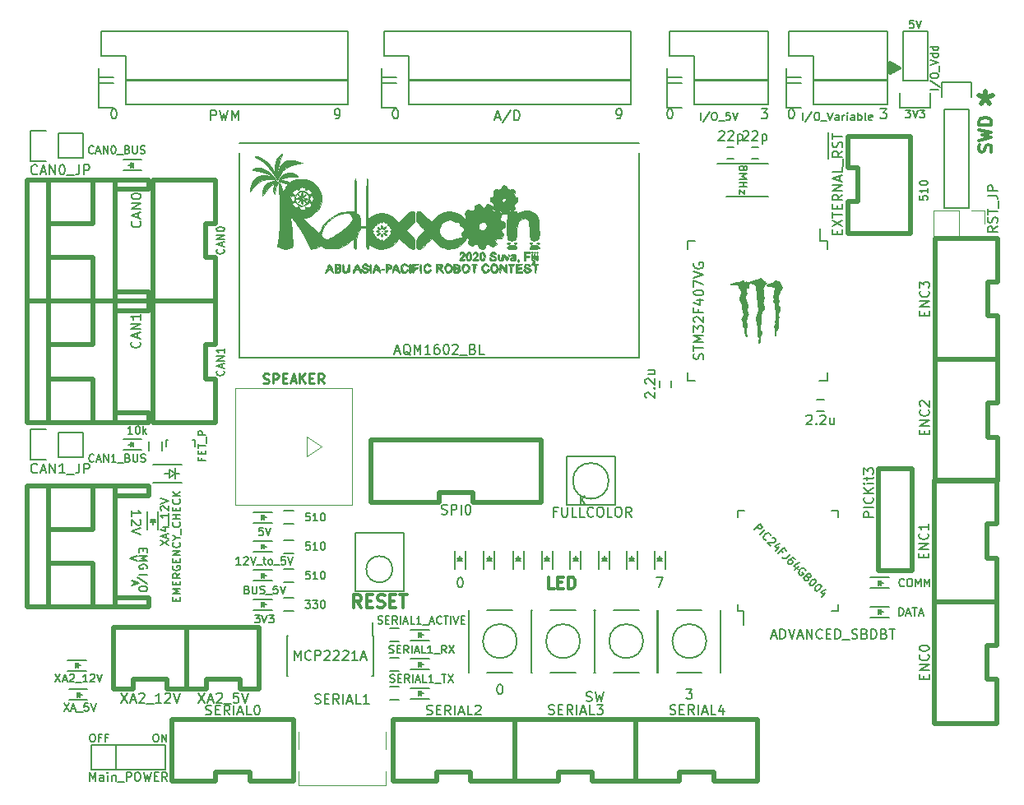
<source format=gbr>
G04 #@! TF.GenerationSoftware,KiCad,Pcbnew,(5.1.6)-1*
G04 #@! TF.CreationDate,2021-05-17T11:54:52+09:00*
G04 #@! TF.ProjectId,stm32f4_Centaurus,73746d33-3266-4345-9f43-656e74617572,rev?*
G04 #@! TF.SameCoordinates,Original*
G04 #@! TF.FileFunction,Legend,Top*
G04 #@! TF.FilePolarity,Positive*
%FSLAX46Y46*%
G04 Gerber Fmt 4.6, Leading zero omitted, Abs format (unit mm)*
G04 Created by KiCad (PCBNEW (5.1.6)-1) date 2021-05-17 11:54:52*
%MOMM*%
%LPD*%
G01*
G04 APERTURE LIST*
%ADD10C,0.200000*%
%ADD11C,0.325000*%
%ADD12C,0.500000*%
%ADD13C,0.300000*%
%ADD14C,0.150000*%
%ADD15C,0.120000*%
%ADD16C,0.010000*%
%ADD17C,0.250000*%
G04 APERTURE END LIST*
D10*
X82464285Y-129654761D02*
X82607142Y-129702380D01*
X82845238Y-129702380D01*
X82940476Y-129654761D01*
X82988095Y-129607142D01*
X83035714Y-129511904D01*
X83035714Y-129416666D01*
X82988095Y-129321428D01*
X82940476Y-129273809D01*
X82845238Y-129226190D01*
X82654761Y-129178571D01*
X82559523Y-129130952D01*
X82511904Y-129083333D01*
X82464285Y-128988095D01*
X82464285Y-128892857D01*
X82511904Y-128797619D01*
X82559523Y-128750000D01*
X82654761Y-128702380D01*
X82892857Y-128702380D01*
X83035714Y-128750000D01*
X83464285Y-129178571D02*
X83797619Y-129178571D01*
X83940476Y-129702380D02*
X83464285Y-129702380D01*
X83464285Y-128702380D01*
X83940476Y-128702380D01*
X84940476Y-129702380D02*
X84607142Y-129226190D01*
X84369047Y-129702380D02*
X84369047Y-128702380D01*
X84750000Y-128702380D01*
X84845238Y-128750000D01*
X84892857Y-128797619D01*
X84940476Y-128892857D01*
X84940476Y-129035714D01*
X84892857Y-129130952D01*
X84845238Y-129178571D01*
X84750000Y-129226190D01*
X84369047Y-129226190D01*
X85369047Y-129702380D02*
X85369047Y-128702380D01*
X85797619Y-129416666D02*
X86273809Y-129416666D01*
X85702380Y-129702380D02*
X86035714Y-128702380D01*
X86369047Y-129702380D01*
X87178571Y-129702380D02*
X86702380Y-129702380D01*
X86702380Y-128702380D01*
X88035714Y-129702380D02*
X87464285Y-129702380D01*
X87750000Y-129702380D02*
X87750000Y-128702380D01*
X87654761Y-128845238D01*
X87559523Y-128940476D01*
X87464285Y-128988095D01*
D11*
X141723809Y-63754761D02*
X141661904Y-63754761D01*
X141847619Y-63816666D02*
X141661904Y-63816666D01*
X141971428Y-63878571D02*
X141661904Y-63878571D01*
X142095238Y-63940476D02*
X141661904Y-63940476D01*
X142157142Y-64002380D02*
X141661904Y-64002380D01*
X142280952Y-64064285D02*
X141661904Y-64064285D01*
X142404761Y-64126190D02*
X141661904Y-64126190D01*
X142528571Y-64188095D02*
X141661904Y-64188095D01*
X142652380Y-64250000D02*
X141661904Y-64250000D01*
X142528571Y-64311904D02*
X141661904Y-64311904D01*
X142404761Y-64373809D02*
X141661904Y-64373809D01*
X142280952Y-64435714D02*
X141661904Y-64435714D01*
X142157142Y-64497619D02*
X141661904Y-64497619D01*
X142095238Y-64559523D02*
X141661904Y-64559523D01*
X141971428Y-64621428D02*
X141661904Y-64621428D01*
X141847619Y-64683333D02*
X141661904Y-64683333D01*
X141661904Y-64745238D02*
X142590476Y-64250000D01*
X141661904Y-63754761D01*
X141723809Y-64745238D02*
X141661904Y-64745238D01*
X142652380Y-64250000D02*
X141661904Y-64807142D01*
X141661904Y-63692857D01*
X142652380Y-64250000D01*
X87211904Y-119788095D02*
X86778571Y-119169047D01*
X86469047Y-119788095D02*
X86469047Y-118488095D01*
X86964285Y-118488095D01*
X87088095Y-118550000D01*
X87150000Y-118611904D01*
X87211904Y-118735714D01*
X87211904Y-118921428D01*
X87150000Y-119045238D01*
X87088095Y-119107142D01*
X86964285Y-119169047D01*
X86469047Y-119169047D01*
X87769047Y-119107142D02*
X88202380Y-119107142D01*
X88388095Y-119788095D02*
X87769047Y-119788095D01*
X87769047Y-118488095D01*
X88388095Y-118488095D01*
X88883333Y-119726190D02*
X89069047Y-119788095D01*
X89378571Y-119788095D01*
X89502380Y-119726190D01*
X89564285Y-119664285D01*
X89626190Y-119540476D01*
X89626190Y-119416666D01*
X89564285Y-119292857D01*
X89502380Y-119230952D01*
X89378571Y-119169047D01*
X89130952Y-119107142D01*
X89007142Y-119045238D01*
X88945238Y-118983333D01*
X88883333Y-118859523D01*
X88883333Y-118735714D01*
X88945238Y-118611904D01*
X89007142Y-118550000D01*
X89130952Y-118488095D01*
X89440476Y-118488095D01*
X89626190Y-118550000D01*
X90183333Y-119107142D02*
X90616666Y-119107142D01*
X90802380Y-119788095D02*
X90183333Y-119788095D01*
X90183333Y-118488095D01*
X90802380Y-118488095D01*
X91173809Y-118488095D02*
X91916666Y-118488095D01*
X91545238Y-119788095D02*
X91545238Y-118488095D01*
D10*
X144097619Y-59311904D02*
X143716666Y-59311904D01*
X143678571Y-59692857D01*
X143716666Y-59654761D01*
X143792857Y-59616666D01*
X143983333Y-59616666D01*
X144059523Y-59654761D01*
X144097619Y-59692857D01*
X144135714Y-59769047D01*
X144135714Y-59959523D01*
X144097619Y-60035714D01*
X144059523Y-60073809D01*
X143983333Y-60111904D01*
X143792857Y-60111904D01*
X143716666Y-60073809D01*
X143678571Y-60035714D01*
X144364285Y-59311904D02*
X144630952Y-60111904D01*
X144897619Y-59311904D01*
X143259523Y-68561904D02*
X143754761Y-68561904D01*
X143488095Y-68866666D01*
X143602380Y-68866666D01*
X143678571Y-68904761D01*
X143716666Y-68942857D01*
X143754761Y-69019047D01*
X143754761Y-69209523D01*
X143716666Y-69285714D01*
X143678571Y-69323809D01*
X143602380Y-69361904D01*
X143373809Y-69361904D01*
X143297619Y-69323809D01*
X143259523Y-69285714D01*
X143983333Y-68561904D02*
X144250000Y-69361904D01*
X144516666Y-68561904D01*
X144707142Y-68561904D02*
X145202380Y-68561904D01*
X144935714Y-68866666D01*
X145050000Y-68866666D01*
X145126190Y-68904761D01*
X145164285Y-68942857D01*
X145202380Y-69019047D01*
X145202380Y-69209523D01*
X145164285Y-69285714D01*
X145126190Y-69323809D01*
X145050000Y-69361904D01*
X144821428Y-69361904D01*
X144745238Y-69323809D01*
X144707142Y-69285714D01*
X59488095Y-132811904D02*
X59640476Y-132811904D01*
X59716666Y-132850000D01*
X59792857Y-132926190D01*
X59830952Y-133078571D01*
X59830952Y-133345238D01*
X59792857Y-133497619D01*
X59716666Y-133573809D01*
X59640476Y-133611904D01*
X59488095Y-133611904D01*
X59411904Y-133573809D01*
X59335714Y-133497619D01*
X59297619Y-133345238D01*
X59297619Y-133078571D01*
X59335714Y-132926190D01*
X59411904Y-132850000D01*
X59488095Y-132811904D01*
X60440476Y-133192857D02*
X60173809Y-133192857D01*
X60173809Y-133611904D02*
X60173809Y-132811904D01*
X60554761Y-132811904D01*
X61126190Y-133192857D02*
X60859523Y-133192857D01*
X60859523Y-133611904D02*
X60859523Y-132811904D01*
X61240476Y-132811904D01*
X66004761Y-132811904D02*
X66157142Y-132811904D01*
X66233333Y-132850000D01*
X66309523Y-132926190D01*
X66347619Y-133078571D01*
X66347619Y-133345238D01*
X66309523Y-133497619D01*
X66233333Y-133573809D01*
X66157142Y-133611904D01*
X66004761Y-133611904D01*
X65928571Y-133573809D01*
X65852380Y-133497619D01*
X65814285Y-133345238D01*
X65814285Y-133078571D01*
X65852380Y-132926190D01*
X65928571Y-132850000D01*
X66004761Y-132811904D01*
X66690476Y-133611904D02*
X66690476Y-132811904D01*
X67147619Y-133611904D01*
X67147619Y-132811904D01*
D12*
X151500000Y-66607142D02*
X151500000Y-67321428D01*
X150785714Y-67035714D02*
X151500000Y-67321428D01*
X152214285Y-67035714D01*
X151071428Y-67892857D02*
X151500000Y-67321428D01*
X151928571Y-67892857D01*
D10*
X140666666Y-68452380D02*
X141285714Y-68452380D01*
X140952380Y-68833333D01*
X141095238Y-68833333D01*
X141190476Y-68880952D01*
X141238095Y-68928571D01*
X141285714Y-69023809D01*
X141285714Y-69261904D01*
X141238095Y-69357142D01*
X141190476Y-69404761D01*
X141095238Y-69452380D01*
X140809523Y-69452380D01*
X140714285Y-69404761D01*
X140666666Y-69357142D01*
X131452380Y-68452380D02*
X131547619Y-68452380D01*
X131642857Y-68500000D01*
X131690476Y-68547619D01*
X131738095Y-68642857D01*
X131785714Y-68833333D01*
X131785714Y-69071428D01*
X131738095Y-69261904D01*
X131690476Y-69357142D01*
X131642857Y-69404761D01*
X131547619Y-69452380D01*
X131452380Y-69452380D01*
X131357142Y-69404761D01*
X131309523Y-69357142D01*
X131261904Y-69261904D01*
X131214285Y-69071428D01*
X131214285Y-68833333D01*
X131261904Y-68642857D01*
X131309523Y-68547619D01*
X131357142Y-68500000D01*
X131452380Y-68452380D01*
X128416666Y-68452380D02*
X129035714Y-68452380D01*
X128702380Y-68833333D01*
X128845238Y-68833333D01*
X128940476Y-68880952D01*
X128988095Y-68928571D01*
X129035714Y-69023809D01*
X129035714Y-69261904D01*
X128988095Y-69357142D01*
X128940476Y-69404761D01*
X128845238Y-69452380D01*
X128559523Y-69452380D01*
X128464285Y-69404761D01*
X128416666Y-69357142D01*
X118952380Y-68452380D02*
X119047619Y-68452380D01*
X119142857Y-68500000D01*
X119190476Y-68547619D01*
X119238095Y-68642857D01*
X119285714Y-68833333D01*
X119285714Y-69071428D01*
X119238095Y-69261904D01*
X119190476Y-69357142D01*
X119142857Y-69404761D01*
X119047619Y-69452380D01*
X118952380Y-69452380D01*
X118857142Y-69404761D01*
X118809523Y-69357142D01*
X118761904Y-69261904D01*
X118714285Y-69071428D01*
X118714285Y-68833333D01*
X118761904Y-68642857D01*
X118809523Y-68547619D01*
X118857142Y-68500000D01*
X118952380Y-68452380D01*
X113559523Y-69452380D02*
X113750000Y-69452380D01*
X113845238Y-69404761D01*
X113892857Y-69357142D01*
X113988095Y-69214285D01*
X114035714Y-69023809D01*
X114035714Y-68642857D01*
X113988095Y-68547619D01*
X113940476Y-68500000D01*
X113845238Y-68452380D01*
X113654761Y-68452380D01*
X113559523Y-68500000D01*
X113511904Y-68547619D01*
X113464285Y-68642857D01*
X113464285Y-68880952D01*
X113511904Y-68976190D01*
X113559523Y-69023809D01*
X113654761Y-69071428D01*
X113845238Y-69071428D01*
X113940476Y-69023809D01*
X113988095Y-68976190D01*
X114035714Y-68880952D01*
X90702380Y-68452380D02*
X90797619Y-68452380D01*
X90892857Y-68500000D01*
X90940476Y-68547619D01*
X90988095Y-68642857D01*
X91035714Y-68833333D01*
X91035714Y-69071428D01*
X90988095Y-69261904D01*
X90940476Y-69357142D01*
X90892857Y-69404761D01*
X90797619Y-69452380D01*
X90702380Y-69452380D01*
X90607142Y-69404761D01*
X90559523Y-69357142D01*
X90511904Y-69261904D01*
X90464285Y-69071428D01*
X90464285Y-68833333D01*
X90511904Y-68642857D01*
X90559523Y-68547619D01*
X90607142Y-68500000D01*
X90702380Y-68452380D01*
X84559523Y-69452380D02*
X84750000Y-69452380D01*
X84845238Y-69404761D01*
X84892857Y-69357142D01*
X84988095Y-69214285D01*
X85035714Y-69023809D01*
X85035714Y-68642857D01*
X84988095Y-68547619D01*
X84940476Y-68500000D01*
X84845238Y-68452380D01*
X84654761Y-68452380D01*
X84559523Y-68500000D01*
X84511904Y-68547619D01*
X84464285Y-68642857D01*
X84464285Y-68880952D01*
X84511904Y-68976190D01*
X84559523Y-69023809D01*
X84654761Y-69071428D01*
X84845238Y-69071428D01*
X84940476Y-69023809D01*
X84988095Y-68976190D01*
X85035714Y-68880952D01*
X61702380Y-68452380D02*
X61797619Y-68452380D01*
X61892857Y-68500000D01*
X61940476Y-68547619D01*
X61988095Y-68642857D01*
X62035714Y-68833333D01*
X62035714Y-69071428D01*
X61988095Y-69261904D01*
X61940476Y-69357142D01*
X61892857Y-69404761D01*
X61797619Y-69452380D01*
X61702380Y-69452380D01*
X61607142Y-69404761D01*
X61559523Y-69357142D01*
X61511904Y-69261904D01*
X61464285Y-69071428D01*
X61464285Y-68833333D01*
X61511904Y-68642857D01*
X61559523Y-68547619D01*
X61607142Y-68500000D01*
X61702380Y-68452380D01*
X120666666Y-128202380D02*
X121285714Y-128202380D01*
X120952380Y-128583333D01*
X121095238Y-128583333D01*
X121190476Y-128630952D01*
X121238095Y-128678571D01*
X121285714Y-128773809D01*
X121285714Y-129011904D01*
X121238095Y-129107142D01*
X121190476Y-129154761D01*
X121095238Y-129202380D01*
X120809523Y-129202380D01*
X120714285Y-129154761D01*
X120666666Y-129107142D01*
X101452380Y-127702380D02*
X101547619Y-127702380D01*
X101642857Y-127750000D01*
X101690476Y-127797619D01*
X101738095Y-127892857D01*
X101785714Y-128083333D01*
X101785714Y-128321428D01*
X101738095Y-128511904D01*
X101690476Y-128607142D01*
X101642857Y-128654761D01*
X101547619Y-128702380D01*
X101452380Y-128702380D01*
X101357142Y-128654761D01*
X101309523Y-128607142D01*
X101261904Y-128511904D01*
X101214285Y-128321428D01*
X101214285Y-128083333D01*
X101261904Y-127892857D01*
X101309523Y-127797619D01*
X101357142Y-127750000D01*
X101452380Y-127702380D01*
X110392857Y-129404761D02*
X110535714Y-129452380D01*
X110773809Y-129452380D01*
X110869047Y-129404761D01*
X110916666Y-129357142D01*
X110964285Y-129261904D01*
X110964285Y-129166666D01*
X110916666Y-129071428D01*
X110869047Y-129023809D01*
X110773809Y-128976190D01*
X110583333Y-128928571D01*
X110488095Y-128880952D01*
X110440476Y-128833333D01*
X110392857Y-128738095D01*
X110392857Y-128642857D01*
X110440476Y-128547619D01*
X110488095Y-128500000D01*
X110583333Y-128452380D01*
X110821428Y-128452380D01*
X110964285Y-128500000D01*
X111297619Y-128452380D02*
X111535714Y-129452380D01*
X111726190Y-128738095D01*
X111916666Y-129452380D01*
X112154761Y-128452380D01*
D13*
X107078571Y-117842857D02*
X106507142Y-117842857D01*
X106507142Y-116642857D01*
X107478571Y-117214285D02*
X107878571Y-117214285D01*
X108050000Y-117842857D02*
X107478571Y-117842857D01*
X107478571Y-116642857D01*
X108050000Y-116642857D01*
X108564285Y-117842857D02*
X108564285Y-116642857D01*
X108850000Y-116642857D01*
X109021428Y-116700000D01*
X109135714Y-116814285D01*
X109192857Y-116928571D01*
X109250000Y-117157142D01*
X109250000Y-117328571D01*
X109192857Y-117557142D01*
X109135714Y-117671428D01*
X109021428Y-117785714D01*
X108850000Y-117842857D01*
X108564285Y-117842857D01*
D14*
X109790476Y-109111904D02*
X109790476Y-108311904D01*
X110247619Y-109111904D02*
X109904761Y-108654761D01*
X110247619Y-108311904D02*
X109790476Y-108769047D01*
D10*
X117616666Y-116702380D02*
X118283333Y-116702380D01*
X117854761Y-117702380D01*
X97352380Y-116702380D02*
X97447619Y-116702380D01*
X97542857Y-116750000D01*
X97590476Y-116797619D01*
X97638095Y-116892857D01*
X97685714Y-117083333D01*
X97685714Y-117321428D01*
X97638095Y-117511904D01*
X97590476Y-117607142D01*
X97542857Y-117654761D01*
X97447619Y-117702380D01*
X97352380Y-117702380D01*
X97257142Y-117654761D01*
X97209523Y-117607142D01*
X97161904Y-117511904D01*
X97114285Y-117321428D01*
X97114285Y-117083333D01*
X97161904Y-116892857D01*
X97209523Y-116797619D01*
X97257142Y-116750000D01*
X97352380Y-116702380D01*
X107357142Y-109928571D02*
X107023809Y-109928571D01*
X107023809Y-110452380D02*
X107023809Y-109452380D01*
X107500000Y-109452380D01*
X107880952Y-109452380D02*
X107880952Y-110261904D01*
X107928571Y-110357142D01*
X107976190Y-110404761D01*
X108071428Y-110452380D01*
X108261904Y-110452380D01*
X108357142Y-110404761D01*
X108404761Y-110357142D01*
X108452380Y-110261904D01*
X108452380Y-109452380D01*
X109404761Y-110452380D02*
X108928571Y-110452380D01*
X108928571Y-109452380D01*
X110214285Y-110452380D02*
X109738095Y-110452380D01*
X109738095Y-109452380D01*
X111119047Y-110357142D02*
X111071428Y-110404761D01*
X110928571Y-110452380D01*
X110833333Y-110452380D01*
X110690476Y-110404761D01*
X110595238Y-110309523D01*
X110547619Y-110214285D01*
X110500000Y-110023809D01*
X110500000Y-109880952D01*
X110547619Y-109690476D01*
X110595238Y-109595238D01*
X110690476Y-109500000D01*
X110833333Y-109452380D01*
X110928571Y-109452380D01*
X111071428Y-109500000D01*
X111119047Y-109547619D01*
X111738095Y-109452380D02*
X111928571Y-109452380D01*
X112023809Y-109500000D01*
X112119047Y-109595238D01*
X112166666Y-109785714D01*
X112166666Y-110119047D01*
X112119047Y-110309523D01*
X112023809Y-110404761D01*
X111928571Y-110452380D01*
X111738095Y-110452380D01*
X111642857Y-110404761D01*
X111547619Y-110309523D01*
X111500000Y-110119047D01*
X111500000Y-109785714D01*
X111547619Y-109595238D01*
X111642857Y-109500000D01*
X111738095Y-109452380D01*
X113071428Y-110452380D02*
X112595238Y-110452380D01*
X112595238Y-109452380D01*
X113595238Y-109452380D02*
X113785714Y-109452380D01*
X113880952Y-109500000D01*
X113976190Y-109595238D01*
X114023809Y-109785714D01*
X114023809Y-110119047D01*
X113976190Y-110309523D01*
X113880952Y-110404761D01*
X113785714Y-110452380D01*
X113595238Y-110452380D01*
X113500000Y-110404761D01*
X113404761Y-110309523D01*
X113357142Y-110119047D01*
X113357142Y-109785714D01*
X113404761Y-109595238D01*
X113500000Y-109500000D01*
X113595238Y-109452380D01*
X115023809Y-110452380D02*
X114690476Y-109976190D01*
X114452380Y-110452380D02*
X114452380Y-109452380D01*
X114833333Y-109452380D01*
X114928571Y-109500000D01*
X114976190Y-109547619D01*
X115023809Y-109642857D01*
X115023809Y-109785714D01*
X114976190Y-109880952D01*
X114928571Y-109928571D01*
X114833333Y-109976190D01*
X114452380Y-109976190D01*
D14*
X63816666Y-117059523D02*
X63816666Y-117440476D01*
X63588095Y-116983333D02*
X64388095Y-117250000D01*
X63588095Y-117516666D01*
X64388095Y-116411904D02*
X65188095Y-116411904D01*
X65226190Y-117364285D02*
X64197619Y-116678571D01*
X65188095Y-117783333D02*
X65188095Y-117935714D01*
X65150000Y-118011904D01*
X65073809Y-118088095D01*
X64921428Y-118126190D01*
X64654761Y-118126190D01*
X64502380Y-118088095D01*
X64426190Y-118011904D01*
X64388095Y-117935714D01*
X64388095Y-117783333D01*
X64426190Y-117707142D01*
X64502380Y-117630952D01*
X64654761Y-117592857D01*
X64921428Y-117592857D01*
X65073809Y-117630952D01*
X65150000Y-117707142D01*
X65188095Y-117783333D01*
X64188095Y-114483333D02*
X63388095Y-114750000D01*
X64188095Y-115016666D01*
X64807142Y-113721428D02*
X64807142Y-113988095D01*
X64388095Y-114102380D02*
X64388095Y-113721428D01*
X65188095Y-113721428D01*
X65188095Y-114102380D01*
X64388095Y-114445238D02*
X65188095Y-114445238D01*
X64616666Y-114711904D01*
X65188095Y-114978571D01*
X64388095Y-114978571D01*
X65150000Y-115778571D02*
X65188095Y-115702380D01*
X65188095Y-115588095D01*
X65150000Y-115473809D01*
X65073809Y-115397619D01*
X64997619Y-115359523D01*
X64845238Y-115321428D01*
X64730952Y-115321428D01*
X64578571Y-115359523D01*
X64502380Y-115397619D01*
X64426190Y-115473809D01*
X64388095Y-115588095D01*
X64388095Y-115664285D01*
X64426190Y-115778571D01*
X64464285Y-115816666D01*
X64730952Y-115816666D01*
X64730952Y-115664285D01*
D10*
X63547619Y-110380952D02*
X63547619Y-109809523D01*
X63547619Y-110095238D02*
X64547619Y-110095238D01*
X64404761Y-110000000D01*
X64309523Y-109904761D01*
X64261904Y-109809523D01*
X64452380Y-110761904D02*
X64500000Y-110809523D01*
X64547619Y-110904761D01*
X64547619Y-111142857D01*
X64500000Y-111238095D01*
X64452380Y-111285714D01*
X64357142Y-111333333D01*
X64261904Y-111333333D01*
X64119047Y-111285714D01*
X63547619Y-110714285D01*
X63547619Y-111333333D01*
X64547619Y-111619047D02*
X63547619Y-111952380D01*
X64547619Y-112285714D01*
D14*
X70099820Y-102499760D02*
X70099820Y-103200800D01*
X69899160Y-102499760D02*
X70099820Y-102499760D01*
X67100180Y-102499760D02*
X67349100Y-102499760D01*
X67100180Y-103200800D02*
X67100180Y-102499760D01*
X69899160Y-102499760D02*
X69850900Y-102499760D01*
X65750000Y-105100000D02*
X68750000Y-105100000D01*
X65750000Y-106900000D02*
X68750000Y-106900000D01*
X68500000Y-106000000D02*
X68100000Y-106000000D01*
X68100000Y-106000000D02*
X68100000Y-105450000D01*
X68100000Y-106000000D02*
X68100000Y-106550000D01*
X68100000Y-106000000D02*
X67500000Y-105600000D01*
X67500000Y-105600000D02*
X67500000Y-106400000D01*
X67500000Y-106400000D02*
X68100000Y-106000000D01*
X67500000Y-106000000D02*
X67000000Y-106000000D01*
X65375000Y-103675000D02*
X65375000Y-102675000D01*
X66725000Y-102675000D02*
X66725000Y-103675000D01*
X118500000Y-115850000D02*
X118500000Y-113950000D01*
X117400000Y-115850000D02*
X117400000Y-113950000D01*
X117950000Y-114950000D02*
X117950000Y-114500000D01*
X117700000Y-115000000D02*
X118200000Y-115000000D01*
X117950000Y-115000000D02*
X117700000Y-114750000D01*
X117700000Y-114750000D02*
X118200000Y-114750000D01*
X118200000Y-114750000D02*
X117950000Y-115000000D01*
X115650000Y-115850000D02*
X115650000Y-113950000D01*
X114550000Y-115850000D02*
X114550000Y-113950000D01*
X115100000Y-114950000D02*
X115100000Y-114500000D01*
X114850000Y-115000000D02*
X115350000Y-115000000D01*
X115100000Y-115000000D02*
X114850000Y-114750000D01*
X114850000Y-114750000D02*
X115350000Y-114750000D01*
X115350000Y-114750000D02*
X115100000Y-115000000D01*
X112800000Y-115850000D02*
X112800000Y-113950000D01*
X111700000Y-115850000D02*
X111700000Y-113950000D01*
X112250000Y-114950000D02*
X112250000Y-114500000D01*
X112000000Y-115000000D02*
X112500000Y-115000000D01*
X112250000Y-115000000D02*
X112000000Y-114750000D01*
X112000000Y-114750000D02*
X112500000Y-114750000D01*
X112500000Y-114750000D02*
X112250000Y-115000000D01*
X109550000Y-114750000D02*
X109300000Y-115000000D01*
X109050000Y-114750000D02*
X109550000Y-114750000D01*
X109300000Y-115000000D02*
X109050000Y-114750000D01*
X109050000Y-115000000D02*
X109550000Y-115000000D01*
X109300000Y-114950000D02*
X109300000Y-114500000D01*
X108750000Y-115850000D02*
X108750000Y-113950000D01*
X109850000Y-115850000D02*
X109850000Y-113950000D01*
X106900000Y-115850000D02*
X106900000Y-113950000D01*
X105800000Y-115850000D02*
X105800000Y-113950000D01*
X106350000Y-114950000D02*
X106350000Y-114500000D01*
X106100000Y-115000000D02*
X106600000Y-115000000D01*
X106350000Y-115000000D02*
X106100000Y-114750000D01*
X106100000Y-114750000D02*
X106600000Y-114750000D01*
X106600000Y-114750000D02*
X106350000Y-115000000D01*
X103650000Y-114750000D02*
X103400000Y-115000000D01*
X103150000Y-114750000D02*
X103650000Y-114750000D01*
X103400000Y-115000000D02*
X103150000Y-114750000D01*
X103150000Y-115000000D02*
X103650000Y-115000000D01*
X103400000Y-114950000D02*
X103400000Y-114500000D01*
X102850000Y-115850000D02*
X102850000Y-113950000D01*
X103950000Y-115850000D02*
X103950000Y-113950000D01*
X100650000Y-114750000D02*
X100400000Y-115000000D01*
X100150000Y-114750000D02*
X100650000Y-114750000D01*
X100400000Y-115000000D02*
X100150000Y-114750000D01*
X100150000Y-115000000D02*
X100650000Y-115000000D01*
X100400000Y-114950000D02*
X100400000Y-114500000D01*
X99850000Y-115850000D02*
X99850000Y-113950000D01*
X100950000Y-115850000D02*
X100950000Y-113950000D01*
X97950000Y-115850000D02*
X97950000Y-113950000D01*
X96850000Y-115850000D02*
X96850000Y-113950000D01*
X97400000Y-114950000D02*
X97400000Y-114500000D01*
X97150000Y-115000000D02*
X97650000Y-115000000D01*
X97400000Y-115000000D02*
X97150000Y-114750000D01*
X97150000Y-114750000D02*
X97650000Y-114750000D01*
X97650000Y-114750000D02*
X97400000Y-115000000D01*
X139650000Y-120800000D02*
X141550000Y-120800000D01*
X139650000Y-119700000D02*
X141550000Y-119700000D01*
X140550000Y-120250000D02*
X141000000Y-120250000D01*
X140500000Y-120000000D02*
X140500000Y-120500000D01*
X140500000Y-120250000D02*
X140750000Y-120000000D01*
X140750000Y-120000000D02*
X140750000Y-120500000D01*
X140750000Y-120500000D02*
X140500000Y-120250000D01*
X140750000Y-117500000D02*
X140500000Y-117250000D01*
X140750000Y-117000000D02*
X140750000Y-117500000D01*
X140500000Y-117250000D02*
X140750000Y-117000000D01*
X140500000Y-117000000D02*
X140500000Y-117500000D01*
X140550000Y-117250000D02*
X141000000Y-117250000D01*
X139650000Y-116700000D02*
X141550000Y-116700000D01*
X139650000Y-117800000D02*
X141550000Y-117800000D01*
X91140000Y-129295000D02*
X90140000Y-129295000D01*
X90140000Y-127945000D02*
X91140000Y-127945000D01*
X91140000Y-126295000D02*
X90140000Y-126295000D01*
X90140000Y-124945000D02*
X91140000Y-124945000D01*
X90140000Y-121945000D02*
X91140000Y-121945000D01*
X91140000Y-123295000D02*
X90140000Y-123295000D01*
X79250000Y-118825000D02*
X80250000Y-118825000D01*
X80250000Y-120175000D02*
X79250000Y-120175000D01*
X79250000Y-115825000D02*
X80250000Y-115825000D01*
X80250000Y-117175000D02*
X79250000Y-117175000D01*
X80250000Y-114175000D02*
X79250000Y-114175000D01*
X79250000Y-112825000D02*
X80250000Y-112825000D01*
X79250000Y-109825000D02*
X80250000Y-109825000D01*
X80250000Y-111175000D02*
X79250000Y-111175000D01*
X127400000Y-72400000D02*
X128100000Y-72400000D01*
X128100000Y-73600000D02*
X127400000Y-73600000D01*
X124900000Y-72400000D02*
X125600000Y-72400000D01*
X125600000Y-73600000D02*
X124900000Y-73600000D01*
X134850000Y-99600000D02*
X134150000Y-99600000D01*
X134150000Y-98400000D02*
X134850000Y-98400000D01*
X119100000Y-96400000D02*
X119100000Y-97100000D01*
X117900000Y-97100000D02*
X117900000Y-96400000D01*
X92320000Y-129170000D02*
X94220000Y-129170000D01*
X92320000Y-128070000D02*
X94220000Y-128070000D01*
X93220000Y-128620000D02*
X93670000Y-128620000D01*
X93170000Y-128370000D02*
X93170000Y-128870000D01*
X93170000Y-128620000D02*
X93420000Y-128370000D01*
X93420000Y-128370000D02*
X93420000Y-128870000D01*
X93420000Y-128870000D02*
X93170000Y-128620000D01*
X93420000Y-125870000D02*
X93170000Y-125620000D01*
X93420000Y-125370000D02*
X93420000Y-125870000D01*
X93170000Y-125620000D02*
X93420000Y-125370000D01*
X93170000Y-125370000D02*
X93170000Y-125870000D01*
X93220000Y-125620000D02*
X93670000Y-125620000D01*
X92320000Y-125070000D02*
X94220000Y-125070000D01*
X92320000Y-126170000D02*
X94220000Y-126170000D01*
X93420000Y-122870000D02*
X93170000Y-122620000D01*
X93420000Y-122370000D02*
X93420000Y-122870000D01*
X93170000Y-122620000D02*
X93420000Y-122370000D01*
X93170000Y-122370000D02*
X93170000Y-122870000D01*
X93220000Y-122620000D02*
X93670000Y-122620000D01*
X92320000Y-122070000D02*
X94220000Y-122070000D01*
X92320000Y-123170000D02*
X94220000Y-123170000D01*
X76150000Y-120050000D02*
X78050000Y-120050000D01*
X76150000Y-118950000D02*
X78050000Y-118950000D01*
X77050000Y-119500000D02*
X77500000Y-119500000D01*
X77000000Y-119250000D02*
X77000000Y-119750000D01*
X77000000Y-119500000D02*
X77250000Y-119250000D01*
X77250000Y-119250000D02*
X77250000Y-119750000D01*
X77250000Y-119750000D02*
X77000000Y-119500000D01*
X76150000Y-117050000D02*
X78050000Y-117050000D01*
X76150000Y-115950000D02*
X78050000Y-115950000D01*
X77050000Y-116500000D02*
X77500000Y-116500000D01*
X77000000Y-116250000D02*
X77000000Y-116750000D01*
X77000000Y-116500000D02*
X77250000Y-116250000D01*
X77250000Y-116250000D02*
X77250000Y-116750000D01*
X77250000Y-116750000D02*
X77000000Y-116500000D01*
X77250000Y-113750000D02*
X77000000Y-113500000D01*
X77250000Y-113250000D02*
X77250000Y-113750000D01*
X77000000Y-113500000D02*
X77250000Y-113250000D01*
X77000000Y-113250000D02*
X77000000Y-113750000D01*
X77050000Y-113500000D02*
X77500000Y-113500000D01*
X76150000Y-112950000D02*
X78050000Y-112950000D01*
X76150000Y-114050000D02*
X78050000Y-114050000D01*
X76150000Y-111050000D02*
X78050000Y-111050000D01*
X76150000Y-109950000D02*
X78050000Y-109950000D01*
X77050000Y-110500000D02*
X77500000Y-110500000D01*
X77000000Y-110250000D02*
X77000000Y-110750000D01*
X77000000Y-110500000D02*
X77250000Y-110250000D01*
X77250000Y-110250000D02*
X77250000Y-110750000D01*
X77250000Y-110750000D02*
X77000000Y-110500000D01*
X64600000Y-73700000D02*
X62700000Y-73700000D01*
X64600000Y-74800000D02*
X62700000Y-74800000D01*
X63700000Y-74250000D02*
X63250000Y-74250000D01*
X63750000Y-74500000D02*
X63750000Y-74000000D01*
X63750000Y-74250000D02*
X63500000Y-74500000D01*
X63500000Y-74500000D02*
X63500000Y-74000000D01*
X63500000Y-74000000D02*
X63750000Y-74250000D01*
X63500000Y-102750000D02*
X63750000Y-103000000D01*
X63500000Y-103250000D02*
X63500000Y-102750000D01*
X63750000Y-103000000D02*
X63500000Y-103250000D01*
X63750000Y-103250000D02*
X63750000Y-102750000D01*
X63700000Y-103000000D02*
X63250000Y-103000000D01*
X64600000Y-103550000D02*
X62700000Y-103550000D01*
X64600000Y-102450000D02*
X62700000Y-102450000D01*
X65500000Y-111000000D02*
X65750000Y-110750000D01*
X66000000Y-111000000D02*
X65500000Y-111000000D01*
X65750000Y-110750000D02*
X66000000Y-111000000D01*
X66000000Y-110750000D02*
X65500000Y-110750000D01*
X65750000Y-110800000D02*
X65750000Y-111250000D01*
X66300000Y-109900000D02*
X66300000Y-111800000D01*
X65200000Y-109900000D02*
X65200000Y-111800000D01*
X57150000Y-129300000D02*
X59050000Y-129300000D01*
X57150000Y-128200000D02*
X59050000Y-128200000D01*
X58050000Y-128750000D02*
X58500000Y-128750000D01*
X58000000Y-128500000D02*
X58000000Y-129000000D01*
X58000000Y-128750000D02*
X58250000Y-128500000D01*
X58250000Y-128500000D02*
X58250000Y-129000000D01*
X58250000Y-129000000D02*
X58000000Y-128750000D01*
X58120000Y-126000000D02*
X57870000Y-125750000D01*
X58120000Y-125500000D02*
X58120000Y-126000000D01*
X57870000Y-125750000D02*
X58120000Y-125500000D01*
X57870000Y-125500000D02*
X57870000Y-126000000D01*
X57920000Y-125750000D02*
X58370000Y-125750000D01*
X57020000Y-125200000D02*
X58920000Y-125200000D01*
X57020000Y-126300000D02*
X58920000Y-126300000D01*
X61980000Y-133980000D02*
X61980000Y-136520000D01*
X67060000Y-136520000D02*
X59440000Y-136520000D01*
X67060000Y-133980000D02*
X67060000Y-136520000D01*
X59440000Y-133980000D02*
X67060000Y-133980000D01*
X59440000Y-136520000D02*
X59440000Y-133980000D01*
X86590000Y-118100000D02*
X86590000Y-112100000D01*
X86590000Y-112100000D02*
X91590000Y-112100000D01*
X91590000Y-112100000D02*
X91590000Y-118100000D01*
X91590000Y-118100000D02*
X86590000Y-118100000D01*
X90440000Y-115850000D02*
G75*
G03*
X90440000Y-115850000I-1350000J0D01*
G01*
D15*
X83150000Y-103200000D02*
X81650000Y-102200000D01*
X81650000Y-104200000D02*
X83150000Y-103200000D01*
X81650000Y-103200000D02*
X81650000Y-104200000D01*
X81650000Y-102200000D02*
X81650000Y-103200000D01*
X74250000Y-109200000D02*
X74250000Y-103200000D01*
X86250000Y-109200000D02*
X74250000Y-109200000D01*
X86250000Y-97200000D02*
X86250000Y-109200000D01*
X74250000Y-97200000D02*
X86250000Y-97200000D01*
X74250000Y-103200000D02*
X74250000Y-97200000D01*
D12*
X146220000Y-131710000D02*
X152620000Y-131710000D01*
X152620000Y-119210000D02*
X146220000Y-119210000D01*
X146220000Y-119210000D02*
X146220000Y-131710000D01*
X152620000Y-123710000D02*
X152620000Y-119210000D01*
X151620000Y-123710000D02*
X152620000Y-123710000D01*
X151620000Y-127210000D02*
X151620000Y-123710000D01*
X152620000Y-127210000D02*
X151620000Y-127210000D01*
X152620000Y-131710000D02*
X152620000Y-127210000D01*
X152620000Y-119210000D02*
X152620000Y-114710000D01*
X152620000Y-114710000D02*
X151620000Y-114710000D01*
X151620000Y-114710000D02*
X151620000Y-111210000D01*
X151620000Y-111210000D02*
X152620000Y-111210000D01*
X152620000Y-111210000D02*
X152620000Y-106710000D01*
X146220000Y-106710000D02*
X146220000Y-119210000D01*
X152620000Y-106710000D02*
X146220000Y-106710000D01*
X146220000Y-119210000D02*
X152620000Y-119210000D01*
X152700000Y-106750000D02*
X152700000Y-102250000D01*
X152700000Y-102250000D02*
X151700000Y-102250000D01*
X151700000Y-102250000D02*
X151700000Y-98750000D01*
X151700000Y-98750000D02*
X152700000Y-98750000D01*
X152700000Y-98750000D02*
X152700000Y-94250000D01*
X146300000Y-94250000D02*
X146300000Y-106750000D01*
X152700000Y-94250000D02*
X146300000Y-94250000D01*
X146300000Y-106750000D02*
X152700000Y-106750000D01*
X146300000Y-94250000D02*
X152700000Y-94250000D01*
X152700000Y-81750000D02*
X146300000Y-81750000D01*
X146300000Y-81750000D02*
X146300000Y-94250000D01*
X152700000Y-86250000D02*
X152700000Y-81750000D01*
X151700000Y-86250000D02*
X152700000Y-86250000D01*
X151700000Y-89750000D02*
X151700000Y-86250000D01*
X152700000Y-89750000D02*
X151700000Y-89750000D01*
X152700000Y-94250000D02*
X152700000Y-89750000D01*
X115500000Y-131300000D02*
X115500000Y-137700000D01*
X128000000Y-137700000D02*
X128000000Y-131300000D01*
X128000000Y-131300000D02*
X115500000Y-131300000D01*
X123500000Y-137700000D02*
X128000000Y-137700000D01*
X123500000Y-136700000D02*
X123500000Y-137700000D01*
X120000000Y-136700000D02*
X123500000Y-136700000D01*
X120000000Y-137700000D02*
X120000000Y-136700000D01*
X115500000Y-137700000D02*
X120000000Y-137700000D01*
X103000000Y-137700000D02*
X107500000Y-137700000D01*
X107500000Y-137700000D02*
X107500000Y-136700000D01*
X107500000Y-136700000D02*
X111000000Y-136700000D01*
X111000000Y-136700000D02*
X111000000Y-137700000D01*
X111000000Y-137700000D02*
X115500000Y-137700000D01*
X115500000Y-131300000D02*
X103000000Y-131300000D01*
X115500000Y-137700000D02*
X115500000Y-131300000D01*
X103000000Y-131300000D02*
X103000000Y-137700000D01*
X90500000Y-131300000D02*
X90500000Y-137700000D01*
X103000000Y-137700000D02*
X103000000Y-131300000D01*
X103000000Y-131300000D02*
X90500000Y-131300000D01*
X98500000Y-137700000D02*
X103000000Y-137700000D01*
X98500000Y-136700000D02*
X98500000Y-137700000D01*
X95000000Y-136700000D02*
X98500000Y-136700000D01*
X95000000Y-137700000D02*
X95000000Y-136700000D01*
X90500000Y-137700000D02*
X95000000Y-137700000D01*
X65800000Y-100750000D02*
X72200000Y-100750000D01*
X72200000Y-88250000D02*
X65800000Y-88250000D01*
X65800000Y-88250000D02*
X65800000Y-100750000D01*
X72200000Y-92750000D02*
X72200000Y-88250000D01*
X71200000Y-92750000D02*
X72200000Y-92750000D01*
X71200000Y-96250000D02*
X71200000Y-92750000D01*
X72200000Y-96250000D02*
X71200000Y-96250000D01*
X72200000Y-100750000D02*
X72200000Y-96250000D01*
X72200000Y-88250000D02*
X72200000Y-83750000D01*
X72200000Y-83750000D02*
X71200000Y-83750000D01*
X71200000Y-83750000D02*
X71200000Y-80250000D01*
X71200000Y-80250000D02*
X72200000Y-80250000D01*
X72200000Y-80250000D02*
X72200000Y-75750000D01*
X65800000Y-75750000D02*
X65800000Y-88250000D01*
X72200000Y-75750000D02*
X65800000Y-75750000D01*
X65800000Y-88250000D02*
X72200000Y-88250000D01*
X67750000Y-137700000D02*
X72250000Y-137700000D01*
X72250000Y-137700000D02*
X72250000Y-136700000D01*
X72250000Y-136700000D02*
X75750000Y-136700000D01*
X75750000Y-136700000D02*
X75750000Y-137700000D01*
X75750000Y-137700000D02*
X80250000Y-137700000D01*
X80250000Y-131300000D02*
X67750000Y-131300000D01*
X80250000Y-137700000D02*
X80250000Y-131300000D01*
X67750000Y-131300000D02*
X67750000Y-137700000D01*
X65400000Y-88250000D02*
X65400000Y-87250000D01*
X65400000Y-87250000D02*
X61900000Y-87250000D01*
X65400000Y-75750000D02*
X65400000Y-76750000D01*
X65400000Y-76750000D02*
X61900000Y-76750000D01*
X61900000Y-88250000D02*
X61900000Y-75750000D01*
X59600000Y-83750000D02*
X59600000Y-88250000D01*
X59600000Y-80250000D02*
X59600000Y-75750000D01*
X59600000Y-83750000D02*
X55000000Y-83750000D01*
X59600000Y-80250000D02*
X55000000Y-80250000D01*
X55000000Y-75750000D02*
X55000000Y-88250000D01*
X65400000Y-88250000D02*
X52800000Y-88250000D01*
X52800000Y-88250000D02*
X52800000Y-75750000D01*
X65400000Y-75750000D02*
X52800000Y-75750000D01*
X65400000Y-88250000D02*
X52800000Y-88250000D01*
X52800000Y-100750000D02*
X52800000Y-88250000D01*
X65400000Y-100750000D02*
X52800000Y-100750000D01*
X55000000Y-88250000D02*
X55000000Y-100750000D01*
X59600000Y-92750000D02*
X55000000Y-92750000D01*
X59600000Y-96250000D02*
X55000000Y-96250000D01*
X59600000Y-92750000D02*
X59600000Y-88250000D01*
X59600000Y-96250000D02*
X59600000Y-100750000D01*
X61900000Y-100750000D02*
X61900000Y-88250000D01*
X65400000Y-89250000D02*
X61900000Y-89250000D01*
X65400000Y-88250000D02*
X65400000Y-89250000D01*
X65400000Y-99750000D02*
X61900000Y-99750000D01*
X65400000Y-100750000D02*
X65400000Y-99750000D01*
X65400000Y-107250000D02*
X52800000Y-107250000D01*
X52800000Y-119750000D02*
X52800000Y-107250000D01*
X65400000Y-119750000D02*
X52800000Y-119750000D01*
X55000000Y-107250000D02*
X55000000Y-119750000D01*
X59600000Y-111750000D02*
X55000000Y-111750000D01*
X59600000Y-115250000D02*
X55000000Y-115250000D01*
X59600000Y-111750000D02*
X59600000Y-107250000D01*
X59600000Y-115250000D02*
X59600000Y-119750000D01*
X61900000Y-119750000D02*
X61900000Y-107250000D01*
X65400000Y-108250000D02*
X61900000Y-108250000D01*
X65400000Y-107250000D02*
X65400000Y-108250000D01*
X65400000Y-118750000D02*
X61900000Y-118750000D01*
X65400000Y-119750000D02*
X65400000Y-118750000D01*
X61750000Y-128200000D02*
X63750000Y-128200000D01*
X63750000Y-128200000D02*
X63750000Y-127200000D01*
X63750000Y-127200000D02*
X67250000Y-127200000D01*
X67250000Y-127200000D02*
X67250000Y-128200000D01*
X67250000Y-128200000D02*
X69250000Y-128200000D01*
X61750000Y-121800000D02*
X61750000Y-128200000D01*
X69250000Y-128200000D02*
X69250000Y-121800000D01*
X69250000Y-121800000D02*
X61750000Y-121800000D01*
X76750000Y-121800000D02*
X69250000Y-121800000D01*
X76750000Y-128200000D02*
X76750000Y-121800000D01*
X69250000Y-121800000D02*
X69250000Y-128200000D01*
X74750000Y-128200000D02*
X76750000Y-128200000D01*
X74750000Y-127200000D02*
X74750000Y-128200000D01*
X71250000Y-127200000D02*
X74750000Y-127200000D01*
X71250000Y-128200000D02*
X71250000Y-127200000D01*
X69250000Y-128200000D02*
X71250000Y-128200000D01*
X88250000Y-102550000D02*
X88250000Y-108950000D01*
X105750000Y-102550000D02*
X105750000Y-108950000D01*
X88250000Y-102550000D02*
X105750000Y-102550000D01*
X98750000Y-108950000D02*
X105750000Y-108950000D01*
X98750000Y-107950000D02*
X98750000Y-108950000D01*
X95250000Y-107950000D02*
X98750000Y-107950000D01*
X95250000Y-108950000D02*
X95250000Y-107950000D01*
X88250000Y-108950000D02*
X95250000Y-108950000D01*
D15*
X80780000Y-132580000D02*
X80780000Y-134380000D01*
X80780000Y-138090000D02*
X80780000Y-136630000D01*
X89720000Y-138090000D02*
X89720000Y-136630000D01*
X89720000Y-132580000D02*
X89720000Y-134380000D01*
X89720000Y-138090000D02*
X80780000Y-138090000D01*
D12*
X140450000Y-116000000D02*
X143950000Y-116000000D01*
X140450000Y-116000000D02*
X140450000Y-105500000D01*
X143950000Y-116000000D02*
X143950000Y-105500000D01*
X143950000Y-105500000D02*
X140450000Y-105500000D01*
X143750000Y-71250000D02*
X137350000Y-71250000D01*
X143750000Y-81250000D02*
X137350000Y-81250000D01*
X143750000Y-71250000D02*
X143750000Y-81250000D01*
X137350000Y-74500000D02*
X138350000Y-74500000D01*
X137350000Y-71250000D02*
X137350000Y-74500000D01*
X137350000Y-78000000D02*
X137350000Y-81250000D01*
X138350000Y-78000000D02*
X137350000Y-78000000D01*
X138350000Y-74500000D02*
X138350000Y-78000000D01*
D14*
X74650000Y-94030000D02*
X74650000Y-72970000D01*
X115850000Y-94030000D02*
X74650000Y-94030000D01*
X115850000Y-72970000D02*
X115850000Y-94030000D01*
X74650000Y-71970000D02*
X115850000Y-71970000D01*
X103250714Y-123250000D02*
G75*
G03*
X103250714Y-123250000I-1750714J0D01*
G01*
X98275000Y-120025000D02*
X98300000Y-120025000D01*
X104725000Y-120025000D02*
X104700000Y-120025000D01*
X104725000Y-126475000D02*
X104700000Y-126475000D01*
X98300000Y-126475000D02*
X98275000Y-126475000D01*
X100200000Y-120025000D02*
X102800000Y-120025000D01*
X98275000Y-126475000D02*
X98275000Y-120025000D01*
X100200000Y-126475000D02*
X102800000Y-126475000D01*
X104725000Y-126475000D02*
X104725000Y-120025000D01*
X111225000Y-126475000D02*
X111225000Y-120025000D01*
X106700000Y-126475000D02*
X109300000Y-126475000D01*
X104775000Y-126475000D02*
X104775000Y-120025000D01*
X106700000Y-120025000D02*
X109300000Y-120025000D01*
X104800000Y-126475000D02*
X104775000Y-126475000D01*
X111225000Y-126475000D02*
X111200000Y-126475000D01*
X111225000Y-120025000D02*
X111200000Y-120025000D01*
X104775000Y-120025000D02*
X104800000Y-120025000D01*
X109750714Y-123250000D02*
G75*
G03*
X109750714Y-123250000I-1750714J0D01*
G01*
X116250714Y-123250000D02*
G75*
G03*
X116250714Y-123250000I-1750714J0D01*
G01*
X111275000Y-120025000D02*
X111300000Y-120025000D01*
X117725000Y-120025000D02*
X117700000Y-120025000D01*
X117725000Y-126475000D02*
X117700000Y-126475000D01*
X111300000Y-126475000D02*
X111275000Y-126475000D01*
X113200000Y-120025000D02*
X115800000Y-120025000D01*
X111275000Y-126475000D02*
X111275000Y-120025000D01*
X113200000Y-126475000D02*
X115800000Y-126475000D01*
X117725000Y-126475000D02*
X117725000Y-120025000D01*
X133770000Y-65520000D02*
X141390000Y-65520000D01*
X141390000Y-65520000D02*
X141390000Y-60440000D01*
X141390000Y-60440000D02*
X131230000Y-60440000D01*
X131230000Y-60440000D02*
X131230000Y-62980000D01*
X130950000Y-64250000D02*
X130950000Y-65800000D01*
X131230000Y-62980000D02*
X133770000Y-62980000D01*
X133770000Y-62980000D02*
X133770000Y-65520000D01*
X130950000Y-65800000D02*
X132500000Y-65800000D01*
X118700000Y-65800000D02*
X120250000Y-65800000D01*
X121520000Y-62980000D02*
X121520000Y-65520000D01*
X118980000Y-62980000D02*
X121520000Y-62980000D01*
X118700000Y-64250000D02*
X118700000Y-65800000D01*
X118980000Y-60440000D02*
X118980000Y-62980000D01*
X129140000Y-60440000D02*
X118980000Y-60440000D01*
X129140000Y-65520000D02*
X129140000Y-60440000D01*
X121520000Y-65520000D02*
X129140000Y-65520000D01*
X115020000Y-60440000D02*
X89620000Y-60440000D01*
X92160000Y-65520000D02*
X115020000Y-65520000D01*
X115020000Y-60440000D02*
X115020000Y-65520000D01*
X89620000Y-60440000D02*
X89620000Y-62980000D01*
X89340000Y-64250000D02*
X89340000Y-65800000D01*
X89620000Y-62980000D02*
X92160000Y-62980000D01*
X92160000Y-62980000D02*
X92160000Y-65520000D01*
X89340000Y-65800000D02*
X90890000Y-65800000D01*
X60200000Y-65800000D02*
X61750000Y-65800000D01*
X63020000Y-62980000D02*
X63020000Y-65520000D01*
X60480000Y-62980000D02*
X63020000Y-62980000D01*
X60200000Y-64250000D02*
X60200000Y-65800000D01*
X60480000Y-60440000D02*
X60480000Y-62980000D01*
X85880000Y-60440000D02*
X85880000Y-65520000D01*
X63020000Y-65520000D02*
X85880000Y-65520000D01*
X85880000Y-60440000D02*
X60480000Y-60440000D01*
X63020000Y-65480000D02*
X85880000Y-65480000D01*
X85880000Y-65480000D02*
X85880000Y-68020000D01*
X85880000Y-68020000D02*
X63020000Y-68020000D01*
X60200000Y-65200000D02*
X61750000Y-65200000D01*
X63020000Y-65480000D02*
X63020000Y-68020000D01*
X61750000Y-68300000D02*
X60200000Y-68300000D01*
X60200000Y-68300000D02*
X60200000Y-65200000D01*
X89340000Y-68300000D02*
X89340000Y-65200000D01*
X90890000Y-68300000D02*
X89340000Y-68300000D01*
X92160000Y-65480000D02*
X92160000Y-68020000D01*
X89340000Y-65200000D02*
X90890000Y-65200000D01*
X115020000Y-68020000D02*
X92160000Y-68020000D01*
X115020000Y-65480000D02*
X115020000Y-68020000D01*
X92160000Y-65480000D02*
X115020000Y-65480000D01*
X118700000Y-68300000D02*
X118700000Y-65200000D01*
X120250000Y-68300000D02*
X118700000Y-68300000D01*
X121520000Y-65480000D02*
X121520000Y-68020000D01*
X129140000Y-68020000D02*
X129140000Y-65480000D01*
X118700000Y-65200000D02*
X120250000Y-65200000D01*
X121520000Y-65480000D02*
X129140000Y-65480000D01*
X121520000Y-68020000D02*
X129140000Y-68020000D01*
X123850000Y-74050000D02*
X129100000Y-74050000D01*
X129100000Y-77450000D02*
X124800000Y-77450000D01*
D10*
X112693909Y-106750000D02*
G75*
G03*
X112693909Y-106750000I-1843909J0D01*
G01*
X113350000Y-109250000D02*
X108350000Y-109250000D01*
X113350000Y-104250000D02*
X113350000Y-109250000D01*
X108350000Y-104250000D02*
X113350000Y-104250000D01*
X108350000Y-109250000D02*
X108350000Y-104250000D01*
D14*
X124225000Y-126475000D02*
X124225000Y-120025000D01*
X119700000Y-126475000D02*
X122300000Y-126475000D01*
X117775000Y-126475000D02*
X117775000Y-120025000D01*
X119700000Y-120025000D02*
X122300000Y-120025000D01*
X117800000Y-126475000D02*
X117775000Y-126475000D01*
X124225000Y-126475000D02*
X124200000Y-126475000D01*
X124225000Y-120025000D02*
X124200000Y-120025000D01*
X117775000Y-120025000D02*
X117800000Y-120025000D01*
X122750714Y-123250000D02*
G75*
G03*
X122750714Y-123250000I-1750714J0D01*
G01*
X145520000Y-65520000D02*
X145520000Y-60440000D01*
X145520000Y-60440000D02*
X142980000Y-60440000D01*
X142980000Y-60440000D02*
X142980000Y-65520000D01*
X142700000Y-68340000D02*
X142700000Y-66790000D01*
X142980000Y-65520000D02*
X145520000Y-65520000D01*
X145800000Y-66790000D02*
X145800000Y-68340000D01*
X145800000Y-68340000D02*
X142700000Y-68340000D01*
X146950000Y-67250000D02*
X146950000Y-65700000D01*
X146950000Y-65700000D02*
X150050000Y-65700000D01*
X150050000Y-65700000D02*
X150050000Y-67250000D01*
X149770000Y-68520000D02*
X149770000Y-78680000D01*
X149770000Y-78680000D02*
X147230000Y-78680000D01*
X147230000Y-78680000D02*
X147230000Y-68520000D01*
X149770000Y-68520000D02*
X147230000Y-68520000D01*
X56020000Y-101730000D02*
X58560000Y-101730000D01*
X53200000Y-101450000D02*
X54750000Y-101450000D01*
X56020000Y-101730000D02*
X56020000Y-104270000D01*
X54750000Y-104550000D02*
X53200000Y-104550000D01*
X53200000Y-104550000D02*
X53200000Y-101450000D01*
X56020000Y-104270000D02*
X58560000Y-104270000D01*
X58560000Y-104270000D02*
X58560000Y-101730000D01*
X58560000Y-73520000D02*
X58560000Y-70980000D01*
X56020000Y-73520000D02*
X58560000Y-73520000D01*
X53200000Y-73800000D02*
X53200000Y-70700000D01*
X54750000Y-73800000D02*
X53200000Y-73800000D01*
X56020000Y-70980000D02*
X56020000Y-73520000D01*
X53200000Y-70700000D02*
X54750000Y-70700000D01*
X56020000Y-70980000D02*
X58560000Y-70980000D01*
X88425000Y-122675000D02*
X88425000Y-121300000D01*
X79550000Y-122675000D02*
X79550000Y-126825000D01*
X88450000Y-122675000D02*
X88450000Y-126825000D01*
X79550000Y-122675000D02*
X79665000Y-122675000D01*
X79550000Y-126825000D02*
X79665000Y-126825000D01*
X88450000Y-126825000D02*
X88335000Y-126825000D01*
X88450000Y-122675000D02*
X88425000Y-122675000D01*
X134450000Y-82075000D02*
X134450000Y-80800000D01*
X135175000Y-96425000D02*
X135175000Y-95625000D01*
X120825000Y-96425000D02*
X120825000Y-95625000D01*
X120825000Y-82075000D02*
X120825000Y-82875000D01*
X135175000Y-82075000D02*
X135175000Y-82875000D01*
X120825000Y-82075000D02*
X121625000Y-82075000D01*
X120825000Y-96425000D02*
X121625000Y-96425000D01*
X135175000Y-96425000D02*
X134375000Y-96425000D01*
X135175000Y-82075000D02*
X134450000Y-82075000D01*
X126595000Y-120135000D02*
X126595000Y-121610000D01*
X125995000Y-109785000D02*
X125995000Y-110455000D01*
X136345000Y-109785000D02*
X136345000Y-110455000D01*
X136345000Y-120135000D02*
X136345000Y-119465000D01*
X125995000Y-120135000D02*
X125995000Y-119465000D01*
X136345000Y-120135000D02*
X135675000Y-120135000D01*
X136345000Y-109785000D02*
X135675000Y-109785000D01*
X125995000Y-109785000D02*
X126665000Y-109785000D01*
X125995000Y-120135000D02*
X126595000Y-120135000D01*
D16*
G36*
X129879452Y-86119668D02*
G01*
X129913308Y-86132150D01*
X129951549Y-86142634D01*
X130001989Y-86149553D01*
X130038005Y-86151200D01*
X130121860Y-86156856D01*
X130188836Y-86175788D01*
X130243318Y-86210935D01*
X130289694Y-86265240D01*
X130332349Y-86341645D01*
X130337135Y-86351810D01*
X130363872Y-86408640D01*
X130390814Y-86464593D01*
X130413422Y-86510286D01*
X130419764Y-86522681D01*
X130446827Y-86599606D01*
X130451100Y-86644793D01*
X130457495Y-86693761D01*
X130474333Y-86735775D01*
X130498089Y-86764427D01*
X130521871Y-86773500D01*
X130535777Y-86784945D01*
X130540000Y-86816731D01*
X130535357Y-86843729D01*
X130520398Y-86881020D01*
X130493573Y-86931808D01*
X130453335Y-86999300D01*
X130446455Y-87010406D01*
X130344352Y-87184032D01*
X130261921Y-87345684D01*
X130198187Y-87498181D01*
X130152173Y-87644342D01*
X130122904Y-87786983D01*
X130109403Y-87928924D01*
X130108200Y-87987157D01*
X130108703Y-88043074D01*
X130110886Y-88078684D01*
X130115760Y-88099071D01*
X130124336Y-88109320D01*
X130133268Y-88113244D01*
X130168140Y-88135936D01*
X130195550Y-88174493D01*
X130209246Y-88219408D01*
X130209800Y-88229636D01*
X130205145Y-88260131D01*
X130192659Y-88306304D01*
X130174553Y-88360504D01*
X130163444Y-88389848D01*
X130129069Y-88490582D01*
X130112671Y-88574083D01*
X130114288Y-88641103D01*
X130133960Y-88692393D01*
X130171727Y-88728705D01*
X130181439Y-88734228D01*
X130234277Y-88773004D01*
X130277623Y-88830825D01*
X130299771Y-88874814D01*
X130317190Y-88928766D01*
X130326570Y-88989563D01*
X130328460Y-89052242D01*
X130323406Y-89111840D01*
X130311954Y-89163394D01*
X130294651Y-89201938D01*
X130272044Y-89222512D01*
X130261248Y-89224600D01*
X130243773Y-89229025D01*
X130236250Y-89246839D01*
X130234874Y-89272225D01*
X130224342Y-89323626D01*
X130192797Y-89385355D01*
X130190424Y-89389111D01*
X130167487Y-89427404D01*
X130154240Y-89458928D01*
X130148064Y-89493591D01*
X130146341Y-89541300D01*
X130146300Y-89556048D01*
X130156107Y-89669336D01*
X130172965Y-89740056D01*
X130189857Y-89808864D01*
X130191758Y-89864732D01*
X130177789Y-89915840D01*
X130148377Y-89968397D01*
X130130357Y-89997248D01*
X130119672Y-90021975D01*
X130114834Y-90050307D01*
X130114354Y-90089975D01*
X130116147Y-90135875D01*
X130120067Y-90203217D01*
X130125801Y-90281002D01*
X130132241Y-90354446D01*
X130133545Y-90367600D01*
X130140338Y-90446696D01*
X130145747Y-90534087D01*
X130149677Y-90624855D01*
X130152034Y-90714082D01*
X130152724Y-90796851D01*
X130151652Y-90868245D01*
X130148724Y-90923345D01*
X130144787Y-90953322D01*
X130123509Y-91011273D01*
X130083290Y-91079066D01*
X130067938Y-91100587D01*
X130016861Y-91171947D01*
X129978327Y-91232202D01*
X129947910Y-91289152D01*
X129921184Y-91350592D01*
X129910833Y-91377383D01*
X129894409Y-91423941D01*
X129885292Y-91461406D01*
X129882261Y-91499701D01*
X129884095Y-91548751D01*
X129886218Y-91577428D01*
X129889830Y-91634878D01*
X129889401Y-91673578D01*
X129884398Y-91699934D01*
X129874317Y-91720303D01*
X129856476Y-91742860D01*
X129843461Y-91751900D01*
X129834014Y-91741049D01*
X129818484Y-91712419D01*
X129800018Y-91671896D01*
X129797613Y-91666175D01*
X129772672Y-91591582D01*
X129757784Y-91515262D01*
X129753550Y-91443918D01*
X129760566Y-91384252D01*
X129770064Y-91357563D01*
X129781823Y-91328089D01*
X129788110Y-91294719D01*
X129788753Y-91253204D01*
X129783580Y-91199291D01*
X129772420Y-91128732D01*
X129757670Y-91050307D01*
X129739589Y-90944891D01*
X129731416Y-90858774D01*
X129733686Y-90787644D01*
X129746937Y-90727194D01*
X129771704Y-90673112D01*
X129808525Y-90621089D01*
X129811536Y-90617450D01*
X129835384Y-90573679D01*
X129839837Y-90520688D01*
X129824973Y-90455293D01*
X129816100Y-90431100D01*
X129796885Y-90367774D01*
X129791720Y-90313764D01*
X129800790Y-90273795D01*
X129809368Y-90261845D01*
X129827778Y-90233985D01*
X129847757Y-90188757D01*
X129866335Y-90133787D01*
X129879493Y-90081850D01*
X129882660Y-90051968D01*
X129884552Y-90002301D01*
X129885098Y-89938435D01*
X129884222Y-89865956D01*
X129882924Y-89818831D01*
X129880540Y-89736651D01*
X129879899Y-89675204D01*
X129881247Y-89629866D01*
X129884825Y-89596014D01*
X129890878Y-89569026D01*
X129897038Y-89550903D01*
X129908188Y-89517815D01*
X129911940Y-89489823D01*
X129908450Y-89456769D01*
X129899144Y-89413872D01*
X129889532Y-89359165D01*
X129882591Y-89293156D01*
X129879791Y-89229915D01*
X129879787Y-89228524D01*
X129878220Y-89179441D01*
X129874218Y-89140673D01*
X129868551Y-89118784D01*
X129866658Y-89116500D01*
X129848490Y-89095707D01*
X129828200Y-89058658D01*
X129809375Y-89013845D01*
X129795603Y-88969764D01*
X129790465Y-88936097D01*
X129792616Y-88904555D01*
X129798634Y-88855077D01*
X129807574Y-88794668D01*
X129817533Y-88735650D01*
X129831122Y-88649375D01*
X129836389Y-88583294D01*
X129832596Y-88533358D01*
X129819009Y-88495519D01*
X129794890Y-88465731D01*
X129764301Y-88442919D01*
X129717195Y-88405099D01*
X129683832Y-88358181D01*
X129663626Y-88299386D01*
X129655990Y-88225934D01*
X129660337Y-88135043D01*
X129675972Y-88024553D01*
X129685368Y-87965825D01*
X129691650Y-87917046D01*
X129694295Y-87883138D01*
X129692775Y-87869024D01*
X129692584Y-87868927D01*
X129656053Y-87850501D01*
X129621585Y-87823611D01*
X129597909Y-87795653D01*
X129593084Y-87784620D01*
X129594300Y-87741870D01*
X129614742Y-87695171D01*
X129650574Y-87651229D01*
X129684584Y-87624533D01*
X129739050Y-87589992D01*
X129743851Y-87324621D01*
X129746904Y-87208081D01*
X129751558Y-87113717D01*
X129758047Y-87038343D01*
X129766602Y-86978771D01*
X129770398Y-86959820D01*
X129781170Y-86904538D01*
X129784550Y-86868792D01*
X129780834Y-86847908D01*
X129777768Y-86843071D01*
X129759601Y-86831384D01*
X129723743Y-86815352D01*
X129676853Y-86797849D01*
X129659572Y-86792070D01*
X129606852Y-86773391D01*
X129559422Y-86753821D01*
X129525727Y-86736915D01*
X129520259Y-86733396D01*
X129492613Y-86717574D01*
X129467033Y-86715897D01*
X129439047Y-86723492D01*
X129374771Y-86733645D01*
X129292194Y-86728203D01*
X129192904Y-86707369D01*
X129104900Y-86680573D01*
X129048417Y-86661762D01*
X128998989Y-86645999D01*
X128962676Y-86635176D01*
X128947202Y-86631355D01*
X128923677Y-86620362D01*
X128917978Y-86603120D01*
X128932513Y-86588008D01*
X128934513Y-86587184D01*
X128957966Y-86572487D01*
X128986049Y-86547769D01*
X128989544Y-86544174D01*
X129017503Y-86524606D01*
X129064969Y-86501616D01*
X129126592Y-86476995D01*
X129197019Y-86452539D01*
X129270901Y-86430038D01*
X129342885Y-86411286D01*
X129407621Y-86398076D01*
X129438385Y-86393802D01*
X129488147Y-86387172D01*
X129519924Y-86378498D01*
X129541119Y-86364980D01*
X129554637Y-86349833D01*
X129596390Y-86297583D01*
X129627721Y-86263401D01*
X129652024Y-86244040D01*
X129672689Y-86236254D01*
X129673397Y-86236150D01*
X129703143Y-86226538D01*
X129717212Y-86217067D01*
X129739991Y-86203616D01*
X129749218Y-86201999D01*
X129765852Y-86191942D01*
X129786501Y-86166877D01*
X129792382Y-86157549D01*
X129815805Y-86126881D01*
X129842701Y-86114700D01*
X129879452Y-86119668D01*
G37*
X129879452Y-86119668D02*
X129913308Y-86132150D01*
X129951549Y-86142634D01*
X130001989Y-86149553D01*
X130038005Y-86151200D01*
X130121860Y-86156856D01*
X130188836Y-86175788D01*
X130243318Y-86210935D01*
X130289694Y-86265240D01*
X130332349Y-86341645D01*
X130337135Y-86351810D01*
X130363872Y-86408640D01*
X130390814Y-86464593D01*
X130413422Y-86510286D01*
X130419764Y-86522681D01*
X130446827Y-86599606D01*
X130451100Y-86644793D01*
X130457495Y-86693761D01*
X130474333Y-86735775D01*
X130498089Y-86764427D01*
X130521871Y-86773500D01*
X130535777Y-86784945D01*
X130540000Y-86816731D01*
X130535357Y-86843729D01*
X130520398Y-86881020D01*
X130493573Y-86931808D01*
X130453335Y-86999300D01*
X130446455Y-87010406D01*
X130344352Y-87184032D01*
X130261921Y-87345684D01*
X130198187Y-87498181D01*
X130152173Y-87644342D01*
X130122904Y-87786983D01*
X130109403Y-87928924D01*
X130108200Y-87987157D01*
X130108703Y-88043074D01*
X130110886Y-88078684D01*
X130115760Y-88099071D01*
X130124336Y-88109320D01*
X130133268Y-88113244D01*
X130168140Y-88135936D01*
X130195550Y-88174493D01*
X130209246Y-88219408D01*
X130209800Y-88229636D01*
X130205145Y-88260131D01*
X130192659Y-88306304D01*
X130174553Y-88360504D01*
X130163444Y-88389848D01*
X130129069Y-88490582D01*
X130112671Y-88574083D01*
X130114288Y-88641103D01*
X130133960Y-88692393D01*
X130171727Y-88728705D01*
X130181439Y-88734228D01*
X130234277Y-88773004D01*
X130277623Y-88830825D01*
X130299771Y-88874814D01*
X130317190Y-88928766D01*
X130326570Y-88989563D01*
X130328460Y-89052242D01*
X130323406Y-89111840D01*
X130311954Y-89163394D01*
X130294651Y-89201938D01*
X130272044Y-89222512D01*
X130261248Y-89224600D01*
X130243773Y-89229025D01*
X130236250Y-89246839D01*
X130234874Y-89272225D01*
X130224342Y-89323626D01*
X130192797Y-89385355D01*
X130190424Y-89389111D01*
X130167487Y-89427404D01*
X130154240Y-89458928D01*
X130148064Y-89493591D01*
X130146341Y-89541300D01*
X130146300Y-89556048D01*
X130156107Y-89669336D01*
X130172965Y-89740056D01*
X130189857Y-89808864D01*
X130191758Y-89864732D01*
X130177789Y-89915840D01*
X130148377Y-89968397D01*
X130130357Y-89997248D01*
X130119672Y-90021975D01*
X130114834Y-90050307D01*
X130114354Y-90089975D01*
X130116147Y-90135875D01*
X130120067Y-90203217D01*
X130125801Y-90281002D01*
X130132241Y-90354446D01*
X130133545Y-90367600D01*
X130140338Y-90446696D01*
X130145747Y-90534087D01*
X130149677Y-90624855D01*
X130152034Y-90714082D01*
X130152724Y-90796851D01*
X130151652Y-90868245D01*
X130148724Y-90923345D01*
X130144787Y-90953322D01*
X130123509Y-91011273D01*
X130083290Y-91079066D01*
X130067938Y-91100587D01*
X130016861Y-91171947D01*
X129978327Y-91232202D01*
X129947910Y-91289152D01*
X129921184Y-91350592D01*
X129910833Y-91377383D01*
X129894409Y-91423941D01*
X129885292Y-91461406D01*
X129882261Y-91499701D01*
X129884095Y-91548751D01*
X129886218Y-91577428D01*
X129889830Y-91634878D01*
X129889401Y-91673578D01*
X129884398Y-91699934D01*
X129874317Y-91720303D01*
X129856476Y-91742860D01*
X129843461Y-91751900D01*
X129834014Y-91741049D01*
X129818484Y-91712419D01*
X129800018Y-91671896D01*
X129797613Y-91666175D01*
X129772672Y-91591582D01*
X129757784Y-91515262D01*
X129753550Y-91443918D01*
X129760566Y-91384252D01*
X129770064Y-91357563D01*
X129781823Y-91328089D01*
X129788110Y-91294719D01*
X129788753Y-91253204D01*
X129783580Y-91199291D01*
X129772420Y-91128732D01*
X129757670Y-91050307D01*
X129739589Y-90944891D01*
X129731416Y-90858774D01*
X129733686Y-90787644D01*
X129746937Y-90727194D01*
X129771704Y-90673112D01*
X129808525Y-90621089D01*
X129811536Y-90617450D01*
X129835384Y-90573679D01*
X129839837Y-90520688D01*
X129824973Y-90455293D01*
X129816100Y-90431100D01*
X129796885Y-90367774D01*
X129791720Y-90313764D01*
X129800790Y-90273795D01*
X129809368Y-90261845D01*
X129827778Y-90233985D01*
X129847757Y-90188757D01*
X129866335Y-90133787D01*
X129879493Y-90081850D01*
X129882660Y-90051968D01*
X129884552Y-90002301D01*
X129885098Y-89938435D01*
X129884222Y-89865956D01*
X129882924Y-89818831D01*
X129880540Y-89736651D01*
X129879899Y-89675204D01*
X129881247Y-89629866D01*
X129884825Y-89596014D01*
X129890878Y-89569026D01*
X129897038Y-89550903D01*
X129908188Y-89517815D01*
X129911940Y-89489823D01*
X129908450Y-89456769D01*
X129899144Y-89413872D01*
X129889532Y-89359165D01*
X129882591Y-89293156D01*
X129879791Y-89229915D01*
X129879787Y-89228524D01*
X129878220Y-89179441D01*
X129874218Y-89140673D01*
X129868551Y-89118784D01*
X129866658Y-89116500D01*
X129848490Y-89095707D01*
X129828200Y-89058658D01*
X129809375Y-89013845D01*
X129795603Y-88969764D01*
X129790465Y-88936097D01*
X129792616Y-88904555D01*
X129798634Y-88855077D01*
X129807574Y-88794668D01*
X129817533Y-88735650D01*
X129831122Y-88649375D01*
X129836389Y-88583294D01*
X129832596Y-88533358D01*
X129819009Y-88495519D01*
X129794890Y-88465731D01*
X129764301Y-88442919D01*
X129717195Y-88405099D01*
X129683832Y-88358181D01*
X129663626Y-88299386D01*
X129655990Y-88225934D01*
X129660337Y-88135043D01*
X129675972Y-88024553D01*
X129685368Y-87965825D01*
X129691650Y-87917046D01*
X129694295Y-87883138D01*
X129692775Y-87869024D01*
X129692584Y-87868927D01*
X129656053Y-87850501D01*
X129621585Y-87823611D01*
X129597909Y-87795653D01*
X129593084Y-87784620D01*
X129594300Y-87741870D01*
X129614742Y-87695171D01*
X129650574Y-87651229D01*
X129684584Y-87624533D01*
X129739050Y-87589992D01*
X129743851Y-87324621D01*
X129746904Y-87208081D01*
X129751558Y-87113717D01*
X129758047Y-87038343D01*
X129766602Y-86978771D01*
X129770398Y-86959820D01*
X129781170Y-86904538D01*
X129784550Y-86868792D01*
X129780834Y-86847908D01*
X129777768Y-86843071D01*
X129759601Y-86831384D01*
X129723743Y-86815352D01*
X129676853Y-86797849D01*
X129659572Y-86792070D01*
X129606852Y-86773391D01*
X129559422Y-86753821D01*
X129525727Y-86736915D01*
X129520259Y-86733396D01*
X129492613Y-86717574D01*
X129467033Y-86715897D01*
X129439047Y-86723492D01*
X129374771Y-86733645D01*
X129292194Y-86728203D01*
X129192904Y-86707369D01*
X129104900Y-86680573D01*
X129048417Y-86661762D01*
X128998989Y-86645999D01*
X128962676Y-86635176D01*
X128947202Y-86631355D01*
X128923677Y-86620362D01*
X128917978Y-86603120D01*
X128932513Y-86588008D01*
X128934513Y-86587184D01*
X128957966Y-86572487D01*
X128986049Y-86547769D01*
X128989544Y-86544174D01*
X129017503Y-86524606D01*
X129064969Y-86501616D01*
X129126592Y-86476995D01*
X129197019Y-86452539D01*
X129270901Y-86430038D01*
X129342885Y-86411286D01*
X129407621Y-86398076D01*
X129438385Y-86393802D01*
X129488147Y-86387172D01*
X129519924Y-86378498D01*
X129541119Y-86364980D01*
X129554637Y-86349833D01*
X129596390Y-86297583D01*
X129627721Y-86263401D01*
X129652024Y-86244040D01*
X129672689Y-86236254D01*
X129673397Y-86236150D01*
X129703143Y-86226538D01*
X129717212Y-86217067D01*
X129739991Y-86203616D01*
X129749218Y-86201999D01*
X129765852Y-86191942D01*
X129786501Y-86166877D01*
X129792382Y-86157549D01*
X129815805Y-86126881D01*
X129842701Y-86114700D01*
X129879452Y-86119668D01*
G36*
X128356152Y-85885803D02*
G01*
X128374458Y-85892221D01*
X128381769Y-85907517D01*
X128383331Y-85917842D01*
X128393277Y-85944137D01*
X128419700Y-85961174D01*
X128431800Y-85965467D01*
X128467946Y-85984493D01*
X128480118Y-86006876D01*
X128494476Y-86030972D01*
X128521631Y-86041531D01*
X128551815Y-86054836D01*
X128588155Y-86080720D01*
X128609335Y-86100130D01*
X128650561Y-86135633D01*
X128685491Y-86150430D01*
X128695171Y-86151200D01*
X128740047Y-86159060D01*
X128770282Y-86184372D01*
X128788255Y-86229730D01*
X128793047Y-86257927D01*
X128801741Y-86306589D01*
X128815815Y-86335541D01*
X128839901Y-86350461D01*
X128873485Y-86356537D01*
X128915019Y-86360750D01*
X128786350Y-86506800D01*
X128715961Y-86588994D01*
X128660983Y-86660389D01*
X128620018Y-86725720D01*
X128591667Y-86789720D01*
X128574532Y-86857125D01*
X128567215Y-86932669D01*
X128568318Y-87021088D01*
X128576441Y-87127116D01*
X128583344Y-87194181D01*
X128598853Y-87336854D01*
X128611965Y-87456329D01*
X128622991Y-87554662D01*
X128632246Y-87633909D01*
X128640042Y-87696128D01*
X128646691Y-87743374D01*
X128652507Y-87777705D01*
X128657803Y-87801176D01*
X128662890Y-87815845D01*
X128668083Y-87823767D01*
X128673693Y-87826999D01*
X128679691Y-87827600D01*
X128694299Y-87837629D01*
X128697555Y-87863814D01*
X128690783Y-87900295D01*
X128675304Y-87941215D01*
X128652441Y-87980715D01*
X128642111Y-87994111D01*
X128626213Y-88015384D01*
X128616528Y-88037478D01*
X128611547Y-88067344D01*
X128609763Y-88111936D01*
X128609600Y-88144106D01*
X128608862Y-88199465D01*
X128605840Y-88235568D01*
X128599319Y-88258538D01*
X128588083Y-88274494D01*
X128582699Y-88279656D01*
X128568200Y-88295856D01*
X128561121Y-88315894D01*
X128560056Y-88347323D01*
X128562703Y-88387106D01*
X128567057Y-88424807D01*
X128574604Y-88464130D01*
X128586583Y-88509083D01*
X128604235Y-88563675D01*
X128628799Y-88631913D01*
X128661515Y-88717805D01*
X128678353Y-88761050D01*
X128706962Y-88848177D01*
X128721797Y-88926208D01*
X128722466Y-88991391D01*
X128708580Y-89039975D01*
X128707574Y-89041766D01*
X128679525Y-89081567D01*
X128641678Y-89124189D01*
X128600945Y-89162778D01*
X128564240Y-89190482D01*
X128550099Y-89197894D01*
X128512501Y-89225704D01*
X128490118Y-89272868D01*
X128482601Y-89340128D01*
X128482600Y-89341203D01*
X128475981Y-89396010D01*
X128458371Y-89445355D01*
X128433143Y-89481163D01*
X128420175Y-89490724D01*
X128397899Y-89516117D01*
X128393700Y-89540834D01*
X128385754Y-89576985D01*
X128368300Y-89609065D01*
X128356496Y-89627594D01*
X128348971Y-89650830D01*
X128344831Y-89684561D01*
X128343180Y-89734573D01*
X128343011Y-89772703D01*
X128344057Y-89839196D01*
X128346812Y-89920244D01*
X128350844Y-90005091D01*
X128355186Y-90075500D01*
X128359129Y-90242872D01*
X128349073Y-90422896D01*
X128325607Y-90607433D01*
X128310501Y-90691450D01*
X128299192Y-90775741D01*
X128294016Y-90876527D01*
X128294706Y-90985718D01*
X128300999Y-91095226D01*
X128312630Y-91196965D01*
X128329333Y-91282845D01*
X128329931Y-91285175D01*
X128347404Y-91345106D01*
X128362816Y-91382581D01*
X128375611Y-91396264D01*
X128376209Y-91396300D01*
X128392177Y-91387108D01*
X128393894Y-91380425D01*
X128398285Y-91373813D01*
X128406400Y-91383600D01*
X128416130Y-91415111D01*
X128417923Y-91462148D01*
X128413007Y-91518952D01*
X128402608Y-91579765D01*
X128387953Y-91638829D01*
X128370268Y-91690386D01*
X128350782Y-91728677D01*
X128330720Y-91747945D01*
X128328623Y-91748632D01*
X128317681Y-91754129D01*
X128310474Y-91766916D01*
X128306078Y-91791728D01*
X128303568Y-91833299D01*
X128302261Y-91883556D01*
X128301527Y-91957386D01*
X128301786Y-92041804D01*
X128302965Y-92122019D01*
X128303559Y-92145600D01*
X128304808Y-92206780D01*
X128303830Y-92248410D01*
X128299831Y-92276299D01*
X128292017Y-92296257D01*
X128280697Y-92312703D01*
X128261985Y-92344387D01*
X128254003Y-92373830D01*
X128254000Y-92374283D01*
X128243506Y-92422001D01*
X128214731Y-92474681D01*
X128171734Y-92525200D01*
X128163757Y-92532651D01*
X128126592Y-92563796D01*
X128102076Y-92575970D01*
X128087519Y-92567589D01*
X128080229Y-92537068D01*
X128077515Y-92482821D01*
X128077496Y-92481857D01*
X128077650Y-92430162D01*
X128081130Y-92398809D01*
X128088773Y-92382860D01*
X128094973Y-92378898D01*
X128109534Y-92361433D01*
X128114300Y-92334791D01*
X128118456Y-92303455D01*
X128129260Y-92258958D01*
X128141802Y-92218675D01*
X128162971Y-92145466D01*
X128169032Y-92086599D01*
X128159529Y-92035667D01*
X128134008Y-91986266D01*
X128124331Y-91972384D01*
X128051144Y-91853129D01*
X128001389Y-91729063D01*
X127994506Y-91704406D01*
X127989007Y-91679685D01*
X127984704Y-91650855D01*
X127981516Y-91615008D01*
X127979361Y-91569237D01*
X127978156Y-91510633D01*
X127977820Y-91436289D01*
X127978271Y-91343295D01*
X127979426Y-91228744D01*
X127979929Y-91187202D01*
X127985417Y-90747428D01*
X127948410Y-90668347D01*
X127914961Y-90582176D01*
X127901862Y-90509353D01*
X127908905Y-90448306D01*
X127916851Y-90427805D01*
X127929447Y-90397774D01*
X127930830Y-90375402D01*
X127920509Y-90348223D01*
X127913140Y-90333500D01*
X127875107Y-90242170D01*
X127854367Y-90147834D01*
X127849324Y-90042332D01*
X127850350Y-90012823D01*
X127851740Y-89983068D01*
X127853226Y-89957639D01*
X127855579Y-89933900D01*
X127859568Y-89909214D01*
X127865964Y-89880943D01*
X127875537Y-89846451D01*
X127889057Y-89803100D01*
X127907295Y-89748255D01*
X127931019Y-89679277D01*
X127961001Y-89593530D01*
X127998011Y-89488376D01*
X128030174Y-89397091D01*
X128052359Y-89336398D01*
X128072871Y-89284457D01*
X128089740Y-89245965D01*
X128100999Y-89225618D01*
X128102780Y-89223870D01*
X128109393Y-89214356D01*
X128111706Y-89194689D01*
X128109360Y-89162153D01*
X128101994Y-89114032D01*
X128089249Y-89047614D01*
X128070766Y-88960181D01*
X128063322Y-88926150D01*
X128032120Y-88774842D01*
X128009843Y-88643190D01*
X127996227Y-88527167D01*
X127991008Y-88422750D01*
X127993921Y-88325913D01*
X128004702Y-88232631D01*
X128014296Y-88179366D01*
X128021984Y-88137743D01*
X128023009Y-88113315D01*
X128016256Y-88098491D01*
X128000612Y-88085679D01*
X128000543Y-88085631D01*
X127975758Y-88063750D01*
X127958179Y-88035634D01*
X127947039Y-87997386D01*
X127941571Y-87945107D01*
X127941006Y-87874901D01*
X127943835Y-87797660D01*
X127947076Y-87725992D01*
X127948408Y-87674744D01*
X127947429Y-87638981D01*
X127943735Y-87613767D01*
X127936923Y-87594168D01*
X127926592Y-87575247D01*
X127925535Y-87573508D01*
X127909638Y-87542794D01*
X127901389Y-87511547D01*
X127900765Y-87474016D01*
X127907745Y-87424451D01*
X127922304Y-87357101D01*
X127924642Y-87347205D01*
X127938459Y-87280436D01*
X127942004Y-87231772D01*
X127933837Y-87195504D01*
X127912517Y-87165920D01*
X127876604Y-87137312D01*
X127870675Y-87133291D01*
X127837045Y-87108089D01*
X127819857Y-87085131D01*
X127812924Y-87055128D01*
X127812058Y-87045300D01*
X127813937Y-87009038D01*
X127822327Y-86957705D01*
X127835650Y-86900306D01*
X127840633Y-86882349D01*
X127862175Y-86790629D01*
X127872113Y-86706822D01*
X127869931Y-86636660D01*
X127864995Y-86611574D01*
X127848896Y-86588044D01*
X127826233Y-86582999D01*
X127785743Y-86576164D01*
X127752823Y-86553068D01*
X127722620Y-86509829D01*
X127713667Y-86492950D01*
X127681369Y-86429212D01*
X127568649Y-86432793D01*
X127511147Y-86433692D01*
X127473076Y-86431470D01*
X127448576Y-86425343D01*
X127431787Y-86414525D01*
X127431690Y-86414436D01*
X127412202Y-86402659D01*
X127382037Y-86395789D01*
X127335363Y-86392827D01*
X127303674Y-86392499D01*
X127251660Y-86393984D01*
X127215738Y-86398082D01*
X127200206Y-86404261D01*
X127199900Y-86405379D01*
X127191175Y-86421217D01*
X127169365Y-86445199D01*
X127160319Y-86453623D01*
X127120738Y-86488988D01*
X127122733Y-86625222D01*
X127122799Y-86686635D01*
X127121382Y-86743147D01*
X127118749Y-86787074D01*
X127116450Y-86805578D01*
X127110287Y-86831589D01*
X127099635Y-86844626D01*
X127077124Y-86849169D01*
X127043841Y-86849700D01*
X127001742Y-86852578D01*
X126965873Y-86863799D01*
X126925250Y-86887239D01*
X126911904Y-86896260D01*
X126844299Y-86942821D01*
X126844299Y-87148779D01*
X126844434Y-87225384D01*
X126845157Y-87280356D01*
X126846949Y-87317463D01*
X126850290Y-87340473D01*
X126855658Y-87353153D01*
X126863535Y-87359271D01*
X126871434Y-87361833D01*
X126887848Y-87369204D01*
X126894322Y-87384707D01*
X126893217Y-87415819D01*
X126892018Y-87427047D01*
X126887442Y-87455281D01*
X126878853Y-87481887D01*
X126863575Y-87511816D01*
X126838935Y-87550021D01*
X126802256Y-87601452D01*
X126785412Y-87624400D01*
X126771368Y-87644610D01*
X126762322Y-87663450D01*
X126757500Y-87686615D01*
X126756126Y-87719800D01*
X126757426Y-87768700D01*
X126759491Y-87814900D01*
X126767403Y-87914012D01*
X126782490Y-88010831D01*
X126806136Y-88110918D01*
X126839722Y-88219834D01*
X126884632Y-88343142D01*
X126901616Y-88386537D01*
X126941205Y-88487171D01*
X126971775Y-88567044D01*
X126994231Y-88628781D01*
X127009477Y-88675003D01*
X127018416Y-88708333D01*
X127021953Y-88731393D01*
X127022100Y-88736023D01*
X127016007Y-88768759D01*
X127000690Y-88811410D01*
X126980594Y-88853889D01*
X126960162Y-88886106D01*
X126952397Y-88894277D01*
X126944319Y-88905872D01*
X126938765Y-88927559D01*
X126935330Y-88963285D01*
X126933612Y-89016993D01*
X126933200Y-89081875D01*
X126933416Y-89151347D01*
X126934646Y-89200877D01*
X126937765Y-89235924D01*
X126943644Y-89261947D01*
X126953159Y-89284403D01*
X126967181Y-89308752D01*
X126970320Y-89313870D01*
X127015649Y-89404828D01*
X127041577Y-89496427D01*
X127048074Y-89584992D01*
X127035108Y-89666850D01*
X127002647Y-89738330D01*
X126974302Y-89774186D01*
X126949887Y-89808042D01*
X126943339Y-89845860D01*
X126943809Y-89856736D01*
X126941317Y-89895010D01*
X126931469Y-89944043D01*
X126921084Y-89979063D01*
X126907111Y-90024287D01*
X126897679Y-90064175D01*
X126895100Y-90085027D01*
X126885760Y-90113418D01*
X126869700Y-90122620D01*
X126855670Y-90129555D01*
X126847961Y-90145153D01*
X126844784Y-90175562D01*
X126844300Y-90209880D01*
X126846881Y-90258511D01*
X126853801Y-90321614D01*
X126863822Y-90388882D01*
X126869661Y-90421124D01*
X126883279Y-90510187D01*
X126891836Y-90606888D01*
X126895271Y-90704717D01*
X126893524Y-90797160D01*
X126886534Y-90877705D01*
X126874459Y-90939100D01*
X126867320Y-90970124D01*
X126861671Y-91010738D01*
X126857301Y-91064199D01*
X126853997Y-91133764D01*
X126851549Y-91222691D01*
X126849979Y-91316190D01*
X126848825Y-91413681D01*
X126848435Y-91489025D01*
X126848977Y-91545467D01*
X126850623Y-91586252D01*
X126853544Y-91614626D01*
X126857910Y-91633834D01*
X126863891Y-91647121D01*
X126867676Y-91652740D01*
X126881087Y-91680908D01*
X126887821Y-91723441D01*
X126889131Y-91770652D01*
X126887989Y-91818186D01*
X126884131Y-91845929D01*
X126876150Y-91859455D01*
X126865566Y-91863843D01*
X126845705Y-91861712D01*
X126825669Y-91844999D01*
X126802733Y-91810501D01*
X126775733Y-91758250D01*
X126757952Y-91718232D01*
X126742296Y-91674776D01*
X126727979Y-91624338D01*
X126714211Y-91563370D01*
X126700205Y-91488328D01*
X126685173Y-91395665D01*
X126668328Y-91281836D01*
X126665546Y-91262365D01*
X126625870Y-90983646D01*
X126577124Y-90930763D01*
X126544557Y-90888169D01*
X126524663Y-90847263D01*
X126521808Y-90835465D01*
X126517384Y-90796485D01*
X126512833Y-90738896D01*
X126508500Y-90669485D01*
X126504726Y-90595039D01*
X126501856Y-90522344D01*
X126500233Y-90458187D01*
X126500201Y-90409355D01*
X126500216Y-90408690D01*
X126499161Y-90355006D01*
X126490641Y-90313852D01*
X126471085Y-90276365D01*
X126436923Y-90233682D01*
X126423827Y-90219125D01*
X126388742Y-90176185D01*
X126369143Y-90137721D01*
X126365262Y-90098709D01*
X126377327Y-90054123D01*
X126405569Y-89998939D01*
X126436141Y-89949680D01*
X126461561Y-89907610D01*
X126480222Y-89871506D01*
X126488559Y-89848361D01*
X126488700Y-89846545D01*
X126493670Y-89822918D01*
X126506377Y-89786471D01*
X126516267Y-89762789D01*
X126536033Y-89694684D01*
X126544062Y-89610193D01*
X126540828Y-89515202D01*
X126526805Y-89415598D01*
X126502465Y-89317267D01*
X126474164Y-89239422D01*
X126465455Y-89215646D01*
X126459140Y-89188250D01*
X126454859Y-89152874D01*
X126452250Y-89105161D01*
X126450951Y-89040755D01*
X126450600Y-88955632D01*
X126450395Y-88873244D01*
X126449514Y-88812202D01*
X126447557Y-88768454D01*
X126444125Y-88737948D01*
X126438817Y-88716633D01*
X126431234Y-88700455D01*
X126424399Y-88690076D01*
X126408978Y-88659461D01*
X126392890Y-88613277D01*
X126379411Y-88561048D01*
X126378451Y-88556441D01*
X126364999Y-88502895D01*
X126349442Y-88460083D01*
X126334801Y-88435701D01*
X126316916Y-88404460D01*
X126310899Y-88370525D01*
X126304901Y-88336970D01*
X126283202Y-88308126D01*
X126267547Y-88294659D01*
X126215176Y-88237239D01*
X126178358Y-88163040D01*
X126159037Y-88076731D01*
X126156553Y-88028125D01*
X126157098Y-87998014D01*
X126158905Y-87969973D01*
X126162808Y-87940561D01*
X126169639Y-87906337D01*
X126180231Y-87863861D01*
X126195415Y-87809692D01*
X126216025Y-87740389D01*
X126242893Y-87652511D01*
X126263871Y-87584565D01*
X126283312Y-87515870D01*
X126300318Y-87445094D01*
X126312783Y-87381625D01*
X126317995Y-87343265D01*
X126321295Y-87265249D01*
X126313374Y-87203041D01*
X126291421Y-87148658D01*
X126252623Y-87094120D01*
X126215938Y-87053659D01*
X126161781Y-86994542D01*
X126124305Y-86945105D01*
X126100587Y-86898876D01*
X126087704Y-86849385D01*
X126082734Y-86790161D01*
X126082300Y-86757813D01*
X126081443Y-86701605D01*
X126078114Y-86664622D01*
X126071172Y-86640722D01*
X126059474Y-86623765D01*
X126056899Y-86621100D01*
X126030030Y-86602130D01*
X126008043Y-86595699D01*
X125982237Y-86587659D01*
X125954068Y-86568795D01*
X125939010Y-86557129D01*
X125922133Y-86549850D01*
X125898047Y-86546363D01*
X125861363Y-86546075D01*
X125806691Y-86548393D01*
X125781315Y-86549764D01*
X125693585Y-86552030D01*
X125629719Y-86547825D01*
X125589949Y-86537185D01*
X125574508Y-86520148D01*
X125574300Y-86517461D01*
X125562356Y-86513639D01*
X125529546Y-86510423D01*
X125480402Y-86508085D01*
X125419456Y-86506895D01*
X125395568Y-86506800D01*
X125324527Y-86506502D01*
X125275210Y-86505324D01*
X125243946Y-86502835D01*
X125227063Y-86498606D01*
X125220891Y-86492208D01*
X125220943Y-86486370D01*
X125231749Y-86475707D01*
X125261605Y-86460653D01*
X125311889Y-86440662D01*
X125383977Y-86415184D01*
X125477626Y-86384196D01*
X125618170Y-86340950D01*
X125740663Y-86308402D01*
X125849647Y-86285649D01*
X125949666Y-86271788D01*
X126045265Y-86265914D01*
X126074108Y-86265574D01*
X126127189Y-86264526D01*
X126163852Y-86260012D01*
X126193047Y-86249837D01*
X126223725Y-86231801D01*
X126230724Y-86227126D01*
X126316484Y-86174716D01*
X126392342Y-86140567D01*
X126439520Y-86126849D01*
X126479939Y-86120836D01*
X126511576Y-86126427D01*
X126539506Y-86140029D01*
X126576267Y-86166992D01*
X126606796Y-86199586D01*
X126609782Y-86203918D01*
X126634750Y-86242343D01*
X126761750Y-86234849D01*
X126850067Y-86232259D01*
X126917063Y-86236724D01*
X126965989Y-86248890D01*
X127000102Y-86269397D01*
X127013887Y-86284683D01*
X127032525Y-86305681D01*
X127053324Y-86312918D01*
X127087066Y-86309861D01*
X127090442Y-86309309D01*
X127145452Y-86296265D01*
X127185992Y-86275574D01*
X127213561Y-86251838D01*
X127241632Y-86233207D01*
X127264615Y-86227399D01*
X127295336Y-86221328D01*
X127324940Y-86208886D01*
X127391731Y-86177503D01*
X127479353Y-86144549D01*
X127583404Y-86111357D01*
X127699481Y-86079260D01*
X127823182Y-86049589D01*
X127914793Y-86030417D01*
X127974852Y-86017712D01*
X128026674Y-86005029D01*
X128064607Y-85993866D01*
X128082757Y-85985928D01*
X128105101Y-85974686D01*
X128142346Y-85962457D01*
X128167963Y-85956049D01*
X128213906Y-85942388D01*
X128239890Y-85924881D01*
X128247486Y-85912896D01*
X128259919Y-85894971D01*
X128281619Y-85886560D01*
X128319667Y-85884499D01*
X128356152Y-85885803D01*
G37*
X128356152Y-85885803D02*
X128374458Y-85892221D01*
X128381769Y-85907517D01*
X128383331Y-85917842D01*
X128393277Y-85944137D01*
X128419700Y-85961174D01*
X128431800Y-85965467D01*
X128467946Y-85984493D01*
X128480118Y-86006876D01*
X128494476Y-86030972D01*
X128521631Y-86041531D01*
X128551815Y-86054836D01*
X128588155Y-86080720D01*
X128609335Y-86100130D01*
X128650561Y-86135633D01*
X128685491Y-86150430D01*
X128695171Y-86151200D01*
X128740047Y-86159060D01*
X128770282Y-86184372D01*
X128788255Y-86229730D01*
X128793047Y-86257927D01*
X128801741Y-86306589D01*
X128815815Y-86335541D01*
X128839901Y-86350461D01*
X128873485Y-86356537D01*
X128915019Y-86360750D01*
X128786350Y-86506800D01*
X128715961Y-86588994D01*
X128660983Y-86660389D01*
X128620018Y-86725720D01*
X128591667Y-86789720D01*
X128574532Y-86857125D01*
X128567215Y-86932669D01*
X128568318Y-87021088D01*
X128576441Y-87127116D01*
X128583344Y-87194181D01*
X128598853Y-87336854D01*
X128611965Y-87456329D01*
X128622991Y-87554662D01*
X128632246Y-87633909D01*
X128640042Y-87696128D01*
X128646691Y-87743374D01*
X128652507Y-87777705D01*
X128657803Y-87801176D01*
X128662890Y-87815845D01*
X128668083Y-87823767D01*
X128673693Y-87826999D01*
X128679691Y-87827600D01*
X128694299Y-87837629D01*
X128697555Y-87863814D01*
X128690783Y-87900295D01*
X128675304Y-87941215D01*
X128652441Y-87980715D01*
X128642111Y-87994111D01*
X128626213Y-88015384D01*
X128616528Y-88037478D01*
X128611547Y-88067344D01*
X128609763Y-88111936D01*
X128609600Y-88144106D01*
X128608862Y-88199465D01*
X128605840Y-88235568D01*
X128599319Y-88258538D01*
X128588083Y-88274494D01*
X128582699Y-88279656D01*
X128568200Y-88295856D01*
X128561121Y-88315894D01*
X128560056Y-88347323D01*
X128562703Y-88387106D01*
X128567057Y-88424807D01*
X128574604Y-88464130D01*
X128586583Y-88509083D01*
X128604235Y-88563675D01*
X128628799Y-88631913D01*
X128661515Y-88717805D01*
X128678353Y-88761050D01*
X128706962Y-88848177D01*
X128721797Y-88926208D01*
X128722466Y-88991391D01*
X128708580Y-89039975D01*
X128707574Y-89041766D01*
X128679525Y-89081567D01*
X128641678Y-89124189D01*
X128600945Y-89162778D01*
X128564240Y-89190482D01*
X128550099Y-89197894D01*
X128512501Y-89225704D01*
X128490118Y-89272868D01*
X128482601Y-89340128D01*
X128482600Y-89341203D01*
X128475981Y-89396010D01*
X128458371Y-89445355D01*
X128433143Y-89481163D01*
X128420175Y-89490724D01*
X128397899Y-89516117D01*
X128393700Y-89540834D01*
X128385754Y-89576985D01*
X128368300Y-89609065D01*
X128356496Y-89627594D01*
X128348971Y-89650830D01*
X128344831Y-89684561D01*
X128343180Y-89734573D01*
X128343011Y-89772703D01*
X128344057Y-89839196D01*
X128346812Y-89920244D01*
X128350844Y-90005091D01*
X128355186Y-90075500D01*
X128359129Y-90242872D01*
X128349073Y-90422896D01*
X128325607Y-90607433D01*
X128310501Y-90691450D01*
X128299192Y-90775741D01*
X128294016Y-90876527D01*
X128294706Y-90985718D01*
X128300999Y-91095226D01*
X128312630Y-91196965D01*
X128329333Y-91282845D01*
X128329931Y-91285175D01*
X128347404Y-91345106D01*
X128362816Y-91382581D01*
X128375611Y-91396264D01*
X128376209Y-91396300D01*
X128392177Y-91387108D01*
X128393894Y-91380425D01*
X128398285Y-91373813D01*
X128406400Y-91383600D01*
X128416130Y-91415111D01*
X128417923Y-91462148D01*
X128413007Y-91518952D01*
X128402608Y-91579765D01*
X128387953Y-91638829D01*
X128370268Y-91690386D01*
X128350782Y-91728677D01*
X128330720Y-91747945D01*
X128328623Y-91748632D01*
X128317681Y-91754129D01*
X128310474Y-91766916D01*
X128306078Y-91791728D01*
X128303568Y-91833299D01*
X128302261Y-91883556D01*
X128301527Y-91957386D01*
X128301786Y-92041804D01*
X128302965Y-92122019D01*
X128303559Y-92145600D01*
X128304808Y-92206780D01*
X128303830Y-92248410D01*
X128299831Y-92276299D01*
X128292017Y-92296257D01*
X128280697Y-92312703D01*
X128261985Y-92344387D01*
X128254003Y-92373830D01*
X128254000Y-92374283D01*
X128243506Y-92422001D01*
X128214731Y-92474681D01*
X128171734Y-92525200D01*
X128163757Y-92532651D01*
X128126592Y-92563796D01*
X128102076Y-92575970D01*
X128087519Y-92567589D01*
X128080229Y-92537068D01*
X128077515Y-92482821D01*
X128077496Y-92481857D01*
X128077650Y-92430162D01*
X128081130Y-92398809D01*
X128088773Y-92382860D01*
X128094973Y-92378898D01*
X128109534Y-92361433D01*
X128114300Y-92334791D01*
X128118456Y-92303455D01*
X128129260Y-92258958D01*
X128141802Y-92218675D01*
X128162971Y-92145466D01*
X128169032Y-92086599D01*
X128159529Y-92035667D01*
X128134008Y-91986266D01*
X128124331Y-91972384D01*
X128051144Y-91853129D01*
X128001389Y-91729063D01*
X127994506Y-91704406D01*
X127989007Y-91679685D01*
X127984704Y-91650855D01*
X127981516Y-91615008D01*
X127979361Y-91569237D01*
X127978156Y-91510633D01*
X127977820Y-91436289D01*
X127978271Y-91343295D01*
X127979426Y-91228744D01*
X127979929Y-91187202D01*
X127985417Y-90747428D01*
X127948410Y-90668347D01*
X127914961Y-90582176D01*
X127901862Y-90509353D01*
X127908905Y-90448306D01*
X127916851Y-90427805D01*
X127929447Y-90397774D01*
X127930830Y-90375402D01*
X127920509Y-90348223D01*
X127913140Y-90333500D01*
X127875107Y-90242170D01*
X127854367Y-90147834D01*
X127849324Y-90042332D01*
X127850350Y-90012823D01*
X127851740Y-89983068D01*
X127853226Y-89957639D01*
X127855579Y-89933900D01*
X127859568Y-89909214D01*
X127865964Y-89880943D01*
X127875537Y-89846451D01*
X127889057Y-89803100D01*
X127907295Y-89748255D01*
X127931019Y-89679277D01*
X127961001Y-89593530D01*
X127998011Y-89488376D01*
X128030174Y-89397091D01*
X128052359Y-89336398D01*
X128072871Y-89284457D01*
X128089740Y-89245965D01*
X128100999Y-89225618D01*
X128102780Y-89223870D01*
X128109393Y-89214356D01*
X128111706Y-89194689D01*
X128109360Y-89162153D01*
X128101994Y-89114032D01*
X128089249Y-89047614D01*
X128070766Y-88960181D01*
X128063322Y-88926150D01*
X128032120Y-88774842D01*
X128009843Y-88643190D01*
X127996227Y-88527167D01*
X127991008Y-88422750D01*
X127993921Y-88325913D01*
X128004702Y-88232631D01*
X128014296Y-88179366D01*
X128021984Y-88137743D01*
X128023009Y-88113315D01*
X128016256Y-88098491D01*
X128000612Y-88085679D01*
X128000543Y-88085631D01*
X127975758Y-88063750D01*
X127958179Y-88035634D01*
X127947039Y-87997386D01*
X127941571Y-87945107D01*
X127941006Y-87874901D01*
X127943835Y-87797660D01*
X127947076Y-87725992D01*
X127948408Y-87674744D01*
X127947429Y-87638981D01*
X127943735Y-87613767D01*
X127936923Y-87594168D01*
X127926592Y-87575247D01*
X127925535Y-87573508D01*
X127909638Y-87542794D01*
X127901389Y-87511547D01*
X127900765Y-87474016D01*
X127907745Y-87424451D01*
X127922304Y-87357101D01*
X127924642Y-87347205D01*
X127938459Y-87280436D01*
X127942004Y-87231772D01*
X127933837Y-87195504D01*
X127912517Y-87165920D01*
X127876604Y-87137312D01*
X127870675Y-87133291D01*
X127837045Y-87108089D01*
X127819857Y-87085131D01*
X127812924Y-87055128D01*
X127812058Y-87045300D01*
X127813937Y-87009038D01*
X127822327Y-86957705D01*
X127835650Y-86900306D01*
X127840633Y-86882349D01*
X127862175Y-86790629D01*
X127872113Y-86706822D01*
X127869931Y-86636660D01*
X127864995Y-86611574D01*
X127848896Y-86588044D01*
X127826233Y-86582999D01*
X127785743Y-86576164D01*
X127752823Y-86553068D01*
X127722620Y-86509829D01*
X127713667Y-86492950D01*
X127681369Y-86429212D01*
X127568649Y-86432793D01*
X127511147Y-86433692D01*
X127473076Y-86431470D01*
X127448576Y-86425343D01*
X127431787Y-86414525D01*
X127431690Y-86414436D01*
X127412202Y-86402659D01*
X127382037Y-86395789D01*
X127335363Y-86392827D01*
X127303674Y-86392499D01*
X127251660Y-86393984D01*
X127215738Y-86398082D01*
X127200206Y-86404261D01*
X127199900Y-86405379D01*
X127191175Y-86421217D01*
X127169365Y-86445199D01*
X127160319Y-86453623D01*
X127120738Y-86488988D01*
X127122733Y-86625222D01*
X127122799Y-86686635D01*
X127121382Y-86743147D01*
X127118749Y-86787074D01*
X127116450Y-86805578D01*
X127110287Y-86831589D01*
X127099635Y-86844626D01*
X127077124Y-86849169D01*
X127043841Y-86849700D01*
X127001742Y-86852578D01*
X126965873Y-86863799D01*
X126925250Y-86887239D01*
X126911904Y-86896260D01*
X126844299Y-86942821D01*
X126844299Y-87148779D01*
X126844434Y-87225384D01*
X126845157Y-87280356D01*
X126846949Y-87317463D01*
X126850290Y-87340473D01*
X126855658Y-87353153D01*
X126863535Y-87359271D01*
X126871434Y-87361833D01*
X126887848Y-87369204D01*
X126894322Y-87384707D01*
X126893217Y-87415819D01*
X126892018Y-87427047D01*
X126887442Y-87455281D01*
X126878853Y-87481887D01*
X126863575Y-87511816D01*
X126838935Y-87550021D01*
X126802256Y-87601452D01*
X126785412Y-87624400D01*
X126771368Y-87644610D01*
X126762322Y-87663450D01*
X126757500Y-87686615D01*
X126756126Y-87719800D01*
X126757426Y-87768700D01*
X126759491Y-87814900D01*
X126767403Y-87914012D01*
X126782490Y-88010831D01*
X126806136Y-88110918D01*
X126839722Y-88219834D01*
X126884632Y-88343142D01*
X126901616Y-88386537D01*
X126941205Y-88487171D01*
X126971775Y-88567044D01*
X126994231Y-88628781D01*
X127009477Y-88675003D01*
X127018416Y-88708333D01*
X127021953Y-88731393D01*
X127022100Y-88736023D01*
X127016007Y-88768759D01*
X127000690Y-88811410D01*
X126980594Y-88853889D01*
X126960162Y-88886106D01*
X126952397Y-88894277D01*
X126944319Y-88905872D01*
X126938765Y-88927559D01*
X126935330Y-88963285D01*
X126933612Y-89016993D01*
X126933200Y-89081875D01*
X126933416Y-89151347D01*
X126934646Y-89200877D01*
X126937765Y-89235924D01*
X126943644Y-89261947D01*
X126953159Y-89284403D01*
X126967181Y-89308752D01*
X126970320Y-89313870D01*
X127015649Y-89404828D01*
X127041577Y-89496427D01*
X127048074Y-89584992D01*
X127035108Y-89666850D01*
X127002647Y-89738330D01*
X126974302Y-89774186D01*
X126949887Y-89808042D01*
X126943339Y-89845860D01*
X126943809Y-89856736D01*
X126941317Y-89895010D01*
X126931469Y-89944043D01*
X126921084Y-89979063D01*
X126907111Y-90024287D01*
X126897679Y-90064175D01*
X126895100Y-90085027D01*
X126885760Y-90113418D01*
X126869700Y-90122620D01*
X126855670Y-90129555D01*
X126847961Y-90145153D01*
X126844784Y-90175562D01*
X126844300Y-90209880D01*
X126846881Y-90258511D01*
X126853801Y-90321614D01*
X126863822Y-90388882D01*
X126869661Y-90421124D01*
X126883279Y-90510187D01*
X126891836Y-90606888D01*
X126895271Y-90704717D01*
X126893524Y-90797160D01*
X126886534Y-90877705D01*
X126874459Y-90939100D01*
X126867320Y-90970124D01*
X126861671Y-91010738D01*
X126857301Y-91064199D01*
X126853997Y-91133764D01*
X126851549Y-91222691D01*
X126849979Y-91316190D01*
X126848825Y-91413681D01*
X126848435Y-91489025D01*
X126848977Y-91545467D01*
X126850623Y-91586252D01*
X126853544Y-91614626D01*
X126857910Y-91633834D01*
X126863891Y-91647121D01*
X126867676Y-91652740D01*
X126881087Y-91680908D01*
X126887821Y-91723441D01*
X126889131Y-91770652D01*
X126887989Y-91818186D01*
X126884131Y-91845929D01*
X126876150Y-91859455D01*
X126865566Y-91863843D01*
X126845705Y-91861712D01*
X126825669Y-91844999D01*
X126802733Y-91810501D01*
X126775733Y-91758250D01*
X126757952Y-91718232D01*
X126742296Y-91674776D01*
X126727979Y-91624338D01*
X126714211Y-91563370D01*
X126700205Y-91488328D01*
X126685173Y-91395665D01*
X126668328Y-91281836D01*
X126665546Y-91262365D01*
X126625870Y-90983646D01*
X126577124Y-90930763D01*
X126544557Y-90888169D01*
X126524663Y-90847263D01*
X126521808Y-90835465D01*
X126517384Y-90796485D01*
X126512833Y-90738896D01*
X126508500Y-90669485D01*
X126504726Y-90595039D01*
X126501856Y-90522344D01*
X126500233Y-90458187D01*
X126500201Y-90409355D01*
X126500216Y-90408690D01*
X126499161Y-90355006D01*
X126490641Y-90313852D01*
X126471085Y-90276365D01*
X126436923Y-90233682D01*
X126423827Y-90219125D01*
X126388742Y-90176185D01*
X126369143Y-90137721D01*
X126365262Y-90098709D01*
X126377327Y-90054123D01*
X126405569Y-89998939D01*
X126436141Y-89949680D01*
X126461561Y-89907610D01*
X126480222Y-89871506D01*
X126488559Y-89848361D01*
X126488700Y-89846545D01*
X126493670Y-89822918D01*
X126506377Y-89786471D01*
X126516267Y-89762789D01*
X126536033Y-89694684D01*
X126544062Y-89610193D01*
X126540828Y-89515202D01*
X126526805Y-89415598D01*
X126502465Y-89317267D01*
X126474164Y-89239422D01*
X126465455Y-89215646D01*
X126459140Y-89188250D01*
X126454859Y-89152874D01*
X126452250Y-89105161D01*
X126450951Y-89040755D01*
X126450600Y-88955632D01*
X126450395Y-88873244D01*
X126449514Y-88812202D01*
X126447557Y-88768454D01*
X126444125Y-88737948D01*
X126438817Y-88716633D01*
X126431234Y-88700455D01*
X126424399Y-88690076D01*
X126408978Y-88659461D01*
X126392890Y-88613277D01*
X126379411Y-88561048D01*
X126378451Y-88556441D01*
X126364999Y-88502895D01*
X126349442Y-88460083D01*
X126334801Y-88435701D01*
X126316916Y-88404460D01*
X126310899Y-88370525D01*
X126304901Y-88336970D01*
X126283202Y-88308126D01*
X126267547Y-88294659D01*
X126215176Y-88237239D01*
X126178358Y-88163040D01*
X126159037Y-88076731D01*
X126156553Y-88028125D01*
X126157098Y-87998014D01*
X126158905Y-87969973D01*
X126162808Y-87940561D01*
X126169639Y-87906337D01*
X126180231Y-87863861D01*
X126195415Y-87809692D01*
X126216025Y-87740389D01*
X126242893Y-87652511D01*
X126263871Y-87584565D01*
X126283312Y-87515870D01*
X126300318Y-87445094D01*
X126312783Y-87381625D01*
X126317995Y-87343265D01*
X126321295Y-87265249D01*
X126313374Y-87203041D01*
X126291421Y-87148658D01*
X126252623Y-87094120D01*
X126215938Y-87053659D01*
X126161781Y-86994542D01*
X126124305Y-86945105D01*
X126100587Y-86898876D01*
X126087704Y-86849385D01*
X126082734Y-86790161D01*
X126082300Y-86757813D01*
X126081443Y-86701605D01*
X126078114Y-86664622D01*
X126071172Y-86640722D01*
X126059474Y-86623765D01*
X126056899Y-86621100D01*
X126030030Y-86602130D01*
X126008043Y-86595699D01*
X125982237Y-86587659D01*
X125954068Y-86568795D01*
X125939010Y-86557129D01*
X125922133Y-86549850D01*
X125898047Y-86546363D01*
X125861363Y-86546075D01*
X125806691Y-86548393D01*
X125781315Y-86549764D01*
X125693585Y-86552030D01*
X125629719Y-86547825D01*
X125589949Y-86537185D01*
X125574508Y-86520148D01*
X125574300Y-86517461D01*
X125562356Y-86513639D01*
X125529546Y-86510423D01*
X125480402Y-86508085D01*
X125419456Y-86506895D01*
X125395568Y-86506800D01*
X125324527Y-86506502D01*
X125275210Y-86505324D01*
X125243946Y-86502835D01*
X125227063Y-86498606D01*
X125220891Y-86492208D01*
X125220943Y-86486370D01*
X125231749Y-86475707D01*
X125261605Y-86460653D01*
X125311889Y-86440662D01*
X125383977Y-86415184D01*
X125477626Y-86384196D01*
X125618170Y-86340950D01*
X125740663Y-86308402D01*
X125849647Y-86285649D01*
X125949666Y-86271788D01*
X126045265Y-86265914D01*
X126074108Y-86265574D01*
X126127189Y-86264526D01*
X126163852Y-86260012D01*
X126193047Y-86249837D01*
X126223725Y-86231801D01*
X126230724Y-86227126D01*
X126316484Y-86174716D01*
X126392342Y-86140567D01*
X126439520Y-86126849D01*
X126479939Y-86120836D01*
X126511576Y-86126427D01*
X126539506Y-86140029D01*
X126576267Y-86166992D01*
X126606796Y-86199586D01*
X126609782Y-86203918D01*
X126634750Y-86242343D01*
X126761750Y-86234849D01*
X126850067Y-86232259D01*
X126917063Y-86236724D01*
X126965989Y-86248890D01*
X127000102Y-86269397D01*
X127013887Y-86284683D01*
X127032525Y-86305681D01*
X127053324Y-86312918D01*
X127087066Y-86309861D01*
X127090442Y-86309309D01*
X127145452Y-86296265D01*
X127185992Y-86275574D01*
X127213561Y-86251838D01*
X127241632Y-86233207D01*
X127264615Y-86227399D01*
X127295336Y-86221328D01*
X127324940Y-86208886D01*
X127391731Y-86177503D01*
X127479353Y-86144549D01*
X127583404Y-86111357D01*
X127699481Y-86079260D01*
X127823182Y-86049589D01*
X127914793Y-86030417D01*
X127974852Y-86017712D01*
X128026674Y-86005029D01*
X128064607Y-85993866D01*
X128082757Y-85985928D01*
X128105101Y-85974686D01*
X128142346Y-85962457D01*
X128167963Y-85956049D01*
X128213906Y-85942388D01*
X128239890Y-85924881D01*
X128247486Y-85912896D01*
X128259919Y-85894971D01*
X128281619Y-85886560D01*
X128319667Y-85884499D01*
X128356152Y-85885803D01*
D14*
X133770000Y-68020000D02*
X141390000Y-68020000D01*
X133770000Y-65480000D02*
X141390000Y-65480000D01*
X130950000Y-65200000D02*
X132500000Y-65200000D01*
X141390000Y-68020000D02*
X141390000Y-65480000D01*
X133770000Y-65480000D02*
X133770000Y-68020000D01*
X132500000Y-68300000D02*
X130950000Y-68300000D01*
X130950000Y-68300000D02*
X130950000Y-65200000D01*
D16*
G36*
X81169504Y-77085921D02*
G01*
X81192712Y-77234873D01*
X81201467Y-77395805D01*
X81256634Y-77404158D01*
X81364916Y-77312711D01*
X81492764Y-77231343D01*
X81534738Y-77267196D01*
X81482747Y-77383859D01*
X81401816Y-77478765D01*
X81322078Y-77576548D01*
X81378493Y-77610632D01*
X81493000Y-77614067D01*
X81643286Y-77640735D01*
X81666272Y-77700169D01*
X81534652Y-77782285D01*
X81349375Y-77712730D01*
X81207721Y-77586993D01*
X81057410Y-77364848D01*
X81027916Y-77169514D01*
X81106611Y-77054406D01*
X81169504Y-77085921D01*
G37*
X81169504Y-77085921D02*
X81192712Y-77234873D01*
X81201467Y-77395805D01*
X81256634Y-77404158D01*
X81364916Y-77312711D01*
X81492764Y-77231343D01*
X81534738Y-77267196D01*
X81482747Y-77383859D01*
X81401816Y-77478765D01*
X81322078Y-77576548D01*
X81378493Y-77610632D01*
X81493000Y-77614067D01*
X81643286Y-77640735D01*
X81666272Y-77700169D01*
X81534652Y-77782285D01*
X81349375Y-77712730D01*
X81207721Y-77586993D01*
X81057410Y-77364848D01*
X81027916Y-77169514D01*
X81106611Y-77054406D01*
X81169504Y-77085921D01*
G36*
X89406265Y-80505653D02*
G01*
X89418928Y-80669424D01*
X89386629Y-80733914D01*
X89296399Y-80743285D01*
X89262620Y-80690182D01*
X89259875Y-80514304D01*
X89282256Y-80461921D01*
X89350652Y-80414260D01*
X89406265Y-80505653D01*
G37*
X89406265Y-80505653D02*
X89418928Y-80669424D01*
X89386629Y-80733914D01*
X89296399Y-80743285D01*
X89262620Y-80690182D01*
X89259875Y-80514304D01*
X89282256Y-80461921D01*
X89350652Y-80414260D01*
X89406265Y-80505653D01*
G36*
X89774181Y-80570226D02*
G01*
X89770661Y-80666077D01*
X89683995Y-80792970D01*
X89568981Y-80878863D01*
X89534034Y-80885932D01*
X89459322Y-80821661D01*
X89458475Y-80810373D01*
X89514915Y-80698050D01*
X89636209Y-80595929D01*
X89750317Y-80558808D01*
X89774181Y-80570226D01*
G37*
X89774181Y-80570226D02*
X89770661Y-80666077D01*
X89683995Y-80792970D01*
X89568981Y-80878863D01*
X89534034Y-80885932D01*
X89459322Y-80821661D01*
X89458475Y-80810373D01*
X89514915Y-80698050D01*
X89636209Y-80595929D01*
X89750317Y-80558808D01*
X89774181Y-80570226D01*
G36*
X88980316Y-80573746D02*
G01*
X89107208Y-80660412D01*
X89193101Y-80775425D01*
X89200170Y-80810373D01*
X89149531Y-80882895D01*
X89031485Y-80841077D01*
X88940138Y-80754698D01*
X88873756Y-80624649D01*
X88884464Y-80570226D01*
X88980316Y-80573746D01*
G37*
X88980316Y-80573746D02*
X89107208Y-80660412D01*
X89193101Y-80775425D01*
X89200170Y-80810373D01*
X89149531Y-80882895D01*
X89031485Y-80841077D01*
X88940138Y-80754698D01*
X88873756Y-80624649D01*
X88884464Y-80570226D01*
X88980316Y-80573746D01*
G36*
X89429774Y-81000734D02*
G01*
X89417955Y-81051921D01*
X89372373Y-81058135D01*
X89301502Y-81026632D01*
X89314972Y-81000734D01*
X89417155Y-80990429D01*
X89429774Y-81000734D01*
G37*
X89429774Y-81000734D02*
X89417955Y-81051921D01*
X89372373Y-81058135D01*
X89301502Y-81026632D01*
X89314972Y-81000734D01*
X89417155Y-80990429D01*
X89429774Y-81000734D01*
G36*
X89882485Y-80968017D02*
G01*
X89939278Y-81036316D01*
X89866869Y-81081238D01*
X89690783Y-81084798D01*
X89637177Y-81062151D01*
X89580384Y-80993853D01*
X89652793Y-80948931D01*
X89828878Y-80945370D01*
X89882485Y-80968017D01*
G37*
X89882485Y-80968017D02*
X89939278Y-81036316D01*
X89866869Y-81081238D01*
X89690783Y-81084798D01*
X89637177Y-81062151D01*
X89580384Y-80993853D01*
X89652793Y-80948931D01*
X89828878Y-80945370D01*
X89882485Y-80968017D01*
G36*
X89021468Y-80968017D02*
G01*
X89078261Y-81036316D01*
X89005852Y-81081238D01*
X88829767Y-81084798D01*
X88776160Y-81062151D01*
X88719367Y-80993853D01*
X88791776Y-80948931D01*
X88967861Y-80945370D01*
X89021468Y-80968017D01*
G37*
X89021468Y-80968017D02*
X89078261Y-81036316D01*
X89005852Y-81081238D01*
X88829767Y-81084798D01*
X88776160Y-81062151D01*
X88719367Y-80993853D01*
X88791776Y-80948931D01*
X88967861Y-80945370D01*
X89021468Y-80968017D01*
G36*
X89583027Y-81176458D02*
G01*
X89709920Y-81263124D01*
X89795813Y-81378137D01*
X89802882Y-81413085D01*
X89752243Y-81485606D01*
X89634196Y-81443789D01*
X89542850Y-81357410D01*
X89476468Y-81227361D01*
X89487176Y-81172937D01*
X89583027Y-81176458D01*
G37*
X89583027Y-81176458D02*
X89709920Y-81263124D01*
X89795813Y-81378137D01*
X89802882Y-81413085D01*
X89752243Y-81485606D01*
X89634196Y-81443789D01*
X89542850Y-81357410D01*
X89476468Y-81227361D01*
X89487176Y-81172937D01*
X89583027Y-81176458D01*
G36*
X89171469Y-81172937D02*
G01*
X89167949Y-81268789D01*
X89081283Y-81395682D01*
X88966270Y-81481575D01*
X88931322Y-81488644D01*
X88856611Y-81424373D01*
X88855763Y-81413085D01*
X88912203Y-81300761D01*
X89033497Y-81198640D01*
X89147605Y-81161520D01*
X89171469Y-81172937D01*
G37*
X89171469Y-81172937D02*
X89167949Y-81268789D01*
X89081283Y-81395682D01*
X88966270Y-81481575D01*
X88931322Y-81488644D01*
X88856611Y-81424373D01*
X88855763Y-81413085D01*
X88912203Y-81300761D01*
X89033497Y-81198640D01*
X89147605Y-81161520D01*
X89171469Y-81172937D01*
G36*
X89418160Y-81324074D02*
G01*
X89422574Y-81452325D01*
X89389862Y-81540437D01*
X89319503Y-81630738D01*
X89268448Y-81566152D01*
X89264015Y-81554836D01*
X89259983Y-81377090D01*
X89283475Y-81320965D01*
X89363287Y-81262740D01*
X89418160Y-81324074D01*
G37*
X89418160Y-81324074D02*
X89422574Y-81452325D01*
X89389862Y-81540437D01*
X89319503Y-81630738D01*
X89268448Y-81566152D01*
X89264015Y-81554836D01*
X89259983Y-81377090D01*
X89283475Y-81320965D01*
X89363287Y-81262740D01*
X89418160Y-81324074D01*
G36*
X79084120Y-73065927D02*
G01*
X79075318Y-73161568D01*
X79007024Y-73364248D01*
X78918037Y-73575702D01*
X78814707Y-73844136D01*
X78714906Y-74170799D01*
X78628721Y-74511454D01*
X78566242Y-74821862D01*
X78537554Y-75057786D01*
X78552746Y-75174989D01*
X78553235Y-75175494D01*
X78596496Y-75123176D01*
X78666956Y-74946060D01*
X78730596Y-74745186D01*
X78931304Y-74275580D01*
X79218862Y-73953893D01*
X79596196Y-73777677D01*
X79931896Y-73739491D01*
X80301040Y-73770768D01*
X80687376Y-73849331D01*
X80811442Y-73887208D01*
X81235763Y-74034924D01*
X80691390Y-74104953D01*
X80043598Y-74245548D01*
X79522591Y-74491031D01*
X79109908Y-74853781D01*
X78787089Y-75346176D01*
X78760653Y-75399674D01*
X78565755Y-75803506D01*
X78446119Y-75590678D01*
X78523560Y-75590678D01*
X78566611Y-75633728D01*
X78609661Y-75590678D01*
X78566611Y-75547627D01*
X78523560Y-75590678D01*
X78446119Y-75590678D01*
X78321841Y-75369594D01*
X77982710Y-74844428D01*
X77585615Y-74355334D01*
X77168346Y-73943916D01*
X76768691Y-73651774D01*
X76753711Y-73643218D01*
X76461314Y-73471699D01*
X76318547Y-73369379D01*
X76320258Y-73329982D01*
X76461295Y-73347231D01*
X76521695Y-73360578D01*
X77047605Y-73568700D01*
X77536541Y-73934107D01*
X77972491Y-74443160D01*
X78180451Y-74773356D01*
X78305527Y-74980487D01*
X78380457Y-75076018D01*
X78389742Y-75040405D01*
X78388428Y-75035620D01*
X78339815Y-74721186D01*
X78337397Y-74345587D01*
X78376975Y-73982783D01*
X78454347Y-73706731D01*
X78465172Y-73684477D01*
X78594165Y-73485887D01*
X78760852Y-73289413D01*
X78925845Y-73134417D01*
X79049755Y-73060263D01*
X79084120Y-73065927D01*
G37*
X79084120Y-73065927D02*
X79075318Y-73161568D01*
X79007024Y-73364248D01*
X78918037Y-73575702D01*
X78814707Y-73844136D01*
X78714906Y-74170799D01*
X78628721Y-74511454D01*
X78566242Y-74821862D01*
X78537554Y-75057786D01*
X78552746Y-75174989D01*
X78553235Y-75175494D01*
X78596496Y-75123176D01*
X78666956Y-74946060D01*
X78730596Y-74745186D01*
X78931304Y-74275580D01*
X79218862Y-73953893D01*
X79596196Y-73777677D01*
X79931896Y-73739491D01*
X80301040Y-73770768D01*
X80687376Y-73849331D01*
X80811442Y-73887208D01*
X81235763Y-74034924D01*
X80691390Y-74104953D01*
X80043598Y-74245548D01*
X79522591Y-74491031D01*
X79109908Y-74853781D01*
X78787089Y-75346176D01*
X78760653Y-75399674D01*
X78565755Y-75803506D01*
X78446119Y-75590678D01*
X78523560Y-75590678D01*
X78566611Y-75633728D01*
X78609661Y-75590678D01*
X78566611Y-75547627D01*
X78523560Y-75590678D01*
X78446119Y-75590678D01*
X78321841Y-75369594D01*
X77982710Y-74844428D01*
X77585615Y-74355334D01*
X77168346Y-73943916D01*
X76768691Y-73651774D01*
X76753711Y-73643218D01*
X76461314Y-73471699D01*
X76318547Y-73369379D01*
X76320258Y-73329982D01*
X76461295Y-73347231D01*
X76521695Y-73360578D01*
X77047605Y-73568700D01*
X77536541Y-73934107D01*
X77972491Y-74443160D01*
X78180451Y-74773356D01*
X78305527Y-74980487D01*
X78380457Y-75076018D01*
X78389742Y-75040405D01*
X78388428Y-75035620D01*
X78339815Y-74721186D01*
X78337397Y-74345587D01*
X78376975Y-73982783D01*
X78454347Y-73706731D01*
X78465172Y-73684477D01*
X78594165Y-73485887D01*
X78760852Y-73289413D01*
X78925845Y-73134417D01*
X79049755Y-73060263D01*
X79084120Y-73065927D01*
G36*
X76905990Y-74544201D02*
G01*
X77335036Y-74681831D01*
X77742667Y-74918199D01*
X78091580Y-75237380D01*
X78312847Y-75559452D01*
X78431848Y-75786532D01*
X78123875Y-75717072D01*
X77594910Y-75683161D01*
X77069663Y-75812444D01*
X76567268Y-76096604D01*
X76106862Y-76527325D01*
X76020875Y-76631115D01*
X75768306Y-76948933D01*
X75770196Y-76700313D01*
X75838011Y-76341828D01*
X76012260Y-75959580D01*
X76256512Y-75625949D01*
X76361300Y-75525965D01*
X76689305Y-75316103D01*
X77040460Y-75238165D01*
X77454605Y-75287326D01*
X77710840Y-75362443D01*
X77976854Y-75446691D01*
X78096498Y-75468916D01*
X78083405Y-75430770D01*
X78050000Y-75403472D01*
X77687105Y-75191481D01*
X77206322Y-75004713D01*
X76661893Y-74863314D01*
X76528884Y-74838555D01*
X76226089Y-74783300D01*
X76070091Y-74740941D01*
X76037362Y-74699017D01*
X76104374Y-74645069D01*
X76132865Y-74628849D01*
X76492832Y-74521232D01*
X76905990Y-74544201D01*
G37*
X76905990Y-74544201D02*
X77335036Y-74681831D01*
X77742667Y-74918199D01*
X78091580Y-75237380D01*
X78312847Y-75559452D01*
X78431848Y-75786532D01*
X78123875Y-75717072D01*
X77594910Y-75683161D01*
X77069663Y-75812444D01*
X76567268Y-76096604D01*
X76106862Y-76527325D01*
X76020875Y-76631115D01*
X75768306Y-76948933D01*
X75770196Y-76700313D01*
X75838011Y-76341828D01*
X76012260Y-75959580D01*
X76256512Y-75625949D01*
X76361300Y-75525965D01*
X76689305Y-75316103D01*
X77040460Y-75238165D01*
X77454605Y-75287326D01*
X77710840Y-75362443D01*
X77976854Y-75446691D01*
X78096498Y-75468916D01*
X78083405Y-75430770D01*
X78050000Y-75403472D01*
X77687105Y-75191481D01*
X77206322Y-75004713D01*
X76661893Y-74863314D01*
X76528884Y-74838555D01*
X76226089Y-74783300D01*
X76070091Y-74740941D01*
X76037362Y-74699017D01*
X76104374Y-74645069D01*
X76132865Y-74628849D01*
X76492832Y-74521232D01*
X76905990Y-74544201D01*
G36*
X78585045Y-75919275D02*
G01*
X78633881Y-75944953D01*
X78632785Y-76047553D01*
X78567277Y-76181733D01*
X78487212Y-76372489D01*
X78415695Y-76654888D01*
X78387516Y-76824755D01*
X78335578Y-77082275D01*
X78277303Y-77176295D01*
X78224467Y-77114565D01*
X78188841Y-76904834D01*
X78180471Y-76688474D01*
X78226746Y-76352118D01*
X78351356Y-76150339D01*
X78465785Y-76018250D01*
X78444013Y-75988453D01*
X78288280Y-76060823D01*
X78114928Y-76163425D01*
X77910343Y-76328755D01*
X77664923Y-76582261D01*
X77437477Y-76861710D01*
X77059831Y-77374706D01*
X77059831Y-77033560D01*
X77130029Y-76666195D01*
X77315030Y-76318306D01*
X77576442Y-76055309D01*
X77665127Y-76002184D01*
X77866234Y-75939146D01*
X78130778Y-75901704D01*
X78392476Y-75893775D01*
X78585045Y-75919275D01*
G37*
X78585045Y-75919275D02*
X78633881Y-75944953D01*
X78632785Y-76047553D01*
X78567277Y-76181733D01*
X78487212Y-76372489D01*
X78415695Y-76654888D01*
X78387516Y-76824755D01*
X78335578Y-77082275D01*
X78277303Y-77176295D01*
X78224467Y-77114565D01*
X78188841Y-76904834D01*
X78180471Y-76688474D01*
X78226746Y-76352118D01*
X78351356Y-76150339D01*
X78465785Y-76018250D01*
X78444013Y-75988453D01*
X78288280Y-76060823D01*
X78114928Y-76163425D01*
X77910343Y-76328755D01*
X77664923Y-76582261D01*
X77437477Y-76861710D01*
X77059831Y-77374706D01*
X77059831Y-77033560D01*
X77130029Y-76666195D01*
X77315030Y-76318306D01*
X77576442Y-76055309D01*
X77665127Y-76002184D01*
X77866234Y-75939146D01*
X78130778Y-75901704D01*
X78392476Y-75893775D01*
X78585045Y-75919275D01*
G36*
X105524856Y-82212586D02*
G01*
X105559492Y-82263559D01*
X105490121Y-82340785D01*
X105435421Y-82349661D01*
X105288829Y-82297186D01*
X105258136Y-82263559D01*
X105284499Y-82195789D01*
X105382207Y-82177457D01*
X105524856Y-82212586D01*
G37*
X105524856Y-82212586D02*
X105559492Y-82263559D01*
X105490121Y-82340785D01*
X105435421Y-82349661D01*
X105288829Y-82297186D01*
X105258136Y-82263559D01*
X105284499Y-82195789D01*
X105382207Y-82177457D01*
X105524856Y-82212586D01*
G36*
X104822611Y-82210603D02*
G01*
X104827628Y-82263559D01*
X104703049Y-82342783D01*
X104650343Y-82349661D01*
X104539061Y-82301519D01*
X104526272Y-82263559D01*
X104598603Y-82194279D01*
X104703556Y-82177457D01*
X104822611Y-82210603D01*
G37*
X104822611Y-82210603D02*
X104827628Y-82263559D01*
X104703049Y-82342783D01*
X104650343Y-82349661D01*
X104539061Y-82301519D01*
X104526272Y-82263559D01*
X104598603Y-82194279D01*
X104703556Y-82177457D01*
X104822611Y-82210603D01*
G36*
X103200110Y-82212586D02*
G01*
X103234746Y-82263559D01*
X103165376Y-82340785D01*
X103110675Y-82349661D01*
X102964083Y-82297186D01*
X102933390Y-82263559D01*
X102959753Y-82195789D01*
X103057461Y-82177457D01*
X103200110Y-82212586D01*
G37*
X103200110Y-82212586D02*
X103234746Y-82263559D01*
X103165376Y-82340785D01*
X103110675Y-82349661D01*
X102964083Y-82297186D01*
X102933390Y-82263559D01*
X102959753Y-82195789D01*
X103057461Y-82177457D01*
X103200110Y-82212586D01*
G36*
X102497865Y-82210603D02*
G01*
X102502882Y-82263559D01*
X102378303Y-82342783D01*
X102325597Y-82349661D01*
X102214315Y-82301519D01*
X102201526Y-82263559D01*
X102273857Y-82194279D01*
X102378811Y-82177457D01*
X102497865Y-82210603D01*
G37*
X102497865Y-82210603D02*
X102502882Y-82263559D01*
X102378303Y-82342783D01*
X102325597Y-82349661D01*
X102214315Y-82301519D01*
X102201526Y-82263559D01*
X102273857Y-82194279D01*
X102378811Y-82177457D01*
X102497865Y-82210603D01*
G36*
X105291174Y-82484359D02*
G01*
X105487380Y-82609656D01*
X105559492Y-82774019D01*
X105479080Y-82827214D01*
X105259244Y-82859365D01*
X105044728Y-82866271D01*
X104529963Y-82866271D01*
X104628040Y-82651016D01*
X104744164Y-82494159D01*
X104937038Y-82438317D01*
X105019802Y-82435762D01*
X105291174Y-82484359D01*
G37*
X105291174Y-82484359D02*
X105487380Y-82609656D01*
X105559492Y-82774019D01*
X105479080Y-82827214D01*
X105259244Y-82859365D01*
X105044728Y-82866271D01*
X104529963Y-82866271D01*
X104628040Y-82651016D01*
X104744164Y-82494159D01*
X104937038Y-82438317D01*
X105019802Y-82435762D01*
X105291174Y-82484359D01*
G36*
X103045131Y-82505635D02*
G01*
X103111744Y-82558765D01*
X103223295Y-82707418D01*
X103195174Y-82802832D01*
X103017079Y-82853056D01*
X102718136Y-82866271D01*
X102405278Y-82853203D01*
X102247951Y-82811892D01*
X102223051Y-82760694D01*
X102338509Y-82572925D01*
X102554615Y-82458599D01*
X102810459Y-82431556D01*
X103045131Y-82505635D01*
G37*
X103045131Y-82505635D02*
X103111744Y-82558765D01*
X103223295Y-82707418D01*
X103195174Y-82802832D01*
X103017079Y-82853056D01*
X102718136Y-82866271D01*
X102405278Y-82853203D01*
X102247951Y-82811892D01*
X102223051Y-82760694D01*
X102338509Y-82572925D01*
X102554615Y-82458599D01*
X102810459Y-82431556D01*
X103045131Y-82505635D01*
G36*
X102053208Y-76358817D02*
G01*
X102182873Y-76494624D01*
X102198093Y-76528766D01*
X102333600Y-76733862D01*
X102518168Y-76775694D01*
X102652168Y-76719585D01*
X102825595Y-76691747D01*
X102973889Y-76782509D01*
X103045057Y-76940375D01*
X103013368Y-77077324D01*
X102950482Y-77286268D01*
X103000831Y-77454961D01*
X103146954Y-77527830D01*
X103154958Y-77527966D01*
X103277155Y-77571560D01*
X103319578Y-77729954D01*
X103320848Y-77786271D01*
X103283055Y-77989796D01*
X103194725Y-78044576D01*
X103041344Y-78116890D01*
X102947973Y-78282662D01*
X102948526Y-78465135D01*
X102982349Y-78525254D01*
X103035709Y-78648853D01*
X102959742Y-78789354D01*
X102931929Y-78821106D01*
X102832095Y-78944873D01*
X102869464Y-78987142D01*
X103006147Y-78991694D01*
X103189930Y-79034823D01*
X103234746Y-79122597D01*
X103258320Y-79192054D01*
X103353533Y-79182402D01*
X103557124Y-79089003D01*
X103575723Y-79079546D01*
X104026027Y-78929471D01*
X104471400Y-78923669D01*
X104877226Y-79053480D01*
X105208886Y-79310241D01*
X105360270Y-79526022D01*
X105435688Y-79713159D01*
X105486790Y-79968559D01*
X105518474Y-80327581D01*
X105534822Y-80786287D01*
X105538695Y-81268247D01*
X105518730Y-81604280D01*
X105463914Y-81820183D01*
X105363233Y-81941753D01*
X105205672Y-81994788D01*
X105014404Y-82005254D01*
X104799215Y-81981599D01*
X104681908Y-81877786D01*
X104620796Y-81734100D01*
X104576019Y-81519299D01*
X104542706Y-81194974D01*
X104526831Y-80823718D01*
X104526272Y-80743931D01*
X104519770Y-80371277D01*
X104494721Y-80127488D01*
X104442809Y-79969530D01*
X104355720Y-79854368D01*
X104354068Y-79852711D01*
X104214367Y-79728786D01*
X104088336Y-79689807D01*
X103907528Y-79726904D01*
X103761589Y-79775945D01*
X103534546Y-79901107D01*
X103378082Y-80108444D01*
X103281455Y-80423825D01*
X103233921Y-80873119D01*
X103226979Y-81063289D01*
X103205275Y-81482036D01*
X103154107Y-81757362D01*
X103058245Y-81917458D01*
X102902459Y-81990517D01*
X102718136Y-82005254D01*
X102533523Y-81994482D01*
X102400114Y-81946430D01*
X102310168Y-81837492D01*
X102255945Y-81644063D01*
X102229704Y-81342536D01*
X102223703Y-80909305D01*
X102227482Y-80509035D01*
X102244577Y-79249960D01*
X101964746Y-79249980D01*
X101764290Y-79225959D01*
X101689301Y-79137621D01*
X101687824Y-79120847D01*
X102201526Y-79120847D01*
X102244577Y-79163898D01*
X102287628Y-79120847D01*
X102244577Y-79077796D01*
X102201526Y-79120847D01*
X101687824Y-79120847D01*
X101684916Y-79087838D01*
X101618040Y-78948546D01*
X102238405Y-78948546D01*
X102258964Y-78976296D01*
X102433509Y-78985420D01*
X102455526Y-78985867D01*
X102643878Y-78976687D01*
X102683157Y-78931738D01*
X102652064Y-78891182D01*
X102518917Y-78834264D01*
X102355013Y-78885354D01*
X102238405Y-78948546D01*
X101618040Y-78948546D01*
X101612169Y-78936318D01*
X101512593Y-78880614D01*
X101399921Y-78875144D01*
X101409283Y-78957383D01*
X101543524Y-79139786D01*
X101582204Y-79185423D01*
X101665585Y-79316734D01*
X101621695Y-79432353D01*
X101572370Y-79489954D01*
X101477029Y-79671095D01*
X101480062Y-79847751D01*
X101566437Y-79965492D01*
X101706339Y-79975065D01*
X101888614Y-79984428D01*
X101997876Y-80143896D01*
X102028004Y-80381513D01*
X101982403Y-80570997D01*
X101814966Y-80662758D01*
X101814068Y-80662984D01*
X101644468Y-80774055D01*
X101598908Y-80952096D01*
X101685546Y-81136694D01*
X101743195Y-81187776D01*
X101833275Y-81281664D01*
X101832410Y-81407685D01*
X101774073Y-81567368D01*
X101676398Y-81751281D01*
X101558981Y-81807229D01*
X101428158Y-81790339D01*
X101190344Y-81794602D01*
X101054838Y-81908921D01*
X101049921Y-82101405D01*
X101083205Y-82179328D01*
X101148484Y-82326653D01*
X101153756Y-82383094D01*
X100889401Y-82553311D01*
X100727818Y-82637987D01*
X100627852Y-82646134D01*
X100548352Y-82586763D01*
X100497021Y-82526887D01*
X100314353Y-82400875D01*
X100128650Y-82404439D01*
X99995342Y-82523117D01*
X99962882Y-82666256D01*
X99944713Y-82802765D01*
X99857251Y-82854922D01*
X99651067Y-82850849D01*
X99640000Y-82849943D01*
X99425435Y-82815776D01*
X99336349Y-82739910D01*
X99324170Y-82627499D01*
X99263161Y-82455330D01*
X99108808Y-82368485D01*
X98926650Y-82385888D01*
X98810818Y-82479276D01*
X98688995Y-82580316D01*
X98535388Y-82535649D01*
X98304176Y-82398442D01*
X98198086Y-82305292D01*
X98191173Y-82217592D01*
X98249257Y-82109886D01*
X98316221Y-81946980D01*
X98257973Y-81810958D01*
X98246650Y-81796991D01*
X98130420Y-81695943D01*
X98032242Y-81660809D01*
X98004710Y-81704201D01*
X98023438Y-81743462D01*
X98002776Y-81858384D01*
X97876787Y-82039704D01*
X97679552Y-82252722D01*
X97445148Y-82462740D01*
X97207653Y-82635058D01*
X97078475Y-82705634D01*
X96620274Y-82833848D01*
X96112006Y-82847893D01*
X95632470Y-82747825D01*
X95525312Y-82704531D01*
X95270692Y-82547959D01*
X94990414Y-82315592D01*
X94829579Y-82151233D01*
X94481586Y-81755892D01*
X93931331Y-82311081D01*
X93626596Y-82602627D01*
X93399783Y-82778009D01*
X93222947Y-82856877D01*
X93141810Y-82866271D01*
X93011658Y-82858551D01*
X92940094Y-82808967D01*
X92909599Y-82677880D01*
X92902653Y-82425651D01*
X92902543Y-82324898D01*
X92907696Y-82036731D01*
X92941152Y-81841977D01*
X93029904Y-81680126D01*
X93200945Y-81490667D01*
X93333316Y-81359230D01*
X93764090Y-80934934D01*
X93610844Y-80779760D01*
X95252086Y-80779760D01*
X95266569Y-81168237D01*
X95430219Y-81524820D01*
X95733799Y-81813870D01*
X95769604Y-81836536D01*
X96153606Y-81985650D01*
X96543938Y-81964013D01*
X96802920Y-81860436D01*
X97081163Y-81765455D01*
X97367045Y-81738665D01*
X97370344Y-81738917D01*
X97548191Y-81740327D01*
X97622085Y-81684913D01*
X97602296Y-81539066D01*
X97540692Y-81376945D01*
X99586133Y-81376945D01*
X99704577Y-81388947D01*
X99826809Y-81375416D01*
X99812204Y-81345518D01*
X99635924Y-81334146D01*
X99596950Y-81345518D01*
X99586133Y-81376945D01*
X97540692Y-81376945D01*
X97507569Y-81289778D01*
X97499507Y-81155747D01*
X97631586Y-81084796D01*
X97772150Y-80980090D01*
X97795899Y-80862072D01*
X98936497Y-80862072D01*
X98960914Y-80931767D01*
X99066912Y-81062196D01*
X99205434Y-81201901D01*
X99327420Y-81299425D01*
X99369688Y-81316440D01*
X99368537Y-81310519D01*
X100030700Y-81310519D01*
X100039466Y-81316440D01*
X100137330Y-81259493D01*
X100288901Y-81120487D01*
X100306970Y-81101525D01*
X100432136Y-80952178D01*
X100475521Y-80866463D01*
X100472656Y-80862072D01*
X100396343Y-80901591D01*
X100251455Y-81030268D01*
X100205153Y-81076987D01*
X100074637Y-81227244D01*
X100030700Y-81310519D01*
X99368537Y-81310519D01*
X99359313Y-81263081D01*
X99253448Y-81129859D01*
X99204001Y-81076987D01*
X99048429Y-80930208D01*
X98948179Y-80861938D01*
X98936497Y-80862072D01*
X97795899Y-80862072D01*
X97805758Y-80813084D01*
X97739725Y-80650306D01*
X97581366Y-80558281D01*
X97573560Y-80557062D01*
X97542064Y-80541525D01*
X98857155Y-80541525D01*
X98870686Y-80663758D01*
X98900583Y-80649152D01*
X98907526Y-80541525D01*
X99274068Y-80541525D01*
X99311657Y-80751498D01*
X99377390Y-80868711D01*
X99563870Y-80955070D01*
X99806524Y-80961654D01*
X100008920Y-80888462D01*
X100031763Y-80868711D01*
X100111325Y-80707707D01*
X100135085Y-80541525D01*
X100493087Y-80541525D01*
X100506618Y-80663758D01*
X100536515Y-80649152D01*
X100547888Y-80472872D01*
X100536515Y-80433898D01*
X100505089Y-80423081D01*
X100493087Y-80541525D01*
X100135085Y-80541525D01*
X100073041Y-80278857D01*
X99888499Y-80137141D01*
X99704577Y-80111016D01*
X99441909Y-80173060D01*
X99300193Y-80357602D01*
X99274068Y-80541525D01*
X98907526Y-80541525D01*
X98911955Y-80472872D01*
X98900583Y-80433898D01*
X98869157Y-80423081D01*
X98857155Y-80541525D01*
X97542064Y-80541525D01*
X97418364Y-80480505D01*
X97379831Y-80320282D01*
X97351485Y-80206636D01*
X98929661Y-80206636D01*
X98983021Y-80196261D01*
X99116243Y-80090396D01*
X99169115Y-80040949D01*
X99315894Y-79885378D01*
X99384163Y-79785127D01*
X99384030Y-79773445D01*
X99314335Y-79797862D01*
X99183906Y-79903861D01*
X99044201Y-80042382D01*
X98946676Y-80164368D01*
X98929661Y-80206636D01*
X97351485Y-80206636D01*
X97338976Y-80156486D01*
X97190551Y-80108051D01*
X97186102Y-80107965D01*
X96964027Y-80062645D01*
X96777119Y-79981864D01*
X96415778Y-79866712D01*
X96039605Y-79901232D01*
X95691089Y-80072712D01*
X95412719Y-80368443D01*
X95396006Y-80395027D01*
X95252086Y-80779760D01*
X93610844Y-80779760D01*
X93333316Y-80498742D01*
X93108936Y-80264806D01*
X92980212Y-80092247D01*
X92920577Y-79921138D01*
X92903460Y-79691552D01*
X92902543Y-79527123D01*
X92906056Y-79234655D01*
X92928470Y-79074532D01*
X92987596Y-79006896D01*
X93101243Y-78991892D01*
X93141810Y-78991694D01*
X93303749Y-79028313D01*
X93501196Y-79151270D01*
X93762097Y-79380217D01*
X93931331Y-79546884D01*
X94481586Y-80102074D01*
X94776872Y-79766610D01*
X100039466Y-79766610D01*
X100049840Y-79819969D01*
X100155706Y-79953191D01*
X100205153Y-80006063D01*
X100360724Y-80152842D01*
X100460974Y-80221111D01*
X100472656Y-80220978D01*
X100445197Y-80149748D01*
X100330530Y-80007043D01*
X100306970Y-79981524D01*
X100153046Y-79836183D01*
X100046038Y-79767445D01*
X100039466Y-79766610D01*
X94776872Y-79766610D01*
X94799404Y-79741013D01*
X99586133Y-79741013D01*
X99704577Y-79753015D01*
X99826809Y-79739484D01*
X99812204Y-79709586D01*
X99635924Y-79698214D01*
X99596950Y-79709586D01*
X99586133Y-79741013D01*
X94799404Y-79741013D01*
X94829579Y-79706733D01*
X95272302Y-79316370D01*
X95765081Y-79076288D01*
X96282712Y-78988054D01*
X96799989Y-79053235D01*
X97291708Y-79273399D01*
X97620366Y-79533199D01*
X97802755Y-79694426D01*
X97910701Y-79739314D01*
X97981022Y-79682960D01*
X97981942Y-79681479D01*
X97995883Y-79512169D01*
X97928381Y-79409925D01*
X97846680Y-79289874D01*
X97867094Y-79168372D01*
X97942639Y-79042026D01*
X98114826Y-78855366D01*
X98280502Y-78837747D01*
X98382733Y-78909715D01*
X98524047Y-78952338D01*
X98699668Y-78896642D01*
X98861544Y-78785428D01*
X98869798Y-78733726D01*
X100665933Y-78733726D01*
X100701025Y-78854897D01*
X100793379Y-78951362D01*
X100971674Y-79062196D01*
X101037451Y-79054346D01*
X100976616Y-78939656D01*
X100905190Y-78857422D01*
X100760257Y-78734840D01*
X100672776Y-78721699D01*
X100665933Y-78733726D01*
X98869798Y-78733726D01*
X98885528Y-78635213D01*
X98877993Y-78600557D01*
X98859954Y-78452324D01*
X98923998Y-78361879D01*
X99105818Y-78296625D01*
X99245850Y-78264584D01*
X99436810Y-78239819D01*
X99520781Y-78295893D01*
X99547206Y-78405137D01*
X99634914Y-78582185D01*
X99790757Y-78641034D01*
X99953597Y-78577248D01*
X100045459Y-78441303D01*
X100115938Y-78299621D01*
X100216125Y-78266310D01*
X100410682Y-78319993D01*
X100411530Y-78320283D01*
X100618139Y-78407755D01*
X100743259Y-78491469D01*
X100748560Y-78498380D01*
X100819513Y-78537436D01*
X100864656Y-78452535D01*
X100865191Y-78291778D01*
X100852754Y-78231721D01*
X100747544Y-78078593D01*
X100641653Y-78044576D01*
X100560664Y-78013795D01*
X101435866Y-78013795D01*
X101450493Y-78089627D01*
X101542920Y-78203826D01*
X101653934Y-78290449D01*
X101695458Y-78302881D01*
X101698712Y-78278517D01*
X102036498Y-78278517D01*
X102064797Y-78301712D01*
X102090531Y-78302881D01*
X102210503Y-78241881D01*
X102298610Y-78152203D01*
X102371978Y-78051501D01*
X102331299Y-78065643D01*
X102244577Y-78127839D01*
X102099425Y-78233606D01*
X102036498Y-78278517D01*
X101698712Y-78278517D01*
X101702271Y-78251884D01*
X101620339Y-78145028D01*
X101495844Y-78035709D01*
X101435866Y-78013795D01*
X100560664Y-78013795D01*
X100521688Y-77998982D01*
X100480475Y-77835763D01*
X100479492Y-77786271D01*
X101340509Y-77786271D01*
X101372012Y-77857142D01*
X101397910Y-77843672D01*
X101399465Y-77828248D01*
X101698076Y-77828248D01*
X101720076Y-77925910D01*
X101823680Y-78026116D01*
X101963661Y-78006833D01*
X102075647Y-77888228D01*
X102099887Y-77806917D01*
X102082893Y-77655203D01*
X101954291Y-77614067D01*
X101761194Y-77672842D01*
X101698076Y-77828248D01*
X101399465Y-77828248D01*
X101408215Y-77741489D01*
X101397910Y-77728870D01*
X101346723Y-77740689D01*
X101340509Y-77786271D01*
X100479492Y-77786271D01*
X100507408Y-77596105D01*
X100509635Y-77594656D01*
X101438413Y-77594656D01*
X101443945Y-77604322D01*
X101562543Y-77506440D01*
X101755103Y-77391632D01*
X101900170Y-77355762D01*
X102113423Y-77424770D01*
X102293347Y-77590294D01*
X102373529Y-77790090D01*
X102373729Y-77799615D01*
X102393198Y-77932344D01*
X102416780Y-77958474D01*
X102451812Y-77886059D01*
X102459831Y-77786271D01*
X102385103Y-77566292D01*
X102201837Y-77376372D01*
X101971410Y-77274549D01*
X101913515Y-77269661D01*
X101711006Y-77332932D01*
X101547582Y-77463389D01*
X101438413Y-77594656D01*
X100509635Y-77594656D01*
X100609039Y-77530000D01*
X100645893Y-77527966D01*
X100798906Y-77456808D01*
X100880793Y-77293021D01*
X100861812Y-77111129D01*
X100831316Y-77063344D01*
X100809209Y-76930897D01*
X100896057Y-76796107D01*
X101037075Y-76709952D01*
X101177478Y-76723409D01*
X101188216Y-76731251D01*
X101361851Y-76778533D01*
X101547519Y-76713968D01*
X101670205Y-76572854D01*
X101684916Y-76497520D01*
X101745435Y-76356684D01*
X101887797Y-76311643D01*
X102053208Y-76358817D01*
G37*
X102053208Y-76358817D02*
X102182873Y-76494624D01*
X102198093Y-76528766D01*
X102333600Y-76733862D01*
X102518168Y-76775694D01*
X102652168Y-76719585D01*
X102825595Y-76691747D01*
X102973889Y-76782509D01*
X103045057Y-76940375D01*
X103013368Y-77077324D01*
X102950482Y-77286268D01*
X103000831Y-77454961D01*
X103146954Y-77527830D01*
X103154958Y-77527966D01*
X103277155Y-77571560D01*
X103319578Y-77729954D01*
X103320848Y-77786271D01*
X103283055Y-77989796D01*
X103194725Y-78044576D01*
X103041344Y-78116890D01*
X102947973Y-78282662D01*
X102948526Y-78465135D01*
X102982349Y-78525254D01*
X103035709Y-78648853D01*
X102959742Y-78789354D01*
X102931929Y-78821106D01*
X102832095Y-78944873D01*
X102869464Y-78987142D01*
X103006147Y-78991694D01*
X103189930Y-79034823D01*
X103234746Y-79122597D01*
X103258320Y-79192054D01*
X103353533Y-79182402D01*
X103557124Y-79089003D01*
X103575723Y-79079546D01*
X104026027Y-78929471D01*
X104471400Y-78923669D01*
X104877226Y-79053480D01*
X105208886Y-79310241D01*
X105360270Y-79526022D01*
X105435688Y-79713159D01*
X105486790Y-79968559D01*
X105518474Y-80327581D01*
X105534822Y-80786287D01*
X105538695Y-81268247D01*
X105518730Y-81604280D01*
X105463914Y-81820183D01*
X105363233Y-81941753D01*
X105205672Y-81994788D01*
X105014404Y-82005254D01*
X104799215Y-81981599D01*
X104681908Y-81877786D01*
X104620796Y-81734100D01*
X104576019Y-81519299D01*
X104542706Y-81194974D01*
X104526831Y-80823718D01*
X104526272Y-80743931D01*
X104519770Y-80371277D01*
X104494721Y-80127488D01*
X104442809Y-79969530D01*
X104355720Y-79854368D01*
X104354068Y-79852711D01*
X104214367Y-79728786D01*
X104088336Y-79689807D01*
X103907528Y-79726904D01*
X103761589Y-79775945D01*
X103534546Y-79901107D01*
X103378082Y-80108444D01*
X103281455Y-80423825D01*
X103233921Y-80873119D01*
X103226979Y-81063289D01*
X103205275Y-81482036D01*
X103154107Y-81757362D01*
X103058245Y-81917458D01*
X102902459Y-81990517D01*
X102718136Y-82005254D01*
X102533523Y-81994482D01*
X102400114Y-81946430D01*
X102310168Y-81837492D01*
X102255945Y-81644063D01*
X102229704Y-81342536D01*
X102223703Y-80909305D01*
X102227482Y-80509035D01*
X102244577Y-79249960D01*
X101964746Y-79249980D01*
X101764290Y-79225959D01*
X101689301Y-79137621D01*
X101687824Y-79120847D01*
X102201526Y-79120847D01*
X102244577Y-79163898D01*
X102287628Y-79120847D01*
X102244577Y-79077796D01*
X102201526Y-79120847D01*
X101687824Y-79120847D01*
X101684916Y-79087838D01*
X101618040Y-78948546D01*
X102238405Y-78948546D01*
X102258964Y-78976296D01*
X102433509Y-78985420D01*
X102455526Y-78985867D01*
X102643878Y-78976687D01*
X102683157Y-78931738D01*
X102652064Y-78891182D01*
X102518917Y-78834264D01*
X102355013Y-78885354D01*
X102238405Y-78948546D01*
X101618040Y-78948546D01*
X101612169Y-78936318D01*
X101512593Y-78880614D01*
X101399921Y-78875144D01*
X101409283Y-78957383D01*
X101543524Y-79139786D01*
X101582204Y-79185423D01*
X101665585Y-79316734D01*
X101621695Y-79432353D01*
X101572370Y-79489954D01*
X101477029Y-79671095D01*
X101480062Y-79847751D01*
X101566437Y-79965492D01*
X101706339Y-79975065D01*
X101888614Y-79984428D01*
X101997876Y-80143896D01*
X102028004Y-80381513D01*
X101982403Y-80570997D01*
X101814966Y-80662758D01*
X101814068Y-80662984D01*
X101644468Y-80774055D01*
X101598908Y-80952096D01*
X101685546Y-81136694D01*
X101743195Y-81187776D01*
X101833275Y-81281664D01*
X101832410Y-81407685D01*
X101774073Y-81567368D01*
X101676398Y-81751281D01*
X101558981Y-81807229D01*
X101428158Y-81790339D01*
X101190344Y-81794602D01*
X101054838Y-81908921D01*
X101049921Y-82101405D01*
X101083205Y-82179328D01*
X101148484Y-82326653D01*
X101153756Y-82383094D01*
X100889401Y-82553311D01*
X100727818Y-82637987D01*
X100627852Y-82646134D01*
X100548352Y-82586763D01*
X100497021Y-82526887D01*
X100314353Y-82400875D01*
X100128650Y-82404439D01*
X99995342Y-82523117D01*
X99962882Y-82666256D01*
X99944713Y-82802765D01*
X99857251Y-82854922D01*
X99651067Y-82850849D01*
X99640000Y-82849943D01*
X99425435Y-82815776D01*
X99336349Y-82739910D01*
X99324170Y-82627499D01*
X99263161Y-82455330D01*
X99108808Y-82368485D01*
X98926650Y-82385888D01*
X98810818Y-82479276D01*
X98688995Y-82580316D01*
X98535388Y-82535649D01*
X98304176Y-82398442D01*
X98198086Y-82305292D01*
X98191173Y-82217592D01*
X98249257Y-82109886D01*
X98316221Y-81946980D01*
X98257973Y-81810958D01*
X98246650Y-81796991D01*
X98130420Y-81695943D01*
X98032242Y-81660809D01*
X98004710Y-81704201D01*
X98023438Y-81743462D01*
X98002776Y-81858384D01*
X97876787Y-82039704D01*
X97679552Y-82252722D01*
X97445148Y-82462740D01*
X97207653Y-82635058D01*
X97078475Y-82705634D01*
X96620274Y-82833848D01*
X96112006Y-82847893D01*
X95632470Y-82747825D01*
X95525312Y-82704531D01*
X95270692Y-82547959D01*
X94990414Y-82315592D01*
X94829579Y-82151233D01*
X94481586Y-81755892D01*
X93931331Y-82311081D01*
X93626596Y-82602627D01*
X93399783Y-82778009D01*
X93222947Y-82856877D01*
X93141810Y-82866271D01*
X93011658Y-82858551D01*
X92940094Y-82808967D01*
X92909599Y-82677880D01*
X92902653Y-82425651D01*
X92902543Y-82324898D01*
X92907696Y-82036731D01*
X92941152Y-81841977D01*
X93029904Y-81680126D01*
X93200945Y-81490667D01*
X93333316Y-81359230D01*
X93764090Y-80934934D01*
X93610844Y-80779760D01*
X95252086Y-80779760D01*
X95266569Y-81168237D01*
X95430219Y-81524820D01*
X95733799Y-81813870D01*
X95769604Y-81836536D01*
X96153606Y-81985650D01*
X96543938Y-81964013D01*
X96802920Y-81860436D01*
X97081163Y-81765455D01*
X97367045Y-81738665D01*
X97370344Y-81738917D01*
X97548191Y-81740327D01*
X97622085Y-81684913D01*
X97602296Y-81539066D01*
X97540692Y-81376945D01*
X99586133Y-81376945D01*
X99704577Y-81388947D01*
X99826809Y-81375416D01*
X99812204Y-81345518D01*
X99635924Y-81334146D01*
X99596950Y-81345518D01*
X99586133Y-81376945D01*
X97540692Y-81376945D01*
X97507569Y-81289778D01*
X97499507Y-81155747D01*
X97631586Y-81084796D01*
X97772150Y-80980090D01*
X97795899Y-80862072D01*
X98936497Y-80862072D01*
X98960914Y-80931767D01*
X99066912Y-81062196D01*
X99205434Y-81201901D01*
X99327420Y-81299425D01*
X99369688Y-81316440D01*
X99368537Y-81310519D01*
X100030700Y-81310519D01*
X100039466Y-81316440D01*
X100137330Y-81259493D01*
X100288901Y-81120487D01*
X100306970Y-81101525D01*
X100432136Y-80952178D01*
X100475521Y-80866463D01*
X100472656Y-80862072D01*
X100396343Y-80901591D01*
X100251455Y-81030268D01*
X100205153Y-81076987D01*
X100074637Y-81227244D01*
X100030700Y-81310519D01*
X99368537Y-81310519D01*
X99359313Y-81263081D01*
X99253448Y-81129859D01*
X99204001Y-81076987D01*
X99048429Y-80930208D01*
X98948179Y-80861938D01*
X98936497Y-80862072D01*
X97795899Y-80862072D01*
X97805758Y-80813084D01*
X97739725Y-80650306D01*
X97581366Y-80558281D01*
X97573560Y-80557062D01*
X97542064Y-80541525D01*
X98857155Y-80541525D01*
X98870686Y-80663758D01*
X98900583Y-80649152D01*
X98907526Y-80541525D01*
X99274068Y-80541525D01*
X99311657Y-80751498D01*
X99377390Y-80868711D01*
X99563870Y-80955070D01*
X99806524Y-80961654D01*
X100008920Y-80888462D01*
X100031763Y-80868711D01*
X100111325Y-80707707D01*
X100135085Y-80541525D01*
X100493087Y-80541525D01*
X100506618Y-80663758D01*
X100536515Y-80649152D01*
X100547888Y-80472872D01*
X100536515Y-80433898D01*
X100505089Y-80423081D01*
X100493087Y-80541525D01*
X100135085Y-80541525D01*
X100073041Y-80278857D01*
X99888499Y-80137141D01*
X99704577Y-80111016D01*
X99441909Y-80173060D01*
X99300193Y-80357602D01*
X99274068Y-80541525D01*
X98907526Y-80541525D01*
X98911955Y-80472872D01*
X98900583Y-80433898D01*
X98869157Y-80423081D01*
X98857155Y-80541525D01*
X97542064Y-80541525D01*
X97418364Y-80480505D01*
X97379831Y-80320282D01*
X97351485Y-80206636D01*
X98929661Y-80206636D01*
X98983021Y-80196261D01*
X99116243Y-80090396D01*
X99169115Y-80040949D01*
X99315894Y-79885378D01*
X99384163Y-79785127D01*
X99384030Y-79773445D01*
X99314335Y-79797862D01*
X99183906Y-79903861D01*
X99044201Y-80042382D01*
X98946676Y-80164368D01*
X98929661Y-80206636D01*
X97351485Y-80206636D01*
X97338976Y-80156486D01*
X97190551Y-80108051D01*
X97186102Y-80107965D01*
X96964027Y-80062645D01*
X96777119Y-79981864D01*
X96415778Y-79866712D01*
X96039605Y-79901232D01*
X95691089Y-80072712D01*
X95412719Y-80368443D01*
X95396006Y-80395027D01*
X95252086Y-80779760D01*
X93610844Y-80779760D01*
X93333316Y-80498742D01*
X93108936Y-80264806D01*
X92980212Y-80092247D01*
X92920577Y-79921138D01*
X92903460Y-79691552D01*
X92902543Y-79527123D01*
X92906056Y-79234655D01*
X92928470Y-79074532D01*
X92987596Y-79006896D01*
X93101243Y-78991892D01*
X93141810Y-78991694D01*
X93303749Y-79028313D01*
X93501196Y-79151270D01*
X93762097Y-79380217D01*
X93931331Y-79546884D01*
X94481586Y-80102074D01*
X94776872Y-79766610D01*
X100039466Y-79766610D01*
X100049840Y-79819969D01*
X100155706Y-79953191D01*
X100205153Y-80006063D01*
X100360724Y-80152842D01*
X100460974Y-80221111D01*
X100472656Y-80220978D01*
X100445197Y-80149748D01*
X100330530Y-80007043D01*
X100306970Y-79981524D01*
X100153046Y-79836183D01*
X100046038Y-79767445D01*
X100039466Y-79766610D01*
X94776872Y-79766610D01*
X94799404Y-79741013D01*
X99586133Y-79741013D01*
X99704577Y-79753015D01*
X99826809Y-79739484D01*
X99812204Y-79709586D01*
X99635924Y-79698214D01*
X99596950Y-79709586D01*
X99586133Y-79741013D01*
X94799404Y-79741013D01*
X94829579Y-79706733D01*
X95272302Y-79316370D01*
X95765081Y-79076288D01*
X96282712Y-78988054D01*
X96799989Y-79053235D01*
X97291708Y-79273399D01*
X97620366Y-79533199D01*
X97802755Y-79694426D01*
X97910701Y-79739314D01*
X97981022Y-79682960D01*
X97981942Y-79681479D01*
X97995883Y-79512169D01*
X97928381Y-79409925D01*
X97846680Y-79289874D01*
X97867094Y-79168372D01*
X97942639Y-79042026D01*
X98114826Y-78855366D01*
X98280502Y-78837747D01*
X98382733Y-78909715D01*
X98524047Y-78952338D01*
X98699668Y-78896642D01*
X98861544Y-78785428D01*
X98869798Y-78733726D01*
X100665933Y-78733726D01*
X100701025Y-78854897D01*
X100793379Y-78951362D01*
X100971674Y-79062196D01*
X101037451Y-79054346D01*
X100976616Y-78939656D01*
X100905190Y-78857422D01*
X100760257Y-78734840D01*
X100672776Y-78721699D01*
X100665933Y-78733726D01*
X98869798Y-78733726D01*
X98885528Y-78635213D01*
X98877993Y-78600557D01*
X98859954Y-78452324D01*
X98923998Y-78361879D01*
X99105818Y-78296625D01*
X99245850Y-78264584D01*
X99436810Y-78239819D01*
X99520781Y-78295893D01*
X99547206Y-78405137D01*
X99634914Y-78582185D01*
X99790757Y-78641034D01*
X99953597Y-78577248D01*
X100045459Y-78441303D01*
X100115938Y-78299621D01*
X100216125Y-78266310D01*
X100410682Y-78319993D01*
X100411530Y-78320283D01*
X100618139Y-78407755D01*
X100743259Y-78491469D01*
X100748560Y-78498380D01*
X100819513Y-78537436D01*
X100864656Y-78452535D01*
X100865191Y-78291778D01*
X100852754Y-78231721D01*
X100747544Y-78078593D01*
X100641653Y-78044576D01*
X100560664Y-78013795D01*
X101435866Y-78013795D01*
X101450493Y-78089627D01*
X101542920Y-78203826D01*
X101653934Y-78290449D01*
X101695458Y-78302881D01*
X101698712Y-78278517D01*
X102036498Y-78278517D01*
X102064797Y-78301712D01*
X102090531Y-78302881D01*
X102210503Y-78241881D01*
X102298610Y-78152203D01*
X102371978Y-78051501D01*
X102331299Y-78065643D01*
X102244577Y-78127839D01*
X102099425Y-78233606D01*
X102036498Y-78278517D01*
X101698712Y-78278517D01*
X101702271Y-78251884D01*
X101620339Y-78145028D01*
X101495844Y-78035709D01*
X101435866Y-78013795D01*
X100560664Y-78013795D01*
X100521688Y-77998982D01*
X100480475Y-77835763D01*
X100479492Y-77786271D01*
X101340509Y-77786271D01*
X101372012Y-77857142D01*
X101397910Y-77843672D01*
X101399465Y-77828248D01*
X101698076Y-77828248D01*
X101720076Y-77925910D01*
X101823680Y-78026116D01*
X101963661Y-78006833D01*
X102075647Y-77888228D01*
X102099887Y-77806917D01*
X102082893Y-77655203D01*
X101954291Y-77614067D01*
X101761194Y-77672842D01*
X101698076Y-77828248D01*
X101399465Y-77828248D01*
X101408215Y-77741489D01*
X101397910Y-77728870D01*
X101346723Y-77740689D01*
X101340509Y-77786271D01*
X100479492Y-77786271D01*
X100507408Y-77596105D01*
X100509635Y-77594656D01*
X101438413Y-77594656D01*
X101443945Y-77604322D01*
X101562543Y-77506440D01*
X101755103Y-77391632D01*
X101900170Y-77355762D01*
X102113423Y-77424770D01*
X102293347Y-77590294D01*
X102373529Y-77790090D01*
X102373729Y-77799615D01*
X102393198Y-77932344D01*
X102416780Y-77958474D01*
X102451812Y-77886059D01*
X102459831Y-77786271D01*
X102385103Y-77566292D01*
X102201837Y-77376372D01*
X101971410Y-77274549D01*
X101913515Y-77269661D01*
X101711006Y-77332932D01*
X101547582Y-77463389D01*
X101438413Y-77594656D01*
X100509635Y-77594656D01*
X100609039Y-77530000D01*
X100645893Y-77527966D01*
X100798906Y-77456808D01*
X100880793Y-77293021D01*
X100861812Y-77111129D01*
X100831316Y-77063344D01*
X100809209Y-76930897D01*
X100896057Y-76796107D01*
X101037075Y-76709952D01*
X101177478Y-76723409D01*
X101188216Y-76731251D01*
X101361851Y-76778533D01*
X101547519Y-76713968D01*
X101670205Y-76572854D01*
X101684916Y-76497520D01*
X101745435Y-76356684D01*
X101887797Y-76311643D01*
X102053208Y-76358817D01*
G36*
X80081945Y-75021128D02*
G01*
X80478790Y-75190503D01*
X80585692Y-75268920D01*
X80678514Y-75351585D01*
X80680543Y-75397264D01*
X80566030Y-75418251D01*
X80309228Y-75426838D01*
X80252715Y-75427891D01*
X79823986Y-75459568D01*
X79422355Y-75531508D01*
X79093090Y-75632410D01*
X78881462Y-75750975D01*
X78856784Y-75776355D01*
X78809011Y-75853597D01*
X78882663Y-75847424D01*
X78974780Y-75814425D01*
X79174249Y-75780107D01*
X79399067Y-75845585D01*
X79510149Y-75901135D01*
X79826966Y-76070939D01*
X80124548Y-75887023D01*
X80510252Y-75728169D01*
X80976790Y-75652102D01*
X81450969Y-75664602D01*
X81816397Y-75753434D01*
X82322602Y-76034990D01*
X82715141Y-76422345D01*
X82985079Y-76887523D01*
X83123483Y-77402548D01*
X83121416Y-77939445D01*
X82969943Y-78470236D01*
X82788406Y-78796857D01*
X82502226Y-79119879D01*
X82134829Y-79398903D01*
X81748384Y-79591537D01*
X81542058Y-79646654D01*
X81232624Y-79696135D01*
X82043881Y-80507391D01*
X82342955Y-80803967D01*
X82594299Y-81048464D01*
X82775275Y-81219220D01*
X82863242Y-81294573D01*
X82868022Y-81296019D01*
X82906849Y-81210906D01*
X82990804Y-81020506D01*
X83043109Y-80900686D01*
X83265609Y-80530960D01*
X83606594Y-80135990D01*
X84025152Y-79755702D01*
X84480374Y-79430021D01*
X84652658Y-79329862D01*
X84960511Y-79173934D01*
X85212221Y-79085004D01*
X85482848Y-79044797D01*
X85847454Y-79035040D01*
X85863729Y-79035025D01*
X86531017Y-79034745D01*
X86531017Y-77334237D01*
X86535288Y-76706143D01*
X86547757Y-76212839D01*
X86567909Y-75864503D01*
X86595228Y-75671309D01*
X86617119Y-75633728D01*
X86648510Y-75718158D01*
X86673261Y-75964980D01*
X86690899Y-76364492D01*
X86700948Y-76906994D01*
X86703221Y-77394899D01*
X86703221Y-79156070D01*
X86918475Y-79371325D01*
X87050056Y-79536364D01*
X87114878Y-79732106D01*
X87133597Y-80025028D01*
X87133729Y-80064052D01*
X87133729Y-80541525D01*
X87736441Y-80541525D01*
X87736441Y-78087627D01*
X87739425Y-77300474D01*
X87748234Y-76657724D01*
X87762652Y-76165507D01*
X87782465Y-75829953D01*
X87807458Y-75657193D01*
X87822543Y-75633728D01*
X87852097Y-75718486D01*
X87875805Y-75967562D01*
X87893344Y-76373160D01*
X87904387Y-76927482D01*
X87908610Y-77622732D01*
X87908644Y-77698395D01*
X87908644Y-79763061D01*
X88295243Y-79490561D01*
X88774444Y-79250962D01*
X89287299Y-79165232D01*
X89800948Y-79228404D01*
X90282535Y-79435507D01*
X90699200Y-79781570D01*
X90770132Y-79864880D01*
X91041645Y-80202742D01*
X91651238Y-79597218D01*
X91974066Y-79290803D01*
X92213543Y-79100303D01*
X92394670Y-79007788D01*
X92495585Y-78991694D01*
X92623292Y-78999834D01*
X92693514Y-79050672D01*
X92723434Y-79183838D01*
X92730237Y-79438960D01*
X92730339Y-79533067D01*
X92725186Y-79821235D01*
X92691730Y-80015989D01*
X92602978Y-80177840D01*
X92431938Y-80367298D01*
X92299566Y-80498735D01*
X91868793Y-80923031D01*
X92299566Y-81359223D01*
X92523946Y-81593159D01*
X92652670Y-81765718D01*
X92712305Y-81936827D01*
X92729422Y-82166413D01*
X92730339Y-82330843D01*
X92726703Y-82623337D01*
X92704156Y-82783479D01*
X92645237Y-82851113D01*
X92532487Y-82866086D01*
X92495721Y-82866271D01*
X92335038Y-82827531D01*
X92131133Y-82699437D01*
X91858796Y-82464177D01*
X91673169Y-82285084D01*
X91396784Y-82017804D01*
X91213883Y-81860324D01*
X91100121Y-81796866D01*
X91031153Y-81811650D01*
X91001984Y-81850033D01*
X90663019Y-82293559D01*
X90237420Y-82616170D01*
X89755534Y-82809518D01*
X89247711Y-82865257D01*
X88744297Y-82775039D01*
X88346939Y-82580288D01*
X87994746Y-82347217D01*
X87994746Y-82606744D01*
X87956609Y-82812349D01*
X87865594Y-82866271D01*
X87810884Y-82840866D01*
X87773721Y-82747385D01*
X87750999Y-82559929D01*
X87739608Y-82252601D01*
X87736442Y-81799502D01*
X87736441Y-81790000D01*
X87736441Y-81150935D01*
X88342186Y-81150935D01*
X88417584Y-81247153D01*
X88425255Y-81253500D01*
X88535087Y-81405049D01*
X88554407Y-81488644D01*
X88610428Y-81590673D01*
X88662034Y-81596271D01*
X88754595Y-81645737D01*
X88769661Y-81713110D01*
X88823258Y-81811209D01*
X88891688Y-81804648D01*
X89023541Y-81828122D01*
X89061189Y-81881538D01*
X89151608Y-81989416D01*
X89250683Y-81986763D01*
X89287590Y-81897627D01*
X89317775Y-81852151D01*
X89375328Y-81919152D01*
X89458167Y-82003971D01*
X89545053Y-81943638D01*
X89567738Y-81916018D01*
X89731942Y-81820176D01*
X89836970Y-81817124D01*
X89953702Y-81811148D01*
X89943621Y-81703044D01*
X89930904Y-81597817D01*
X90023415Y-81607908D01*
X90125575Y-81608056D01*
X90128884Y-81509867D01*
X90162543Y-81333745D01*
X90230256Y-81246455D01*
X90314028Y-81148429D01*
X90254691Y-81089362D01*
X90245173Y-81085354D01*
X90170903Y-81030528D01*
X90245173Y-80959975D01*
X90315673Y-80879578D01*
X90239532Y-80784175D01*
X90230256Y-80776668D01*
X90133391Y-80618851D01*
X90128884Y-80520301D01*
X90115563Y-80412806D01*
X90023415Y-80422261D01*
X89928047Y-80428945D01*
X89943621Y-80327125D01*
X89952537Y-80217774D01*
X89836970Y-80213045D01*
X89650979Y-80180253D01*
X89567738Y-80114150D01*
X89469477Y-80029112D01*
X89389929Y-80091016D01*
X89384432Y-80099234D01*
X89311096Y-80173504D01*
X89259052Y-80099234D01*
X89199647Y-80037023D01*
X89102087Y-80116593D01*
X89085123Y-80137106D01*
X88978452Y-80233320D01*
X88918200Y-80182446D01*
X88917332Y-80180156D01*
X88862931Y-80151652D01*
X88796746Y-80268080D01*
X88708327Y-80417743D01*
X88636246Y-80461809D01*
X88560397Y-80523208D01*
X88554407Y-80563050D01*
X88495253Y-80705155D01*
X88425255Y-80783714D01*
X88343464Y-80881970D01*
X88404232Y-80940932D01*
X88413472Y-80944814D01*
X88487742Y-80999640D01*
X88413472Y-81070194D01*
X88342186Y-81150935D01*
X87736441Y-81150935D01*
X87736441Y-80713728D01*
X87413560Y-80715198D01*
X87225417Y-80726951D01*
X87103744Y-80786073D01*
X87003903Y-80931579D01*
X86896430Y-81167232D01*
X86766674Y-81555872D01*
X86709096Y-81984613D01*
X86702701Y-82242033D01*
X86695838Y-82576056D01*
X86670238Y-82769754D01*
X86619423Y-82854567D01*
X86574068Y-82866271D01*
X86499629Y-82827113D01*
X86459354Y-82688050D01*
X86445286Y-82416697D01*
X86444916Y-82340741D01*
X86444916Y-81815211D01*
X86140381Y-82082596D01*
X85881907Y-82280188D01*
X85560755Y-82487308D01*
X85386991Y-82584936D01*
X85117075Y-82710894D01*
X84864279Y-82782918D01*
X84560701Y-82815083D01*
X84245536Y-82821555D01*
X83827775Y-82809319D01*
X83540200Y-82765957D01*
X83342578Y-82685065D01*
X83327381Y-82675431D01*
X83154440Y-82582149D01*
X83007869Y-82585342D01*
X82838736Y-82658888D01*
X82557200Y-82767833D01*
X82293162Y-82831829D01*
X82010678Y-82873523D01*
X81519217Y-81858202D01*
X81256936Y-81358354D01*
X83098067Y-81358354D01*
X83137368Y-81507058D01*
X83247854Y-81669856D01*
X83265449Y-81692346D01*
X83403174Y-81825069D01*
X83565602Y-81873605D01*
X83787002Y-81835228D01*
X84101642Y-81707212D01*
X84302411Y-81609849D01*
X84706300Y-81381028D01*
X85117804Y-81101169D01*
X85510286Y-80793913D01*
X85857110Y-80482903D01*
X86131638Y-80191780D01*
X86307235Y-79944184D01*
X86358814Y-79784692D01*
X86317315Y-79630794D01*
X86216867Y-79423821D01*
X86211097Y-79413962D01*
X86103163Y-79263868D01*
X85971066Y-79189636D01*
X85753878Y-79165394D01*
X85622138Y-79163898D01*
X85139509Y-79238061D01*
X84633487Y-79441209D01*
X84144922Y-79744325D01*
X83714663Y-80118397D01*
X83383557Y-80534407D01*
X83220182Y-80870000D01*
X83126741Y-81165437D01*
X83098067Y-81358354D01*
X81256936Y-81358354D01*
X81209041Y-81267078D01*
X80869107Y-80702894D01*
X80538281Y-80229546D01*
X80494770Y-80173995D01*
X80267810Y-79895153D01*
X80082916Y-79679257D01*
X79964052Y-79553647D01*
X79933359Y-79533533D01*
X79930984Y-79626581D01*
X79953634Y-79839378D01*
X79987852Y-80071429D01*
X80026814Y-80369613D01*
X80067777Y-80780381D01*
X80105285Y-81244276D01*
X80128768Y-81607141D01*
X80151342Y-82046162D01*
X80158446Y-82345459D01*
X80147244Y-82537045D01*
X80114899Y-82652934D01*
X80058576Y-82725141D01*
X80027520Y-82749827D01*
X79775493Y-82842868D01*
X79425520Y-82850435D01*
X79028749Y-82773223D01*
X78911017Y-82734635D01*
X78698775Y-82658420D01*
X78573428Y-82613884D01*
X78559748Y-82609262D01*
X78573524Y-82531725D01*
X78616231Y-82329093D01*
X78678818Y-82044232D01*
X78682713Y-82026779D01*
X78725545Y-81738965D01*
X78761234Y-81310766D01*
X78789337Y-80773874D01*
X78809408Y-80159975D01*
X78821003Y-79500761D01*
X78822135Y-79215604D01*
X80929136Y-79215604D01*
X81048192Y-79229191D01*
X81106611Y-79230024D01*
X81263257Y-79221047D01*
X81281718Y-79198697D01*
X81257289Y-79190647D01*
X81038915Y-79177257D01*
X80955933Y-79190647D01*
X80929136Y-79215604D01*
X78822135Y-79215604D01*
X78822569Y-79106497D01*
X80532599Y-79106497D01*
X80544418Y-79157684D01*
X80590000Y-79163898D01*
X80660872Y-79132395D01*
X80647402Y-79106497D01*
X81565820Y-79106497D01*
X81577639Y-79157684D01*
X81623221Y-79163898D01*
X81694092Y-79132395D01*
X81680622Y-79106497D01*
X81578439Y-79096192D01*
X81565820Y-79106497D01*
X80647402Y-79106497D01*
X80545219Y-79096192D01*
X80532599Y-79106497D01*
X78822569Y-79106497D01*
X78823269Y-78930273D01*
X80259473Y-78930273D01*
X80280423Y-78978391D01*
X80367118Y-79070825D01*
X80416959Y-79051864D01*
X80417797Y-79039827D01*
X80413530Y-79034745D01*
X81795424Y-79034745D01*
X81838475Y-79077796D01*
X81881526Y-79034745D01*
X81838475Y-78991694D01*
X81795424Y-79034745D01*
X80413530Y-79034745D01*
X80375817Y-78989835D01*
X81976757Y-78989835D01*
X81980661Y-78991694D01*
X82062554Y-78935352D01*
X82205857Y-78797588D01*
X82225933Y-78776440D01*
X82348780Y-78634166D01*
X82389006Y-78563046D01*
X82385103Y-78561186D01*
X82303209Y-78617528D01*
X82159906Y-78755292D01*
X82139831Y-78776440D01*
X82016984Y-78918715D01*
X81976757Y-78989835D01*
X80375817Y-78989835D01*
X80356641Y-78967001D01*
X80318392Y-78940422D01*
X80259473Y-78930273D01*
X78823269Y-78930273D01*
X78823676Y-78827920D01*
X78821837Y-78647942D01*
X79906827Y-78647942D01*
X79928208Y-78692529D01*
X79976306Y-78754915D01*
X80101980Y-78888775D01*
X80158078Y-78888193D01*
X80159492Y-78873085D01*
X80100652Y-78801212D01*
X80008814Y-78722407D01*
X79906827Y-78647942D01*
X78821837Y-78647942D01*
X78819443Y-78413663D01*
X79742863Y-78413663D01*
X79763812Y-78461781D01*
X79850508Y-78554215D01*
X79900349Y-78535253D01*
X79901187Y-78523217D01*
X79840031Y-78450390D01*
X79801782Y-78423811D01*
X79742863Y-78413663D01*
X78819443Y-78413663D01*
X78817870Y-78259830D01*
X79642882Y-78259830D01*
X79685933Y-78302881D01*
X79728983Y-78259830D01*
X79707257Y-78238103D01*
X80129874Y-78238103D01*
X80158771Y-78339751D01*
X80289913Y-78476276D01*
X80457452Y-78605246D01*
X80570083Y-78607433D01*
X80608361Y-78577266D01*
X80754354Y-78481201D01*
X80835148Y-78541822D01*
X80848306Y-78647288D01*
X80882016Y-78765974D01*
X81013616Y-78813862D01*
X81149661Y-78819491D01*
X81355948Y-78801250D01*
X81439722Y-78727290D01*
X81451017Y-78636745D01*
X81470769Y-78512899D01*
X81551411Y-78538042D01*
X81574666Y-78556618D01*
X81739560Y-78613644D01*
X81865892Y-78569553D01*
X81988967Y-78464335D01*
X82420508Y-78464335D01*
X82483582Y-78423068D01*
X82494922Y-78411943D01*
X82562932Y-78299054D01*
X82553711Y-78257552D01*
X82489662Y-78283390D01*
X82446723Y-78363744D01*
X82420508Y-78464335D01*
X81988967Y-78464335D01*
X82044344Y-78416993D01*
X82083760Y-78247415D01*
X82007289Y-78127864D01*
X81896740Y-78084346D01*
X81752929Y-78146271D01*
X81618343Y-78250722D01*
X81293618Y-78440061D01*
X80976787Y-78458142D01*
X80673379Y-78305091D01*
X80587236Y-78227261D01*
X80423713Y-78075378D01*
X80323826Y-78036299D01*
X80234721Y-78096002D01*
X80206530Y-78126272D01*
X80129874Y-78238103D01*
X79707257Y-78238103D01*
X79685933Y-78216779D01*
X79642882Y-78259830D01*
X78817870Y-78259830D01*
X78816984Y-78173141D01*
X78809759Y-77908248D01*
X79563578Y-77908248D01*
X79579408Y-78019923D01*
X79608800Y-78021257D01*
X79629354Y-77906019D01*
X79615597Y-77856228D01*
X79577365Y-77823615D01*
X79563578Y-77908248D01*
X78809759Y-77908248D01*
X78801799Y-77616448D01*
X79951345Y-77616448D01*
X79971347Y-77807796D01*
X80075451Y-77934047D01*
X80169534Y-77958474D01*
X80281304Y-77921351D01*
X80326727Y-77781122D01*
X80331695Y-77650495D01*
X80343910Y-77584487D01*
X80431166Y-77584487D01*
X80469366Y-77864093D01*
X80620779Y-78119610D01*
X80866162Y-78298246D01*
X80879044Y-78303606D01*
X81073139Y-78369683D01*
X81221136Y-78363436D01*
X81415258Y-78278249D01*
X81444859Y-78263015D01*
X81685426Y-78051290D01*
X81688034Y-78044576D01*
X82570339Y-78044576D01*
X82601843Y-78115447D01*
X82627741Y-78101977D01*
X82638045Y-77999794D01*
X82627741Y-77987175D01*
X82576553Y-77998994D01*
X82570339Y-78044576D01*
X81688034Y-78044576D01*
X81799666Y-77757219D01*
X81792152Y-77657118D01*
X81915967Y-77657118D01*
X81930883Y-77862374D01*
X81993705Y-77940237D01*
X82092475Y-77940681D01*
X82224736Y-77873604D01*
X82268353Y-77695550D01*
X82268983Y-77657118D01*
X82236081Y-77458857D01*
X82118675Y-77378228D01*
X82092475Y-77373556D01*
X81973939Y-77382692D01*
X81924298Y-77485502D01*
X81915967Y-77657118D01*
X81792152Y-77657118D01*
X81774937Y-77427800D01*
X81711140Y-77273057D01*
X81707647Y-77269661D01*
X82570339Y-77269661D01*
X82601843Y-77340532D01*
X82627741Y-77327062D01*
X82638045Y-77224879D01*
X82627741Y-77212259D01*
X82576553Y-77224079D01*
X82570339Y-77269661D01*
X81707647Y-77269661D01*
X81533129Y-77100024D01*
X81263481Y-76998384D01*
X80975658Y-76990584D01*
X80874980Y-77017582D01*
X80720993Y-77086758D01*
X80713885Y-77158373D01*
X80813625Y-77268397D01*
X81036850Y-77507468D01*
X81137131Y-77653757D01*
X81125614Y-77722774D01*
X81127981Y-77741259D01*
X81163097Y-77734915D01*
X81288993Y-77776379D01*
X81433864Y-77900891D01*
X81528597Y-78043534D01*
X81537119Y-78086226D01*
X81484235Y-78089542D01*
X81364916Y-78001525D01*
X81240484Y-77900795D01*
X81197537Y-77936791D01*
X81192712Y-78079363D01*
X81166778Y-78234029D01*
X81106611Y-78259830D01*
X81036170Y-78139294D01*
X81020509Y-78026150D01*
X81011206Y-77903905D01*
X80954165Y-77910644D01*
X80848306Y-78001525D01*
X80716439Y-78093956D01*
X80680761Y-78066248D01*
X80746678Y-77944590D01*
X80818599Y-77857627D01*
X80904883Y-77746586D01*
X80862689Y-77705278D01*
X80710972Y-77698851D01*
X80554446Y-77684127D01*
X80557468Y-77638089D01*
X80582192Y-77620715D01*
X80762749Y-77579806D01*
X80834408Y-77594118D01*
X80901746Y-77598101D01*
X80859424Y-77503992D01*
X80799166Y-77418360D01*
X80678138Y-77273044D01*
X80598073Y-77257701D01*
X80525424Y-77333579D01*
X80431166Y-77584487D01*
X80343910Y-77584487D01*
X80384856Y-77363240D01*
X80567010Y-77107427D01*
X80583377Y-77090834D01*
X80883038Y-76884847D01*
X81196038Y-76850297D01*
X81518414Y-76987288D01*
X81618343Y-77063515D01*
X81808911Y-77202236D01*
X81935086Y-77226321D01*
X82008551Y-77185325D01*
X82086604Y-77069948D01*
X82030200Y-76919574D01*
X81960986Y-76847882D01*
X82422528Y-76847882D01*
X82440593Y-76934158D01*
X82446723Y-76950493D01*
X82514932Y-77055928D01*
X82553711Y-77056685D01*
X82544053Y-76965601D01*
X82494922Y-76902293D01*
X82422528Y-76847882D01*
X81960986Y-76847882D01*
X81854627Y-76737716D01*
X81666380Y-76709502D01*
X81569257Y-76762108D01*
X81478279Y-76805488D01*
X81451295Y-76702468D01*
X81451017Y-76677491D01*
X81420937Y-76552396D01*
X81298974Y-76501595D01*
X81149661Y-76494745D01*
X80941961Y-76514008D01*
X80858156Y-76589209D01*
X80848306Y-76666949D01*
X80809656Y-76816897D01*
X80700187Y-76811799D01*
X80608361Y-76736970D01*
X80505107Y-76693878D01*
X80364053Y-76772142D01*
X80289913Y-76837960D01*
X80151208Y-76983014D01*
X80130662Y-77081302D01*
X80215043Y-77197371D01*
X80216016Y-77198447D01*
X80308157Y-77314933D01*
X80269133Y-77352665D01*
X80179150Y-77355762D01*
X80017228Y-77426311D01*
X79951345Y-77616448D01*
X78801799Y-77616448D01*
X78800480Y-77568114D01*
X78791461Y-77391638D01*
X79563578Y-77391638D01*
X79579408Y-77503313D01*
X79608800Y-77504646D01*
X79629354Y-77389409D01*
X79615597Y-77339618D01*
X79577365Y-77307004D01*
X79563578Y-77391638D01*
X78791461Y-77391638D01*
X78774225Y-77054406D01*
X79642882Y-77054406D01*
X79685933Y-77097457D01*
X79728983Y-77054406D01*
X79685933Y-77011355D01*
X79642882Y-77054406D01*
X78774225Y-77054406D01*
X78773720Y-77044528D01*
X78755848Y-76817627D01*
X78729235Y-76404662D01*
X78739528Y-76156065D01*
X78785840Y-76072921D01*
X78867285Y-76156317D01*
X78982977Y-76407338D01*
X79017372Y-76497015D01*
X79178813Y-76929792D01*
X79185454Y-76919648D01*
X79750094Y-76919648D01*
X79761871Y-76925254D01*
X79840447Y-76864640D01*
X79858136Y-76839152D01*
X79880076Y-76758656D01*
X79868299Y-76753050D01*
X79789724Y-76813664D01*
X79772034Y-76839152D01*
X79750094Y-76919648D01*
X79185454Y-76919648D01*
X79388555Y-76609437D01*
X79918004Y-76609437D01*
X79918587Y-76665535D01*
X79933695Y-76666949D01*
X80005567Y-76608109D01*
X80084373Y-76516271D01*
X80158838Y-76414284D01*
X80114251Y-76435664D01*
X80051865Y-76483763D01*
X79918004Y-76609437D01*
X79388555Y-76609437D01*
X79405986Y-76582814D01*
X79543185Y-76373259D01*
X80263828Y-76373259D01*
X80292770Y-76373413D01*
X80417797Y-76315629D01*
X80444713Y-76302074D01*
X81880732Y-76302074D01*
X81953394Y-76389098D01*
X82053729Y-76481799D01*
X82271709Y-76665706D01*
X82379380Y-76740071D01*
X82371092Y-76702420D01*
X82261766Y-76572872D01*
X82073779Y-76402709D01*
X81925540Y-76305120D01*
X81880732Y-76302074D01*
X80444713Y-76302074D01*
X80588052Y-76229890D01*
X80668927Y-76181726D01*
X80670284Y-76179039D01*
X81565820Y-76179039D01*
X81577639Y-76230226D01*
X81623221Y-76236440D01*
X81694092Y-76204937D01*
X81680622Y-76179039D01*
X81578439Y-76168734D01*
X81565820Y-76179039D01*
X80670284Y-76179039D01*
X80690754Y-76138510D01*
X80611710Y-76154163D01*
X80484919Y-76210485D01*
X80369677Y-76284241D01*
X80263828Y-76373259D01*
X79543185Y-76373259D01*
X79633160Y-76235835D01*
X79401315Y-76115943D01*
X80929136Y-76115943D01*
X81048192Y-76129530D01*
X81106611Y-76130363D01*
X81263257Y-76121386D01*
X81281718Y-76099036D01*
X81257289Y-76090986D01*
X81038915Y-76077596D01*
X80955933Y-76090986D01*
X80929136Y-76115943D01*
X79401315Y-76115943D01*
X79383992Y-76106985D01*
X79134663Y-76013578D01*
X78915293Y-75978135D01*
X78739781Y-75934684D01*
X78710819Y-75803601D01*
X78828434Y-75583788D01*
X78928523Y-75456424D01*
X79276614Y-75157505D01*
X79671154Y-75011268D01*
X80081945Y-75021128D01*
G37*
X80081945Y-75021128D02*
X80478790Y-75190503D01*
X80585692Y-75268920D01*
X80678514Y-75351585D01*
X80680543Y-75397264D01*
X80566030Y-75418251D01*
X80309228Y-75426838D01*
X80252715Y-75427891D01*
X79823986Y-75459568D01*
X79422355Y-75531508D01*
X79093090Y-75632410D01*
X78881462Y-75750975D01*
X78856784Y-75776355D01*
X78809011Y-75853597D01*
X78882663Y-75847424D01*
X78974780Y-75814425D01*
X79174249Y-75780107D01*
X79399067Y-75845585D01*
X79510149Y-75901135D01*
X79826966Y-76070939D01*
X80124548Y-75887023D01*
X80510252Y-75728169D01*
X80976790Y-75652102D01*
X81450969Y-75664602D01*
X81816397Y-75753434D01*
X82322602Y-76034990D01*
X82715141Y-76422345D01*
X82985079Y-76887523D01*
X83123483Y-77402548D01*
X83121416Y-77939445D01*
X82969943Y-78470236D01*
X82788406Y-78796857D01*
X82502226Y-79119879D01*
X82134829Y-79398903D01*
X81748384Y-79591537D01*
X81542058Y-79646654D01*
X81232624Y-79696135D01*
X82043881Y-80507391D01*
X82342955Y-80803967D01*
X82594299Y-81048464D01*
X82775275Y-81219220D01*
X82863242Y-81294573D01*
X82868022Y-81296019D01*
X82906849Y-81210906D01*
X82990804Y-81020506D01*
X83043109Y-80900686D01*
X83265609Y-80530960D01*
X83606594Y-80135990D01*
X84025152Y-79755702D01*
X84480374Y-79430021D01*
X84652658Y-79329862D01*
X84960511Y-79173934D01*
X85212221Y-79085004D01*
X85482848Y-79044797D01*
X85847454Y-79035040D01*
X85863729Y-79035025D01*
X86531017Y-79034745D01*
X86531017Y-77334237D01*
X86535288Y-76706143D01*
X86547757Y-76212839D01*
X86567909Y-75864503D01*
X86595228Y-75671309D01*
X86617119Y-75633728D01*
X86648510Y-75718158D01*
X86673261Y-75964980D01*
X86690899Y-76364492D01*
X86700948Y-76906994D01*
X86703221Y-77394899D01*
X86703221Y-79156070D01*
X86918475Y-79371325D01*
X87050056Y-79536364D01*
X87114878Y-79732106D01*
X87133597Y-80025028D01*
X87133729Y-80064052D01*
X87133729Y-80541525D01*
X87736441Y-80541525D01*
X87736441Y-78087627D01*
X87739425Y-77300474D01*
X87748234Y-76657724D01*
X87762652Y-76165507D01*
X87782465Y-75829953D01*
X87807458Y-75657193D01*
X87822543Y-75633728D01*
X87852097Y-75718486D01*
X87875805Y-75967562D01*
X87893344Y-76373160D01*
X87904387Y-76927482D01*
X87908610Y-77622732D01*
X87908644Y-77698395D01*
X87908644Y-79763061D01*
X88295243Y-79490561D01*
X88774444Y-79250962D01*
X89287299Y-79165232D01*
X89800948Y-79228404D01*
X90282535Y-79435507D01*
X90699200Y-79781570D01*
X90770132Y-79864880D01*
X91041645Y-80202742D01*
X91651238Y-79597218D01*
X91974066Y-79290803D01*
X92213543Y-79100303D01*
X92394670Y-79007788D01*
X92495585Y-78991694D01*
X92623292Y-78999834D01*
X92693514Y-79050672D01*
X92723434Y-79183838D01*
X92730237Y-79438960D01*
X92730339Y-79533067D01*
X92725186Y-79821235D01*
X92691730Y-80015989D01*
X92602978Y-80177840D01*
X92431938Y-80367298D01*
X92299566Y-80498735D01*
X91868793Y-80923031D01*
X92299566Y-81359223D01*
X92523946Y-81593159D01*
X92652670Y-81765718D01*
X92712305Y-81936827D01*
X92729422Y-82166413D01*
X92730339Y-82330843D01*
X92726703Y-82623337D01*
X92704156Y-82783479D01*
X92645237Y-82851113D01*
X92532487Y-82866086D01*
X92495721Y-82866271D01*
X92335038Y-82827531D01*
X92131133Y-82699437D01*
X91858796Y-82464177D01*
X91673169Y-82285084D01*
X91396784Y-82017804D01*
X91213883Y-81860324D01*
X91100121Y-81796866D01*
X91031153Y-81811650D01*
X91001984Y-81850033D01*
X90663019Y-82293559D01*
X90237420Y-82616170D01*
X89755534Y-82809518D01*
X89247711Y-82865257D01*
X88744297Y-82775039D01*
X88346939Y-82580288D01*
X87994746Y-82347217D01*
X87994746Y-82606744D01*
X87956609Y-82812349D01*
X87865594Y-82866271D01*
X87810884Y-82840866D01*
X87773721Y-82747385D01*
X87750999Y-82559929D01*
X87739608Y-82252601D01*
X87736442Y-81799502D01*
X87736441Y-81790000D01*
X87736441Y-81150935D01*
X88342186Y-81150935D01*
X88417584Y-81247153D01*
X88425255Y-81253500D01*
X88535087Y-81405049D01*
X88554407Y-81488644D01*
X88610428Y-81590673D01*
X88662034Y-81596271D01*
X88754595Y-81645737D01*
X88769661Y-81713110D01*
X88823258Y-81811209D01*
X88891688Y-81804648D01*
X89023541Y-81828122D01*
X89061189Y-81881538D01*
X89151608Y-81989416D01*
X89250683Y-81986763D01*
X89287590Y-81897627D01*
X89317775Y-81852151D01*
X89375328Y-81919152D01*
X89458167Y-82003971D01*
X89545053Y-81943638D01*
X89567738Y-81916018D01*
X89731942Y-81820176D01*
X89836970Y-81817124D01*
X89953702Y-81811148D01*
X89943621Y-81703044D01*
X89930904Y-81597817D01*
X90023415Y-81607908D01*
X90125575Y-81608056D01*
X90128884Y-81509867D01*
X90162543Y-81333745D01*
X90230256Y-81246455D01*
X90314028Y-81148429D01*
X90254691Y-81089362D01*
X90245173Y-81085354D01*
X90170903Y-81030528D01*
X90245173Y-80959975D01*
X90315673Y-80879578D01*
X90239532Y-80784175D01*
X90230256Y-80776668D01*
X90133391Y-80618851D01*
X90128884Y-80520301D01*
X90115563Y-80412806D01*
X90023415Y-80422261D01*
X89928047Y-80428945D01*
X89943621Y-80327125D01*
X89952537Y-80217774D01*
X89836970Y-80213045D01*
X89650979Y-80180253D01*
X89567738Y-80114150D01*
X89469477Y-80029112D01*
X89389929Y-80091016D01*
X89384432Y-80099234D01*
X89311096Y-80173504D01*
X89259052Y-80099234D01*
X89199647Y-80037023D01*
X89102087Y-80116593D01*
X89085123Y-80137106D01*
X88978452Y-80233320D01*
X88918200Y-80182446D01*
X88917332Y-80180156D01*
X88862931Y-80151652D01*
X88796746Y-80268080D01*
X88708327Y-80417743D01*
X88636246Y-80461809D01*
X88560397Y-80523208D01*
X88554407Y-80563050D01*
X88495253Y-80705155D01*
X88425255Y-80783714D01*
X88343464Y-80881970D01*
X88404232Y-80940932D01*
X88413472Y-80944814D01*
X88487742Y-80999640D01*
X88413472Y-81070194D01*
X88342186Y-81150935D01*
X87736441Y-81150935D01*
X87736441Y-80713728D01*
X87413560Y-80715198D01*
X87225417Y-80726951D01*
X87103744Y-80786073D01*
X87003903Y-80931579D01*
X86896430Y-81167232D01*
X86766674Y-81555872D01*
X86709096Y-81984613D01*
X86702701Y-82242033D01*
X86695838Y-82576056D01*
X86670238Y-82769754D01*
X86619423Y-82854567D01*
X86574068Y-82866271D01*
X86499629Y-82827113D01*
X86459354Y-82688050D01*
X86445286Y-82416697D01*
X86444916Y-82340741D01*
X86444916Y-81815211D01*
X86140381Y-82082596D01*
X85881907Y-82280188D01*
X85560755Y-82487308D01*
X85386991Y-82584936D01*
X85117075Y-82710894D01*
X84864279Y-82782918D01*
X84560701Y-82815083D01*
X84245536Y-82821555D01*
X83827775Y-82809319D01*
X83540200Y-82765957D01*
X83342578Y-82685065D01*
X83327381Y-82675431D01*
X83154440Y-82582149D01*
X83007869Y-82585342D01*
X82838736Y-82658888D01*
X82557200Y-82767833D01*
X82293162Y-82831829D01*
X82010678Y-82873523D01*
X81519217Y-81858202D01*
X81256936Y-81358354D01*
X83098067Y-81358354D01*
X83137368Y-81507058D01*
X83247854Y-81669856D01*
X83265449Y-81692346D01*
X83403174Y-81825069D01*
X83565602Y-81873605D01*
X83787002Y-81835228D01*
X84101642Y-81707212D01*
X84302411Y-81609849D01*
X84706300Y-81381028D01*
X85117804Y-81101169D01*
X85510286Y-80793913D01*
X85857110Y-80482903D01*
X86131638Y-80191780D01*
X86307235Y-79944184D01*
X86358814Y-79784692D01*
X86317315Y-79630794D01*
X86216867Y-79423821D01*
X86211097Y-79413962D01*
X86103163Y-79263868D01*
X85971066Y-79189636D01*
X85753878Y-79165394D01*
X85622138Y-79163898D01*
X85139509Y-79238061D01*
X84633487Y-79441209D01*
X84144922Y-79744325D01*
X83714663Y-80118397D01*
X83383557Y-80534407D01*
X83220182Y-80870000D01*
X83126741Y-81165437D01*
X83098067Y-81358354D01*
X81256936Y-81358354D01*
X81209041Y-81267078D01*
X80869107Y-80702894D01*
X80538281Y-80229546D01*
X80494770Y-80173995D01*
X80267810Y-79895153D01*
X80082916Y-79679257D01*
X79964052Y-79553647D01*
X79933359Y-79533533D01*
X79930984Y-79626581D01*
X79953634Y-79839378D01*
X79987852Y-80071429D01*
X80026814Y-80369613D01*
X80067777Y-80780381D01*
X80105285Y-81244276D01*
X80128768Y-81607141D01*
X80151342Y-82046162D01*
X80158446Y-82345459D01*
X80147244Y-82537045D01*
X80114899Y-82652934D01*
X80058576Y-82725141D01*
X80027520Y-82749827D01*
X79775493Y-82842868D01*
X79425520Y-82850435D01*
X79028749Y-82773223D01*
X78911017Y-82734635D01*
X78698775Y-82658420D01*
X78573428Y-82613884D01*
X78559748Y-82609262D01*
X78573524Y-82531725D01*
X78616231Y-82329093D01*
X78678818Y-82044232D01*
X78682713Y-82026779D01*
X78725545Y-81738965D01*
X78761234Y-81310766D01*
X78789337Y-80773874D01*
X78809408Y-80159975D01*
X78821003Y-79500761D01*
X78822135Y-79215604D01*
X80929136Y-79215604D01*
X81048192Y-79229191D01*
X81106611Y-79230024D01*
X81263257Y-79221047D01*
X81281718Y-79198697D01*
X81257289Y-79190647D01*
X81038915Y-79177257D01*
X80955933Y-79190647D01*
X80929136Y-79215604D01*
X78822135Y-79215604D01*
X78822569Y-79106497D01*
X80532599Y-79106497D01*
X80544418Y-79157684D01*
X80590000Y-79163898D01*
X80660872Y-79132395D01*
X80647402Y-79106497D01*
X81565820Y-79106497D01*
X81577639Y-79157684D01*
X81623221Y-79163898D01*
X81694092Y-79132395D01*
X81680622Y-79106497D01*
X81578439Y-79096192D01*
X81565820Y-79106497D01*
X80647402Y-79106497D01*
X80545219Y-79096192D01*
X80532599Y-79106497D01*
X78822569Y-79106497D01*
X78823269Y-78930273D01*
X80259473Y-78930273D01*
X80280423Y-78978391D01*
X80367118Y-79070825D01*
X80416959Y-79051864D01*
X80417797Y-79039827D01*
X80413530Y-79034745D01*
X81795424Y-79034745D01*
X81838475Y-79077796D01*
X81881526Y-79034745D01*
X81838475Y-78991694D01*
X81795424Y-79034745D01*
X80413530Y-79034745D01*
X80375817Y-78989835D01*
X81976757Y-78989835D01*
X81980661Y-78991694D01*
X82062554Y-78935352D01*
X82205857Y-78797588D01*
X82225933Y-78776440D01*
X82348780Y-78634166D01*
X82389006Y-78563046D01*
X82385103Y-78561186D01*
X82303209Y-78617528D01*
X82159906Y-78755292D01*
X82139831Y-78776440D01*
X82016984Y-78918715D01*
X81976757Y-78989835D01*
X80375817Y-78989835D01*
X80356641Y-78967001D01*
X80318392Y-78940422D01*
X80259473Y-78930273D01*
X78823269Y-78930273D01*
X78823676Y-78827920D01*
X78821837Y-78647942D01*
X79906827Y-78647942D01*
X79928208Y-78692529D01*
X79976306Y-78754915D01*
X80101980Y-78888775D01*
X80158078Y-78888193D01*
X80159492Y-78873085D01*
X80100652Y-78801212D01*
X80008814Y-78722407D01*
X79906827Y-78647942D01*
X78821837Y-78647942D01*
X78819443Y-78413663D01*
X79742863Y-78413663D01*
X79763812Y-78461781D01*
X79850508Y-78554215D01*
X79900349Y-78535253D01*
X79901187Y-78523217D01*
X79840031Y-78450390D01*
X79801782Y-78423811D01*
X79742863Y-78413663D01*
X78819443Y-78413663D01*
X78817870Y-78259830D01*
X79642882Y-78259830D01*
X79685933Y-78302881D01*
X79728983Y-78259830D01*
X79707257Y-78238103D01*
X80129874Y-78238103D01*
X80158771Y-78339751D01*
X80289913Y-78476276D01*
X80457452Y-78605246D01*
X80570083Y-78607433D01*
X80608361Y-78577266D01*
X80754354Y-78481201D01*
X80835148Y-78541822D01*
X80848306Y-78647288D01*
X80882016Y-78765974D01*
X81013616Y-78813862D01*
X81149661Y-78819491D01*
X81355948Y-78801250D01*
X81439722Y-78727290D01*
X81451017Y-78636745D01*
X81470769Y-78512899D01*
X81551411Y-78538042D01*
X81574666Y-78556618D01*
X81739560Y-78613644D01*
X81865892Y-78569553D01*
X81988967Y-78464335D01*
X82420508Y-78464335D01*
X82483582Y-78423068D01*
X82494922Y-78411943D01*
X82562932Y-78299054D01*
X82553711Y-78257552D01*
X82489662Y-78283390D01*
X82446723Y-78363744D01*
X82420508Y-78464335D01*
X81988967Y-78464335D01*
X82044344Y-78416993D01*
X82083760Y-78247415D01*
X82007289Y-78127864D01*
X81896740Y-78084346D01*
X81752929Y-78146271D01*
X81618343Y-78250722D01*
X81293618Y-78440061D01*
X80976787Y-78458142D01*
X80673379Y-78305091D01*
X80587236Y-78227261D01*
X80423713Y-78075378D01*
X80323826Y-78036299D01*
X80234721Y-78096002D01*
X80206530Y-78126272D01*
X80129874Y-78238103D01*
X79707257Y-78238103D01*
X79685933Y-78216779D01*
X79642882Y-78259830D01*
X78817870Y-78259830D01*
X78816984Y-78173141D01*
X78809759Y-77908248D01*
X79563578Y-77908248D01*
X79579408Y-78019923D01*
X79608800Y-78021257D01*
X79629354Y-77906019D01*
X79615597Y-77856228D01*
X79577365Y-77823615D01*
X79563578Y-77908248D01*
X78809759Y-77908248D01*
X78801799Y-77616448D01*
X79951345Y-77616448D01*
X79971347Y-77807796D01*
X80075451Y-77934047D01*
X80169534Y-77958474D01*
X80281304Y-77921351D01*
X80326727Y-77781122D01*
X80331695Y-77650495D01*
X80343910Y-77584487D01*
X80431166Y-77584487D01*
X80469366Y-77864093D01*
X80620779Y-78119610D01*
X80866162Y-78298246D01*
X80879044Y-78303606D01*
X81073139Y-78369683D01*
X81221136Y-78363436D01*
X81415258Y-78278249D01*
X81444859Y-78263015D01*
X81685426Y-78051290D01*
X81688034Y-78044576D01*
X82570339Y-78044576D01*
X82601843Y-78115447D01*
X82627741Y-78101977D01*
X82638045Y-77999794D01*
X82627741Y-77987175D01*
X82576553Y-77998994D01*
X82570339Y-78044576D01*
X81688034Y-78044576D01*
X81799666Y-77757219D01*
X81792152Y-77657118D01*
X81915967Y-77657118D01*
X81930883Y-77862374D01*
X81993705Y-77940237D01*
X82092475Y-77940681D01*
X82224736Y-77873604D01*
X82268353Y-77695550D01*
X82268983Y-77657118D01*
X82236081Y-77458857D01*
X82118675Y-77378228D01*
X82092475Y-77373556D01*
X81973939Y-77382692D01*
X81924298Y-77485502D01*
X81915967Y-77657118D01*
X81792152Y-77657118D01*
X81774937Y-77427800D01*
X81711140Y-77273057D01*
X81707647Y-77269661D01*
X82570339Y-77269661D01*
X82601843Y-77340532D01*
X82627741Y-77327062D01*
X82638045Y-77224879D01*
X82627741Y-77212259D01*
X82576553Y-77224079D01*
X82570339Y-77269661D01*
X81707647Y-77269661D01*
X81533129Y-77100024D01*
X81263481Y-76998384D01*
X80975658Y-76990584D01*
X80874980Y-77017582D01*
X80720993Y-77086758D01*
X80713885Y-77158373D01*
X80813625Y-77268397D01*
X81036850Y-77507468D01*
X81137131Y-77653757D01*
X81125614Y-77722774D01*
X81127981Y-77741259D01*
X81163097Y-77734915D01*
X81288993Y-77776379D01*
X81433864Y-77900891D01*
X81528597Y-78043534D01*
X81537119Y-78086226D01*
X81484235Y-78089542D01*
X81364916Y-78001525D01*
X81240484Y-77900795D01*
X81197537Y-77936791D01*
X81192712Y-78079363D01*
X81166778Y-78234029D01*
X81106611Y-78259830D01*
X81036170Y-78139294D01*
X81020509Y-78026150D01*
X81011206Y-77903905D01*
X80954165Y-77910644D01*
X80848306Y-78001525D01*
X80716439Y-78093956D01*
X80680761Y-78066248D01*
X80746678Y-77944590D01*
X80818599Y-77857627D01*
X80904883Y-77746586D01*
X80862689Y-77705278D01*
X80710972Y-77698851D01*
X80554446Y-77684127D01*
X80557468Y-77638089D01*
X80582192Y-77620715D01*
X80762749Y-77579806D01*
X80834408Y-77594118D01*
X80901746Y-77598101D01*
X80859424Y-77503992D01*
X80799166Y-77418360D01*
X80678138Y-77273044D01*
X80598073Y-77257701D01*
X80525424Y-77333579D01*
X80431166Y-77584487D01*
X80343910Y-77584487D01*
X80384856Y-77363240D01*
X80567010Y-77107427D01*
X80583377Y-77090834D01*
X80883038Y-76884847D01*
X81196038Y-76850297D01*
X81518414Y-76987288D01*
X81618343Y-77063515D01*
X81808911Y-77202236D01*
X81935086Y-77226321D01*
X82008551Y-77185325D01*
X82086604Y-77069948D01*
X82030200Y-76919574D01*
X81960986Y-76847882D01*
X82422528Y-76847882D01*
X82440593Y-76934158D01*
X82446723Y-76950493D01*
X82514932Y-77055928D01*
X82553711Y-77056685D01*
X82544053Y-76965601D01*
X82494922Y-76902293D01*
X82422528Y-76847882D01*
X81960986Y-76847882D01*
X81854627Y-76737716D01*
X81666380Y-76709502D01*
X81569257Y-76762108D01*
X81478279Y-76805488D01*
X81451295Y-76702468D01*
X81451017Y-76677491D01*
X81420937Y-76552396D01*
X81298974Y-76501595D01*
X81149661Y-76494745D01*
X80941961Y-76514008D01*
X80858156Y-76589209D01*
X80848306Y-76666949D01*
X80809656Y-76816897D01*
X80700187Y-76811799D01*
X80608361Y-76736970D01*
X80505107Y-76693878D01*
X80364053Y-76772142D01*
X80289913Y-76837960D01*
X80151208Y-76983014D01*
X80130662Y-77081302D01*
X80215043Y-77197371D01*
X80216016Y-77198447D01*
X80308157Y-77314933D01*
X80269133Y-77352665D01*
X80179150Y-77355762D01*
X80017228Y-77426311D01*
X79951345Y-77616448D01*
X78801799Y-77616448D01*
X78800480Y-77568114D01*
X78791461Y-77391638D01*
X79563578Y-77391638D01*
X79579408Y-77503313D01*
X79608800Y-77504646D01*
X79629354Y-77389409D01*
X79615597Y-77339618D01*
X79577365Y-77307004D01*
X79563578Y-77391638D01*
X78791461Y-77391638D01*
X78774225Y-77054406D01*
X79642882Y-77054406D01*
X79685933Y-77097457D01*
X79728983Y-77054406D01*
X79685933Y-77011355D01*
X79642882Y-77054406D01*
X78774225Y-77054406D01*
X78773720Y-77044528D01*
X78755848Y-76817627D01*
X78729235Y-76404662D01*
X78739528Y-76156065D01*
X78785840Y-76072921D01*
X78867285Y-76156317D01*
X78982977Y-76407338D01*
X79017372Y-76497015D01*
X79178813Y-76929792D01*
X79185454Y-76919648D01*
X79750094Y-76919648D01*
X79761871Y-76925254D01*
X79840447Y-76864640D01*
X79858136Y-76839152D01*
X79880076Y-76758656D01*
X79868299Y-76753050D01*
X79789724Y-76813664D01*
X79772034Y-76839152D01*
X79750094Y-76919648D01*
X79185454Y-76919648D01*
X79388555Y-76609437D01*
X79918004Y-76609437D01*
X79918587Y-76665535D01*
X79933695Y-76666949D01*
X80005567Y-76608109D01*
X80084373Y-76516271D01*
X80158838Y-76414284D01*
X80114251Y-76435664D01*
X80051865Y-76483763D01*
X79918004Y-76609437D01*
X79388555Y-76609437D01*
X79405986Y-76582814D01*
X79543185Y-76373259D01*
X80263828Y-76373259D01*
X80292770Y-76373413D01*
X80417797Y-76315629D01*
X80444713Y-76302074D01*
X81880732Y-76302074D01*
X81953394Y-76389098D01*
X82053729Y-76481799D01*
X82271709Y-76665706D01*
X82379380Y-76740071D01*
X82371092Y-76702420D01*
X82261766Y-76572872D01*
X82073779Y-76402709D01*
X81925540Y-76305120D01*
X81880732Y-76302074D01*
X80444713Y-76302074D01*
X80588052Y-76229890D01*
X80668927Y-76181726D01*
X80670284Y-76179039D01*
X81565820Y-76179039D01*
X81577639Y-76230226D01*
X81623221Y-76236440D01*
X81694092Y-76204937D01*
X81680622Y-76179039D01*
X81578439Y-76168734D01*
X81565820Y-76179039D01*
X80670284Y-76179039D01*
X80690754Y-76138510D01*
X80611710Y-76154163D01*
X80484919Y-76210485D01*
X80369677Y-76284241D01*
X80263828Y-76373259D01*
X79543185Y-76373259D01*
X79633160Y-76235835D01*
X79401315Y-76115943D01*
X80929136Y-76115943D01*
X81048192Y-76129530D01*
X81106611Y-76130363D01*
X81263257Y-76121386D01*
X81281718Y-76099036D01*
X81257289Y-76090986D01*
X81038915Y-76077596D01*
X80955933Y-76090986D01*
X80929136Y-76115943D01*
X79401315Y-76115943D01*
X79383992Y-76106985D01*
X79134663Y-76013578D01*
X78915293Y-75978135D01*
X78739781Y-75934684D01*
X78710819Y-75803601D01*
X78828434Y-75583788D01*
X78928523Y-75456424D01*
X79276614Y-75157505D01*
X79671154Y-75011268D01*
X80081945Y-75021128D01*
G36*
X105386301Y-83191192D02*
G01*
X105387289Y-83210678D01*
X105321098Y-83293470D01*
X105296105Y-83296779D01*
X105244682Y-83244030D01*
X105258136Y-83210678D01*
X105335508Y-83128538D01*
X105349319Y-83124576D01*
X105386301Y-83191192D01*
G37*
X105386301Y-83191192D02*
X105387289Y-83210678D01*
X105321098Y-83293470D01*
X105296105Y-83296779D01*
X105244682Y-83244030D01*
X105258136Y-83210678D01*
X105335508Y-83128538D01*
X105349319Y-83124576D01*
X105386301Y-83191192D01*
G36*
X105127996Y-83191192D02*
G01*
X105128983Y-83210678D01*
X105062793Y-83293470D01*
X105037800Y-83296779D01*
X104986377Y-83244030D01*
X104999831Y-83210678D01*
X105077203Y-83128538D01*
X105091014Y-83124576D01*
X105127996Y-83191192D01*
G37*
X105127996Y-83191192D02*
X105128983Y-83210678D01*
X105062793Y-83293470D01*
X105037800Y-83296779D01*
X104986377Y-83244030D01*
X104999831Y-83210678D01*
X105077203Y-83128538D01*
X105091014Y-83124576D01*
X105127996Y-83191192D01*
G36*
X104868176Y-83190097D02*
G01*
X104870678Y-83210678D01*
X104805157Y-83294277D01*
X104784577Y-83296779D01*
X104700977Y-83231258D01*
X104698475Y-83210678D01*
X104763996Y-83127078D01*
X104784577Y-83124576D01*
X104868176Y-83190097D01*
G37*
X104868176Y-83190097D02*
X104870678Y-83210678D01*
X104805157Y-83294277D01*
X104784577Y-83296779D01*
X104700977Y-83231258D01*
X104698475Y-83210678D01*
X104763996Y-83127078D01*
X104784577Y-83124576D01*
X104868176Y-83190097D01*
G36*
X105367045Y-83466016D02*
G01*
X105386944Y-83672093D01*
X105387289Y-83712937D01*
X105373494Y-83933920D01*
X105338881Y-84060274D01*
X105322712Y-84071746D01*
X105282295Y-83996127D01*
X105266220Y-83809981D01*
X105266799Y-83768902D01*
X105289703Y-83522442D01*
X105328876Y-83418806D01*
X105367045Y-83466016D01*
G37*
X105367045Y-83466016D02*
X105386944Y-83672093D01*
X105387289Y-83712937D01*
X105373494Y-83933920D01*
X105338881Y-84060274D01*
X105322712Y-84071746D01*
X105282295Y-83996127D01*
X105266220Y-83809981D01*
X105266799Y-83768902D01*
X105289703Y-83522442D01*
X105328876Y-83418806D01*
X105367045Y-83466016D01*
G36*
X104838494Y-83459266D02*
G01*
X104868483Y-83650086D01*
X104870678Y-83727288D01*
X104851582Y-83942956D01*
X104803877Y-84062912D01*
X104784577Y-84071694D01*
X104730660Y-83995309D01*
X104700671Y-83804490D01*
X104698475Y-83727288D01*
X104717571Y-83511619D01*
X104765276Y-83391663D01*
X104784577Y-83382881D01*
X104838494Y-83459266D01*
G37*
X104838494Y-83459266D02*
X104868483Y-83650086D01*
X104870678Y-83727288D01*
X104851582Y-83942956D01*
X104803877Y-84062912D01*
X104784577Y-84071694D01*
X104730660Y-83995309D01*
X104700671Y-83804490D01*
X104698475Y-83727288D01*
X104717571Y-83511619D01*
X104765276Y-83391663D01*
X104784577Y-83382881D01*
X104838494Y-83459266D01*
G36*
X104505135Y-83144709D02*
G01*
X104609192Y-83191970D01*
X104612373Y-83205480D01*
X104539016Y-83275190D01*
X104406331Y-83296779D01*
X104227770Y-83344871D01*
X104150728Y-83425932D01*
X104161452Y-83525688D01*
X104313720Y-83555084D01*
X104474234Y-83584899D01*
X104526272Y-83641186D01*
X104452841Y-83706809D01*
X104319078Y-83727288D01*
X104169290Y-83755980D01*
X104149524Y-83867773D01*
X104156917Y-83899491D01*
X104151615Y-84039756D01*
X104058255Y-84071694D01*
X103974487Y-84043193D01*
X103937295Y-83931639D01*
X103936506Y-83697955D01*
X103940586Y-83619661D01*
X103966611Y-83167627D01*
X104289492Y-83140904D01*
X104505135Y-83144709D01*
G37*
X104505135Y-83144709D02*
X104609192Y-83191970D01*
X104612373Y-83205480D01*
X104539016Y-83275190D01*
X104406331Y-83296779D01*
X104227770Y-83344871D01*
X104150728Y-83425932D01*
X104161452Y-83525688D01*
X104313720Y-83555084D01*
X104474234Y-83584899D01*
X104526272Y-83641186D01*
X104452841Y-83706809D01*
X104319078Y-83727288D01*
X104169290Y-83755980D01*
X104149524Y-83867773D01*
X104156917Y-83899491D01*
X104151615Y-84039756D01*
X104058255Y-84071694D01*
X103974487Y-84043193D01*
X103937295Y-83931639D01*
X103936506Y-83697955D01*
X103940586Y-83619661D01*
X103966611Y-83167627D01*
X104289492Y-83140904D01*
X104505135Y-83144709D01*
G36*
X102046982Y-83454731D02*
G01*
X102090476Y-83555084D01*
X102164723Y-83706421D01*
X102251969Y-83690095D01*
X102326431Y-83533559D01*
X102385330Y-83416740D01*
X102431208Y-83451832D01*
X102433240Y-83599749D01*
X102376945Y-83799206D01*
X102289932Y-83979565D01*
X102199808Y-84070187D01*
X102188949Y-84071694D01*
X102107083Y-83999948D01*
X102024637Y-83834915D01*
X101948360Y-83624805D01*
X101900318Y-83490508D01*
X101918508Y-83393294D01*
X101953984Y-83382881D01*
X102046982Y-83454731D01*
G37*
X102046982Y-83454731D02*
X102090476Y-83555084D01*
X102164723Y-83706421D01*
X102251969Y-83690095D01*
X102326431Y-83533559D01*
X102385330Y-83416740D01*
X102431208Y-83451832D01*
X102433240Y-83599749D01*
X102376945Y-83799206D01*
X102289932Y-83979565D01*
X102199808Y-84070187D01*
X102188949Y-84071694D01*
X102107083Y-83999948D01*
X102024637Y-83834915D01*
X101948360Y-83624805D01*
X101900318Y-83490508D01*
X101918508Y-83393294D01*
X101953984Y-83382881D01*
X102046982Y-83454731D01*
G36*
X101396886Y-83458697D02*
G01*
X101425660Y-83645666D01*
X101426611Y-83691412D01*
X101458465Y-83904596D01*
X101531662Y-83967832D01*
X101612652Y-83886237D01*
X101667886Y-83664928D01*
X101668967Y-83654446D01*
X101712503Y-83469300D01*
X101774507Y-83435407D01*
X101830755Y-83537193D01*
X101857025Y-83759083D01*
X101857119Y-83775420D01*
X101841607Y-83975965D01*
X101766427Y-84057298D01*
X101613164Y-84071694D01*
X101415970Y-84053254D01*
X101311808Y-84014293D01*
X101266808Y-83892543D01*
X101255103Y-83700606D01*
X101273430Y-83510247D01*
X101318528Y-83393232D01*
X101340509Y-83382881D01*
X101396886Y-83458697D01*
G37*
X101396886Y-83458697D02*
X101425660Y-83645666D01*
X101426611Y-83691412D01*
X101458465Y-83904596D01*
X101531662Y-83967832D01*
X101612652Y-83886237D01*
X101667886Y-83664928D01*
X101668967Y-83654446D01*
X101712503Y-83469300D01*
X101774507Y-83435407D01*
X101830755Y-83537193D01*
X101857025Y-83759083D01*
X101857119Y-83775420D01*
X101841607Y-83975965D01*
X101766427Y-84057298D01*
X101613164Y-84071694D01*
X101415970Y-84053254D01*
X101311808Y-84014293D01*
X101266808Y-83892543D01*
X101255103Y-83700606D01*
X101273430Y-83510247D01*
X101318528Y-83393232D01*
X101340509Y-83382881D01*
X101396886Y-83458697D01*
G36*
X100935194Y-83173013D02*
G01*
X101065017Y-83287469D01*
X101082204Y-83349772D01*
X101055982Y-83425294D01*
X100948845Y-83386516D01*
X100912149Y-83364241D01*
X100750207Y-83302301D01*
X100641390Y-83358745D01*
X100605292Y-83442470D01*
X100717353Y-83502842D01*
X100764862Y-83515715D01*
X101016679Y-83629040D01*
X101130538Y-83795713D01*
X101117528Y-83931629D01*
X100997805Y-84036697D01*
X100796106Y-84074566D01*
X100588934Y-84045393D01*
X100452796Y-83949341D01*
X100443626Y-83930218D01*
X100417368Y-83776667D01*
X100490456Y-83755873D01*
X100614538Y-83850034D01*
X100788914Y-83955944D01*
X100927871Y-83916856D01*
X100973756Y-83837376D01*
X100923153Y-83755754D01*
X100757458Y-83688604D01*
X100749551Y-83686818D01*
X100552647Y-83609931D01*
X100447292Y-83509264D01*
X100467450Y-83363286D01*
X100577407Y-83209394D01*
X100718035Y-83126127D01*
X100736905Y-83124576D01*
X100935194Y-83173013D01*
G37*
X100935194Y-83173013D02*
X101065017Y-83287469D01*
X101082204Y-83349772D01*
X101055982Y-83425294D01*
X100948845Y-83386516D01*
X100912149Y-83364241D01*
X100750207Y-83302301D01*
X100641390Y-83358745D01*
X100605292Y-83442470D01*
X100717353Y-83502842D01*
X100764862Y-83515715D01*
X101016679Y-83629040D01*
X101130538Y-83795713D01*
X101117528Y-83931629D01*
X100997805Y-84036697D01*
X100796106Y-84074566D01*
X100588934Y-84045393D01*
X100452796Y-83949341D01*
X100443626Y-83930218D01*
X100417368Y-83776667D01*
X100490456Y-83755873D01*
X100614538Y-83850034D01*
X100788914Y-83955944D01*
X100927871Y-83916856D01*
X100973756Y-83837376D01*
X100923153Y-83755754D01*
X100757458Y-83688604D01*
X100749551Y-83686818D01*
X100552647Y-83609931D01*
X100447292Y-83509264D01*
X100467450Y-83363286D01*
X100577407Y-83209394D01*
X100718035Y-83126127D01*
X100736905Y-83124576D01*
X100935194Y-83173013D01*
G36*
X99081955Y-83177879D02*
G01*
X99233482Y-83354901D01*
X99238621Y-83566431D01*
X99096822Y-83755406D01*
X99087606Y-83762025D01*
X98891345Y-83899491D01*
X99082707Y-83899491D01*
X99232708Y-83932284D01*
X99274068Y-83985593D01*
X99198378Y-84042503D01*
X99012261Y-84070951D01*
X98972712Y-84071694D01*
X98773474Y-84053828D01*
X98673940Y-84009898D01*
X98671356Y-84000601D01*
X98728456Y-83898858D01*
X98867813Y-83745218D01*
X98886611Y-83727288D01*
X99033513Y-83558379D01*
X99101332Y-83419466D01*
X99101865Y-83410923D01*
X99042393Y-83314097D01*
X98920966Y-83308213D01*
X98823070Y-83395245D01*
X98819472Y-83404406D01*
X98744793Y-83463631D01*
X98709795Y-83445407D01*
X98707403Y-83343069D01*
X98785724Y-83231612D01*
X98935753Y-83134807D01*
X99081955Y-83177879D01*
G37*
X99081955Y-83177879D02*
X99233482Y-83354901D01*
X99238621Y-83566431D01*
X99096822Y-83755406D01*
X99087606Y-83762025D01*
X98891345Y-83899491D01*
X99082707Y-83899491D01*
X99232708Y-83932284D01*
X99274068Y-83985593D01*
X99198378Y-84042503D01*
X99012261Y-84070951D01*
X98972712Y-84071694D01*
X98773474Y-84053828D01*
X98673940Y-84009898D01*
X98671356Y-84000601D01*
X98728456Y-83898858D01*
X98867813Y-83745218D01*
X98886611Y-83727288D01*
X99033513Y-83558379D01*
X99101332Y-83419466D01*
X99101865Y-83410923D01*
X99042393Y-83314097D01*
X98920966Y-83308213D01*
X98823070Y-83395245D01*
X98819472Y-83404406D01*
X98744793Y-83463631D01*
X98709795Y-83445407D01*
X98707403Y-83343069D01*
X98785724Y-83231612D01*
X98935753Y-83134807D01*
X99081955Y-83177879D01*
G36*
X97704328Y-83178315D02*
G01*
X97858246Y-83347538D01*
X97845682Y-83546486D01*
X97712807Y-83719457D01*
X97519563Y-83899491D01*
X97708002Y-83899491D01*
X97856503Y-83932743D01*
X97896441Y-83985593D01*
X97820751Y-84042503D01*
X97634634Y-84070951D01*
X97595085Y-84071694D01*
X97395847Y-84053828D01*
X97296313Y-84009898D01*
X97293729Y-84000601D01*
X97350829Y-83898858D01*
X97490186Y-83745218D01*
X97508983Y-83727288D01*
X97655886Y-83558379D01*
X97723705Y-83419466D01*
X97724238Y-83410923D01*
X97664766Y-83314097D01*
X97543339Y-83308213D01*
X97445443Y-83395245D01*
X97441845Y-83404406D01*
X97367166Y-83463631D01*
X97332167Y-83445407D01*
X97329776Y-83343069D01*
X97408097Y-83231612D01*
X97557676Y-83134822D01*
X97704328Y-83178315D01*
G37*
X97704328Y-83178315D02*
X97858246Y-83347538D01*
X97845682Y-83546486D01*
X97712807Y-83719457D01*
X97519563Y-83899491D01*
X97708002Y-83899491D01*
X97856503Y-83932743D01*
X97896441Y-83985593D01*
X97820751Y-84042503D01*
X97634634Y-84070951D01*
X97595085Y-84071694D01*
X97395847Y-84053828D01*
X97296313Y-84009898D01*
X97293729Y-84000601D01*
X97350829Y-83898858D01*
X97490186Y-83745218D01*
X97508983Y-83727288D01*
X97655886Y-83558379D01*
X97723705Y-83419466D01*
X97724238Y-83410923D01*
X97664766Y-83314097D01*
X97543339Y-83308213D01*
X97445443Y-83395245D01*
X97441845Y-83404406D01*
X97367166Y-83463631D01*
X97332167Y-83445407D01*
X97329776Y-83343069D01*
X97408097Y-83231612D01*
X97557676Y-83134822D01*
X97704328Y-83178315D01*
G36*
X103110368Y-83507709D02*
G01*
X103148607Y-83754285D01*
X103148644Y-83765382D01*
X103123495Y-83973577D01*
X103025789Y-84068975D01*
X102951666Y-84089274D01*
X102751257Y-84105396D01*
X102650310Y-84092137D01*
X102549349Y-83993050D01*
X102560497Y-83899491D01*
X102718136Y-83899491D01*
X102779934Y-83983128D01*
X102799156Y-83985593D01*
X102915767Y-83923006D01*
X102933390Y-83899491D01*
X102913871Y-83825779D01*
X102852370Y-83813389D01*
X102734564Y-83858343D01*
X102718136Y-83899491D01*
X102560497Y-83899491D01*
X102567127Y-83843854D01*
X102686900Y-83700734D01*
X102782712Y-83647846D01*
X103019492Y-83554054D01*
X102782712Y-83599260D01*
X102597773Y-83600556D01*
X102552914Y-83537313D01*
X102654619Y-83453649D01*
X102756293Y-83419466D01*
X102986422Y-83402120D01*
X103110368Y-83507709D01*
G37*
X103110368Y-83507709D02*
X103148607Y-83754285D01*
X103148644Y-83765382D01*
X103123495Y-83973577D01*
X103025789Y-84068975D01*
X102951666Y-84089274D01*
X102751257Y-84105396D01*
X102650310Y-84092137D01*
X102549349Y-83993050D01*
X102560497Y-83899491D01*
X102718136Y-83899491D01*
X102779934Y-83983128D01*
X102799156Y-83985593D01*
X102915767Y-83923006D01*
X102933390Y-83899491D01*
X102913871Y-83825779D01*
X102852370Y-83813389D01*
X102734564Y-83858343D01*
X102718136Y-83899491D01*
X102560497Y-83899491D01*
X102567127Y-83843854D01*
X102686900Y-83700734D01*
X102782712Y-83647846D01*
X103019492Y-83554054D01*
X102782712Y-83599260D01*
X102597773Y-83600556D01*
X102552914Y-83537313D01*
X102654619Y-83453649D01*
X102756293Y-83419466D01*
X102986422Y-83402120D01*
X103110368Y-83507709D01*
G36*
X99885362Y-83276429D02*
G01*
X99957144Y-83526539D01*
X99962882Y-83648699D01*
X99917453Y-83917943D01*
X99800172Y-84079451D01*
X99639543Y-84110446D01*
X99495302Y-84022323D01*
X99383660Y-83817420D01*
X99364380Y-83607343D01*
X99540483Y-83607343D01*
X99554953Y-83805423D01*
X99624104Y-83950732D01*
X99701874Y-83985593D01*
X99757013Y-83909112D01*
X99788125Y-83717609D01*
X99790678Y-83634011D01*
X99770739Y-83396046D01*
X99708309Y-83314408D01*
X99683051Y-83317874D01*
X99582560Y-83422742D01*
X99540483Y-83607343D01*
X99364380Y-83607343D01*
X99360412Y-83564117D01*
X99421853Y-83333296D01*
X99537877Y-83207732D01*
X99741396Y-83165790D01*
X99885362Y-83276429D01*
G37*
X99885362Y-83276429D02*
X99957144Y-83526539D01*
X99962882Y-83648699D01*
X99917453Y-83917943D01*
X99800172Y-84079451D01*
X99639543Y-84110446D01*
X99495302Y-84022323D01*
X99383660Y-83817420D01*
X99364380Y-83607343D01*
X99540483Y-83607343D01*
X99554953Y-83805423D01*
X99624104Y-83950732D01*
X99701874Y-83985593D01*
X99757013Y-83909112D01*
X99788125Y-83717609D01*
X99790678Y-83634011D01*
X99770739Y-83396046D01*
X99708309Y-83314408D01*
X99683051Y-83317874D01*
X99582560Y-83422742D01*
X99540483Y-83607343D01*
X99364380Y-83607343D01*
X99360412Y-83564117D01*
X99421853Y-83333296D01*
X99537877Y-83207732D01*
X99741396Y-83165790D01*
X99885362Y-83276429D01*
G36*
X98494138Y-83262199D02*
G01*
X98576326Y-83508936D01*
X98585255Y-83648699D01*
X98537783Y-83923572D01*
X98412368Y-84082168D01*
X98234509Y-84102978D01*
X98117313Y-84043399D01*
X98012956Y-83891940D01*
X97995680Y-83631198D01*
X97997792Y-83603421D01*
X98002712Y-83583785D01*
X98154746Y-83583785D01*
X98169831Y-83795728D01*
X98206477Y-83921999D01*
X98209807Y-83925851D01*
X98310467Y-83953268D01*
X98383743Y-83836012D01*
X98413026Y-83601277D01*
X98413051Y-83593054D01*
X98384042Y-83372185D01*
X98291987Y-83297033D01*
X98283899Y-83296779D01*
X98186186Y-83365634D01*
X98154748Y-83581662D01*
X98154746Y-83583785D01*
X98002712Y-83583785D01*
X98070567Y-83312998D01*
X98203033Y-83161284D01*
X98356965Y-83145333D01*
X98494138Y-83262199D01*
G37*
X98494138Y-83262199D02*
X98576326Y-83508936D01*
X98585255Y-83648699D01*
X98537783Y-83923572D01*
X98412368Y-84082168D01*
X98234509Y-84102978D01*
X98117313Y-84043399D01*
X98012956Y-83891940D01*
X97995680Y-83631198D01*
X97997792Y-83603421D01*
X98002712Y-83583785D01*
X98154746Y-83583785D01*
X98169831Y-83795728D01*
X98206477Y-83921999D01*
X98209807Y-83925851D01*
X98310467Y-83953268D01*
X98383743Y-83836012D01*
X98413026Y-83601277D01*
X98413051Y-83593054D01*
X98384042Y-83372185D01*
X98291987Y-83297033D01*
X98283899Y-83296779D01*
X98186186Y-83365634D01*
X98154748Y-83581662D01*
X98154746Y-83583785D01*
X98002712Y-83583785D01*
X98070567Y-83312998D01*
X98203033Y-83161284D01*
X98356965Y-83145333D01*
X98494138Y-83262199D01*
G36*
X103403135Y-83948594D02*
G01*
X103424170Y-83968372D01*
X103483158Y-84085539D01*
X103424170Y-84175016D01*
X103347061Y-84217399D01*
X103321476Y-84113136D01*
X103320848Y-84071694D01*
X103338211Y-83934839D01*
X103403135Y-83948594D01*
G37*
X103403135Y-83948594D02*
X103424170Y-83968372D01*
X103483158Y-84085539D01*
X103424170Y-84175016D01*
X103347061Y-84217399D01*
X103321476Y-84113136D01*
X103320848Y-84071694D01*
X103338211Y-83934839D01*
X103403135Y-83948594D01*
G36*
X89567741Y-84962336D02*
G01*
X89570603Y-84990602D01*
X89435814Y-85002146D01*
X89415424Y-85002028D01*
X89281884Y-84989612D01*
X89294632Y-84963406D01*
X89309436Y-84959145D01*
X89496992Y-84946540D01*
X89567741Y-84962336D01*
G37*
X89567741Y-84962336D02*
X89570603Y-84990602D01*
X89435814Y-85002146D01*
X89415424Y-85002028D01*
X89281884Y-84989612D01*
X89294632Y-84963406D01*
X89309436Y-84959145D01*
X89496992Y-84946540D01*
X89567741Y-84962336D01*
G36*
X105097022Y-83458239D02*
G01*
X105124995Y-83645744D01*
X105128074Y-83887537D01*
X105107537Y-84125763D01*
X105064658Y-84302565D01*
X105021356Y-84359078D01*
X105022926Y-84390863D01*
X105161347Y-84415450D01*
X105215085Y-84419292D01*
X105371734Y-84438908D01*
X105390189Y-84467050D01*
X105365763Y-84475453D01*
X105265184Y-84548974D01*
X105220875Y-84727055D01*
X105215085Y-84890892D01*
X105196963Y-85132213D01*
X105151412Y-85293285D01*
X105128983Y-85320169D01*
X105075895Y-85277478D01*
X105046847Y-85085590D01*
X105042882Y-84937793D01*
X105034406Y-84678364D01*
X104997361Y-84548222D01*
X104914324Y-84504814D01*
X104864528Y-84502203D01*
X104742417Y-84488992D01*
X104768878Y-84421667D01*
X104821477Y-84366900D01*
X104919487Y-84164558D01*
X104956656Y-83830762D01*
X104956780Y-83807239D01*
X104972479Y-83563683D01*
X105012563Y-83410200D01*
X105042882Y-83382881D01*
X105097022Y-83458239D01*
G37*
X105097022Y-83458239D02*
X105124995Y-83645744D01*
X105128074Y-83887537D01*
X105107537Y-84125763D01*
X105064658Y-84302565D01*
X105021356Y-84359078D01*
X105022926Y-84390863D01*
X105161347Y-84415450D01*
X105215085Y-84419292D01*
X105371734Y-84438908D01*
X105390189Y-84467050D01*
X105365763Y-84475453D01*
X105265184Y-84548974D01*
X105220875Y-84727055D01*
X105215085Y-84890892D01*
X105196963Y-85132213D01*
X105151412Y-85293285D01*
X105128983Y-85320169D01*
X105075895Y-85277478D01*
X105046847Y-85085590D01*
X105042882Y-84937793D01*
X105034406Y-84678364D01*
X104997361Y-84548222D01*
X104914324Y-84504814D01*
X104864528Y-84502203D01*
X104742417Y-84488992D01*
X104768878Y-84421667D01*
X104821477Y-84366900D01*
X104919487Y-84164558D01*
X104956656Y-83830762D01*
X104956780Y-83807239D01*
X104972479Y-83563683D01*
X105012563Y-83410200D01*
X105042882Y-83382881D01*
X105097022Y-83458239D01*
G36*
X104474437Y-84427466D02*
G01*
X104598040Y-84534276D01*
X104612373Y-84591334D01*
X104561750Y-84669586D01*
X104466360Y-84642500D01*
X104420656Y-84572814D01*
X104325192Y-84512819D01*
X104235820Y-84529155D01*
X104136605Y-84617437D01*
X104175013Y-84712023D01*
X104326880Y-84760231D01*
X104341929Y-84760508D01*
X104519670Y-84814430D01*
X104662064Y-84936472D01*
X104698475Y-85029883D01*
X104634203Y-85152243D01*
X104492058Y-85284339D01*
X104348051Y-85358611D01*
X104326393Y-85360602D01*
X104171093Y-85317746D01*
X104074238Y-85270222D01*
X103949113Y-85141828D01*
X103923560Y-85057586D01*
X103968565Y-84944941D01*
X104062088Y-84962845D01*
X104126900Y-85061864D01*
X104240451Y-85172792D01*
X104396224Y-85176372D01*
X104481610Y-85107521D01*
X104444751Y-85025497D01*
X104289331Y-84924325D01*
X104228387Y-84896660D01*
X104001366Y-84757477D01*
X103931640Y-84606286D01*
X104024322Y-84461607D01*
X104095763Y-84416101D01*
X104282976Y-84379922D01*
X104474437Y-84427466D01*
G37*
X104474437Y-84427466D02*
X104598040Y-84534276D01*
X104612373Y-84591334D01*
X104561750Y-84669586D01*
X104466360Y-84642500D01*
X104420656Y-84572814D01*
X104325192Y-84512819D01*
X104235820Y-84529155D01*
X104136605Y-84617437D01*
X104175013Y-84712023D01*
X104326880Y-84760231D01*
X104341929Y-84760508D01*
X104519670Y-84814430D01*
X104662064Y-84936472D01*
X104698475Y-85029883D01*
X104634203Y-85152243D01*
X104492058Y-85284339D01*
X104348051Y-85358611D01*
X104326393Y-85360602D01*
X104171093Y-85317746D01*
X104074238Y-85270222D01*
X103949113Y-85141828D01*
X103923560Y-85057586D01*
X103968565Y-84944941D01*
X104062088Y-84962845D01*
X104126900Y-85061864D01*
X104240451Y-85172792D01*
X104396224Y-85176372D01*
X104481610Y-85107521D01*
X104444751Y-85025497D01*
X104289331Y-84924325D01*
X104228387Y-84896660D01*
X104001366Y-84757477D01*
X103931640Y-84606286D01*
X104024322Y-84461607D01*
X104095763Y-84416101D01*
X104282976Y-84379922D01*
X104474437Y-84427466D01*
G36*
X103514577Y-84429881D02*
G01*
X103721515Y-84440152D01*
X103765198Y-84452359D01*
X103654547Y-84471528D01*
X103600678Y-84478387D01*
X103401627Y-84540839D01*
X103319562Y-84636871D01*
X103364168Y-84724176D01*
X103536102Y-84760508D01*
X103697914Y-84789982D01*
X103751356Y-84846610D01*
X103677672Y-84911334D01*
X103536102Y-84932711D01*
X103362978Y-84977620D01*
X103320848Y-85061864D01*
X103397860Y-85164399D01*
X103579153Y-85191016D01*
X103760517Y-85215956D01*
X103837438Y-85276047D01*
X103837458Y-85277118D01*
X103761073Y-85331035D01*
X103570253Y-85361024D01*
X103493051Y-85363220D01*
X103148644Y-85363220D01*
X103148644Y-84416101D01*
X103514577Y-84429881D01*
G37*
X103514577Y-84429881D02*
X103721515Y-84440152D01*
X103765198Y-84452359D01*
X103654547Y-84471528D01*
X103600678Y-84478387D01*
X103401627Y-84540839D01*
X103319562Y-84636871D01*
X103364168Y-84724176D01*
X103536102Y-84760508D01*
X103697914Y-84789982D01*
X103751356Y-84846610D01*
X103677672Y-84911334D01*
X103536102Y-84932711D01*
X103362978Y-84977620D01*
X103320848Y-85061864D01*
X103397860Y-85164399D01*
X103579153Y-85191016D01*
X103760517Y-85215956D01*
X103837438Y-85276047D01*
X103837458Y-85277118D01*
X103761073Y-85331035D01*
X103570253Y-85361024D01*
X103493051Y-85363220D01*
X103148644Y-85363220D01*
X103148644Y-84416101D01*
X103514577Y-84429881D01*
G36*
X102913721Y-84438764D02*
G01*
X102983398Y-84464910D01*
X102933390Y-84494894D01*
X102813006Y-84593309D01*
X102742368Y-84798782D01*
X102718136Y-84970547D01*
X102681638Y-85193377D01*
X102635988Y-85310751D01*
X102610509Y-85313964D01*
X102570432Y-85193576D01*
X102547801Y-84970997D01*
X102545933Y-84881624D01*
X102525875Y-84628509D01*
X102455635Y-84503284D01*
X102395255Y-84475453D01*
X102384187Y-84453032D01*
X102515369Y-84437032D01*
X102675085Y-84432141D01*
X102913721Y-84438764D01*
G37*
X102913721Y-84438764D02*
X102983398Y-84464910D01*
X102933390Y-84494894D01*
X102813006Y-84593309D01*
X102742368Y-84798782D01*
X102718136Y-84970547D01*
X102681638Y-85193377D01*
X102635988Y-85310751D01*
X102610509Y-85313964D01*
X102570432Y-85193576D01*
X102547801Y-84970997D01*
X102545933Y-84881624D01*
X102525875Y-84628509D01*
X102455635Y-84503284D01*
X102395255Y-84475453D01*
X102384187Y-84453032D01*
X102515369Y-84437032D01*
X102675085Y-84432141D01*
X102913721Y-84438764D01*
G36*
X102162576Y-84493951D02*
G01*
X102193851Y-84694770D01*
X102201526Y-84889661D01*
X102194533Y-85149067D01*
X102176496Y-85321075D01*
X102159015Y-85363220D01*
X102088634Y-85299675D01*
X101955665Y-85137349D01*
X101862888Y-85013113D01*
X101609272Y-84663007D01*
X101582518Y-85021190D01*
X101552986Y-85224856D01*
X101509947Y-85318062D01*
X101491187Y-85313896D01*
X101453243Y-85195467D01*
X101430022Y-84968893D01*
X101426611Y-84832259D01*
X101453698Y-84544951D01*
X101532497Y-84421365D01*
X101659314Y-84462701D01*
X101830455Y-84670154D01*
X101847213Y-84695932D01*
X102026421Y-84975762D01*
X102027872Y-84695932D01*
X102052030Y-84505442D01*
X102108924Y-84416896D01*
X102115424Y-84416101D01*
X102162576Y-84493951D01*
G37*
X102162576Y-84493951D02*
X102193851Y-84694770D01*
X102201526Y-84889661D01*
X102194533Y-85149067D01*
X102176496Y-85321075D01*
X102159015Y-85363220D01*
X102088634Y-85299675D01*
X101955665Y-85137349D01*
X101862888Y-85013113D01*
X101609272Y-84663007D01*
X101582518Y-85021190D01*
X101552986Y-85224856D01*
X101509947Y-85318062D01*
X101491187Y-85313896D01*
X101453243Y-85195467D01*
X101430022Y-84968893D01*
X101426611Y-84832259D01*
X101453698Y-84544951D01*
X101532497Y-84421365D01*
X101659314Y-84462701D01*
X101830455Y-84670154D01*
X101847213Y-84695932D01*
X102026421Y-84975762D01*
X102027872Y-84695932D01*
X102052030Y-84505442D01*
X102108924Y-84416896D01*
X102115424Y-84416101D01*
X102162576Y-84493951D01*
G36*
X100995768Y-84374868D02*
G01*
X101125255Y-84451234D01*
X101299561Y-84651758D01*
X101341765Y-84899070D01*
X101250019Y-85133033D01*
X101149147Y-85229185D01*
X100991665Y-85328451D01*
X100910000Y-85363220D01*
X100811494Y-85319011D01*
X100670853Y-85229185D01*
X100508952Y-85025803D01*
X100490742Y-84858562D01*
X100654097Y-84858562D01*
X100682354Y-85042385D01*
X100759322Y-85133993D01*
X100867568Y-85178258D01*
X100881433Y-85184219D01*
X100961554Y-85164137D01*
X101032111Y-85138754D01*
X101134203Y-85021934D01*
X101166082Y-84830751D01*
X101126762Y-84646550D01*
X101039153Y-84557168D01*
X100844531Y-84541332D01*
X100780848Y-84557168D01*
X100687949Y-84669481D01*
X100654097Y-84858562D01*
X100490742Y-84858562D01*
X100481958Y-84777903D01*
X100588023Y-84545622D01*
X100694746Y-84451234D01*
X100863264Y-84360133D01*
X100995768Y-84374868D01*
G37*
X100995768Y-84374868D02*
X101125255Y-84451234D01*
X101299561Y-84651758D01*
X101341765Y-84899070D01*
X101250019Y-85133033D01*
X101149147Y-85229185D01*
X100991665Y-85328451D01*
X100910000Y-85363220D01*
X100811494Y-85319011D01*
X100670853Y-85229185D01*
X100508952Y-85025803D01*
X100490742Y-84858562D01*
X100654097Y-84858562D01*
X100682354Y-85042385D01*
X100759322Y-85133993D01*
X100867568Y-85178258D01*
X100881433Y-85184219D01*
X100961554Y-85164137D01*
X101032111Y-85138754D01*
X101134203Y-85021934D01*
X101166082Y-84830751D01*
X101126762Y-84646550D01*
X101039153Y-84557168D01*
X100844531Y-84541332D01*
X100780848Y-84557168D01*
X100687949Y-84669481D01*
X100654097Y-84858562D01*
X100490742Y-84858562D01*
X100481958Y-84777903D01*
X100588023Y-84545622D01*
X100694746Y-84451234D01*
X100863264Y-84360133D01*
X100995768Y-84374868D01*
G36*
X100136921Y-84377394D02*
G01*
X100275253Y-84484734D01*
X100358386Y-84599753D01*
X100353004Y-84657391D01*
X100261069Y-84649066D01*
X100202531Y-84604090D01*
X100031066Y-84517422D01*
X99872982Y-84563141D01*
X99766092Y-84703171D01*
X99748208Y-84899437D01*
X99790678Y-85018813D01*
X99927563Y-85161335D01*
X100080681Y-85176919D01*
X100190050Y-85061864D01*
X100274033Y-84952977D01*
X100363550Y-84942248D01*
X100393390Y-85012663D01*
X100326233Y-85152939D01*
X100174753Y-85291805D01*
X100013939Y-85362474D01*
X99999782Y-85363220D01*
X99851897Y-85306426D01*
X99704577Y-85191016D01*
X99575576Y-85003579D01*
X99532373Y-84846610D01*
X99596310Y-84652225D01*
X99748575Y-84462618D01*
X99929854Y-84343349D01*
X99999782Y-84330000D01*
X100136921Y-84377394D01*
G37*
X100136921Y-84377394D02*
X100275253Y-84484734D01*
X100358386Y-84599753D01*
X100353004Y-84657391D01*
X100261069Y-84649066D01*
X100202531Y-84604090D01*
X100031066Y-84517422D01*
X99872982Y-84563141D01*
X99766092Y-84703171D01*
X99748208Y-84899437D01*
X99790678Y-85018813D01*
X99927563Y-85161335D01*
X100080681Y-85176919D01*
X100190050Y-85061864D01*
X100274033Y-84952977D01*
X100363550Y-84942248D01*
X100393390Y-85012663D01*
X100326233Y-85152939D01*
X100174753Y-85291805D01*
X100013939Y-85362474D01*
X99999782Y-85363220D01*
X99851897Y-85306426D01*
X99704577Y-85191016D01*
X99575576Y-85003579D01*
X99532373Y-84846610D01*
X99596310Y-84652225D01*
X99748575Y-84462618D01*
X99929854Y-84343349D01*
X99999782Y-84330000D01*
X100136921Y-84377394D01*
G36*
X99013143Y-84443457D02*
G01*
X99104437Y-84459827D01*
X99080339Y-84475453D01*
X98979760Y-84548974D01*
X98935451Y-84727055D01*
X98929661Y-84890892D01*
X98911540Y-85132213D01*
X98865988Y-85293285D01*
X98843560Y-85320169D01*
X98790255Y-85277722D01*
X98761253Y-85086430D01*
X98757458Y-84943781D01*
X98747817Y-84683409D01*
X98705768Y-84547316D01*
X98611622Y-84488048D01*
X98563729Y-84476866D01*
X98528424Y-84456140D01*
X98640733Y-84441849D01*
X98800509Y-84437815D01*
X99013143Y-84443457D01*
G37*
X99013143Y-84443457D02*
X99104437Y-84459827D01*
X99080339Y-84475453D01*
X98979760Y-84548974D01*
X98935451Y-84727055D01*
X98929661Y-84890892D01*
X98911540Y-85132213D01*
X98865988Y-85293285D01*
X98843560Y-85320169D01*
X98790255Y-85277722D01*
X98761253Y-85086430D01*
X98757458Y-84943781D01*
X98747817Y-84683409D01*
X98705768Y-84547316D01*
X98611622Y-84488048D01*
X98563729Y-84476866D01*
X98528424Y-84456140D01*
X98640733Y-84441849D01*
X98800509Y-84437815D01*
X99013143Y-84443457D01*
G36*
X98209929Y-84459184D02*
G01*
X98376235Y-84656873D01*
X98412521Y-84904542D01*
X98317808Y-85138142D01*
X98221690Y-85229185D01*
X97992829Y-85347688D01*
X97811381Y-85325199D01*
X97687337Y-85227917D01*
X97584133Y-85028813D01*
X97565592Y-84863995D01*
X97722899Y-84863995D01*
X97739029Y-85057050D01*
X97781639Y-85133615D01*
X97941027Y-85187568D01*
X98121523Y-85102859D01*
X98137526Y-85087694D01*
X98230270Y-84906812D01*
X98207612Y-84719011D01*
X98096923Y-84577854D01*
X97925573Y-84536908D01*
X97864303Y-84552980D01*
X97768730Y-84667365D01*
X97722899Y-84863995D01*
X97565592Y-84863995D01*
X97555093Y-84770675D01*
X97610064Y-84551262D01*
X97617929Y-84538973D01*
X97806199Y-84399411D01*
X98051020Y-84390539D01*
X98209929Y-84459184D01*
G37*
X98209929Y-84459184D02*
X98376235Y-84656873D01*
X98412521Y-84904542D01*
X98317808Y-85138142D01*
X98221690Y-85229185D01*
X97992829Y-85347688D01*
X97811381Y-85325199D01*
X97687337Y-85227917D01*
X97584133Y-85028813D01*
X97565592Y-84863995D01*
X97722899Y-84863995D01*
X97739029Y-85057050D01*
X97781639Y-85133615D01*
X97941027Y-85187568D01*
X98121523Y-85102859D01*
X98137526Y-85087694D01*
X98230270Y-84906812D01*
X98207612Y-84719011D01*
X98096923Y-84577854D01*
X97925573Y-84536908D01*
X97864303Y-84552980D01*
X97768730Y-84667365D01*
X97722899Y-84863995D01*
X97565592Y-84863995D01*
X97555093Y-84770675D01*
X97610064Y-84551262D01*
X97617929Y-84538973D01*
X97806199Y-84399411D01*
X98051020Y-84390539D01*
X98209929Y-84459184D01*
G36*
X97013899Y-84432429D02*
G01*
X97234653Y-84470988D01*
X97327597Y-84554797D01*
X97339984Y-84631459D01*
X97372027Y-84825429D01*
X97404840Y-84903519D01*
X97430880Y-85082365D01*
X97320750Y-85241633D01*
X97180146Y-85310509D01*
X96923836Y-85358733D01*
X96776310Y-85328430D01*
X96748418Y-85305819D01*
X96714933Y-85192675D01*
X96702817Y-85061864D01*
X96863221Y-85061864D01*
X96922654Y-85168436D01*
X97056950Y-85175480D01*
X97208367Y-85121428D01*
X97250678Y-85061864D01*
X97177447Y-84984167D01*
X97056950Y-84948248D01*
X96899071Y-84969123D01*
X96863221Y-85061864D01*
X96702817Y-85061864D01*
X96694249Y-84969368D01*
X96691017Y-84827062D01*
X96691017Y-84625042D01*
X96863221Y-84625042D01*
X96935648Y-84736822D01*
X97042599Y-84760508D01*
X97173824Y-84719374D01*
X97186142Y-84652881D01*
X97093495Y-84545669D01*
X96963301Y-84519279D01*
X96871915Y-84580292D01*
X96863221Y-84625042D01*
X96691017Y-84625042D01*
X96691017Y-84405706D01*
X97013899Y-84432429D01*
G37*
X97013899Y-84432429D02*
X97234653Y-84470988D01*
X97327597Y-84554797D01*
X97339984Y-84631459D01*
X97372027Y-84825429D01*
X97404840Y-84903519D01*
X97430880Y-85082365D01*
X97320750Y-85241633D01*
X97180146Y-85310509D01*
X96923836Y-85358733D01*
X96776310Y-85328430D01*
X96748418Y-85305819D01*
X96714933Y-85192675D01*
X96702817Y-85061864D01*
X96863221Y-85061864D01*
X96922654Y-85168436D01*
X97056950Y-85175480D01*
X97208367Y-85121428D01*
X97250678Y-85061864D01*
X97177447Y-84984167D01*
X97056950Y-84948248D01*
X96899071Y-84969123D01*
X96863221Y-85061864D01*
X96702817Y-85061864D01*
X96694249Y-84969368D01*
X96691017Y-84827062D01*
X96691017Y-84625042D01*
X96863221Y-84625042D01*
X96935648Y-84736822D01*
X97042599Y-84760508D01*
X97173824Y-84719374D01*
X97186142Y-84652881D01*
X97093495Y-84545669D01*
X96963301Y-84519279D01*
X96871915Y-84580292D01*
X96863221Y-84625042D01*
X96691017Y-84625042D01*
X96691017Y-84405706D01*
X97013899Y-84432429D01*
G36*
X96260174Y-84374868D02*
G01*
X96389661Y-84451234D01*
X96563968Y-84651758D01*
X96606171Y-84899070D01*
X96514425Y-85133033D01*
X96413554Y-85229185D01*
X96194332Y-85346210D01*
X96026171Y-85326318D01*
X95886396Y-85205762D01*
X95756634Y-84956287D01*
X95761807Y-84856147D01*
X95917324Y-84856147D01*
X95943771Y-85040337D01*
X96023729Y-85133993D01*
X96179228Y-85178965D01*
X96284949Y-85129971D01*
X96329390Y-85087694D01*
X96422134Y-84906812D01*
X96399476Y-84719011D01*
X96288788Y-84577854D01*
X96117437Y-84536908D01*
X96056168Y-84552980D01*
X95956286Y-84666894D01*
X95917324Y-84856147D01*
X95761807Y-84856147D01*
X95770136Y-84694927D01*
X95921414Y-84478598D01*
X95959153Y-84451234D01*
X96127671Y-84360133D01*
X96260174Y-84374868D01*
G37*
X96260174Y-84374868D02*
X96389661Y-84451234D01*
X96563968Y-84651758D01*
X96606171Y-84899070D01*
X96514425Y-85133033D01*
X96413554Y-85229185D01*
X96194332Y-85346210D01*
X96026171Y-85326318D01*
X95886396Y-85205762D01*
X95756634Y-84956287D01*
X95761807Y-84856147D01*
X95917324Y-84856147D01*
X95943771Y-85040337D01*
X96023729Y-85133993D01*
X96179228Y-85178965D01*
X96284949Y-85129971D01*
X96329390Y-85087694D01*
X96422134Y-84906812D01*
X96399476Y-84719011D01*
X96288788Y-84577854D01*
X96117437Y-84536908D01*
X96056168Y-84552980D01*
X95956286Y-84666894D01*
X95917324Y-84856147D01*
X95761807Y-84856147D01*
X95770136Y-84694927D01*
X95921414Y-84478598D01*
X95959153Y-84451234D01*
X96127671Y-84360133D01*
X96260174Y-84374868D01*
G36*
X95449184Y-84427850D02*
G01*
X95547809Y-84483268D01*
X95571572Y-84612610D01*
X95571695Y-84631355D01*
X95540563Y-84793140D01*
X95480711Y-84846610D01*
X95455539Y-84904627D01*
X95523762Y-85037971D01*
X95642415Y-85247713D01*
X95632475Y-85352041D01*
X95586245Y-85363220D01*
X95498061Y-85295550D01*
X95399492Y-85147966D01*
X95268570Y-84983074D01*
X95142967Y-84939741D01*
X95064208Y-85023769D01*
X95055085Y-85099833D01*
X95015548Y-85264662D01*
X94968983Y-85320169D01*
X94917363Y-85275828D01*
X94888075Y-85080002D01*
X94882882Y-84894742D01*
X94882882Y-84625042D01*
X95055085Y-84625042D01*
X95127512Y-84736822D01*
X95234464Y-84760508D01*
X95365688Y-84719374D01*
X95378007Y-84652881D01*
X95285360Y-84545669D01*
X95155165Y-84519279D01*
X95063779Y-84580292D01*
X95055085Y-84625042D01*
X94882882Y-84625042D01*
X94882882Y-84416101D01*
X95227289Y-84416101D01*
X95449184Y-84427850D01*
G37*
X95449184Y-84427850D02*
X95547809Y-84483268D01*
X95571572Y-84612610D01*
X95571695Y-84631355D01*
X95540563Y-84793140D01*
X95480711Y-84846610D01*
X95455539Y-84904627D01*
X95523762Y-85037971D01*
X95642415Y-85247713D01*
X95632475Y-85352041D01*
X95586245Y-85363220D01*
X95498061Y-85295550D01*
X95399492Y-85147966D01*
X95268570Y-84983074D01*
X95142967Y-84939741D01*
X95064208Y-85023769D01*
X95055085Y-85099833D01*
X95015548Y-85264662D01*
X94968983Y-85320169D01*
X94917363Y-85275828D01*
X94888075Y-85080002D01*
X94882882Y-84894742D01*
X94882882Y-84625042D01*
X95055085Y-84625042D01*
X95127512Y-84736822D01*
X95234464Y-84760508D01*
X95365688Y-84719374D01*
X95378007Y-84652881D01*
X95285360Y-84545669D01*
X95155165Y-84519279D01*
X95063779Y-84580292D01*
X95055085Y-84625042D01*
X94882882Y-84625042D01*
X94882882Y-84416101D01*
X95227289Y-84416101D01*
X95449184Y-84427850D01*
G36*
X94188294Y-84413011D02*
G01*
X94327419Y-84518881D01*
X94366272Y-84591334D01*
X94313525Y-84669739D01*
X94190997Y-84629362D01*
X94139585Y-84585482D01*
X93990335Y-84524683D01*
X93852192Y-84599766D01*
X93770457Y-84777836D01*
X93763560Y-84858524D01*
X93816708Y-85082683D01*
X93954807Y-85168367D01*
X94145838Y-85100781D01*
X94197275Y-85058962D01*
X94319873Y-84960649D01*
X94362402Y-84982254D01*
X94366272Y-85045490D01*
X94294587Y-85189737D01*
X94128841Y-85314582D01*
X93954768Y-85363220D01*
X93842157Y-85305643D01*
X93733854Y-85205762D01*
X93614997Y-84981778D01*
X93612614Y-84745570D01*
X93703345Y-84537885D01*
X93863832Y-84399473D01*
X94070716Y-84371081D01*
X94188294Y-84413011D01*
G37*
X94188294Y-84413011D02*
X94327419Y-84518881D01*
X94366272Y-84591334D01*
X94313525Y-84669739D01*
X94190997Y-84629362D01*
X94139585Y-84585482D01*
X93990335Y-84524683D01*
X93852192Y-84599766D01*
X93770457Y-84777836D01*
X93763560Y-84858524D01*
X93816708Y-85082683D01*
X93954807Y-85168367D01*
X94145838Y-85100781D01*
X94197275Y-85058962D01*
X94319873Y-84960649D01*
X94362402Y-849822
... [104613 chars truncated]
</source>
